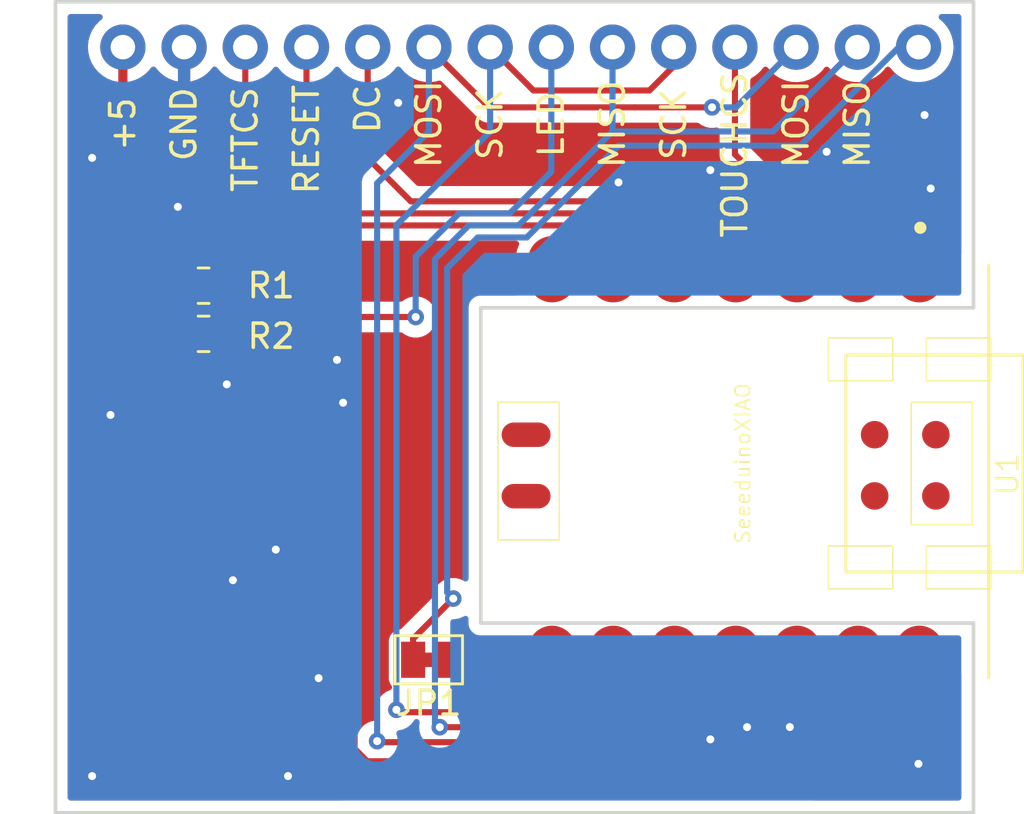
<source format=kicad_pcb>
(kicad_pcb (version 20211014) (generator pcbnew)

  (general
    (thickness 1.6)
  )

  (paper "A4")
  (layers
    (0 "F.Cu" signal)
    (31 "B.Cu" signal)
    (32 "B.Adhes" user "B.Adhesive")
    (33 "F.Adhes" user "F.Adhesive")
    (34 "B.Paste" user)
    (35 "F.Paste" user)
    (36 "B.SilkS" user "B.Silkscreen")
    (37 "F.SilkS" user "F.Silkscreen")
    (38 "B.Mask" user)
    (39 "F.Mask" user)
    (40 "Dwgs.User" user "User.Drawings")
    (41 "Cmts.User" user "User.Comments")
    (42 "Eco1.User" user "User.Eco1")
    (43 "Eco2.User" user "User.Eco2")
    (44 "Edge.Cuts" user)
    (45 "Margin" user)
    (46 "B.CrtYd" user "B.Courtyard")
    (47 "F.CrtYd" user "F.Courtyard")
    (48 "B.Fab" user)
    (49 "F.Fab" user)
  )

  (setup
    (pad_to_mask_clearance 0.2)
    (grid_origin 123.444 73.025)
    (pcbplotparams
      (layerselection 0x0000030_ffffffff)
      (disableapertmacros false)
      (usegerberextensions false)
      (usegerberattributes true)
      (usegerberadvancedattributes true)
      (creategerberjobfile true)
      (svguseinch false)
      (svgprecision 6)
      (excludeedgelayer true)
      (plotframeref false)
      (viasonmask false)
      (mode 1)
      (useauxorigin false)
      (hpglpennumber 1)
      (hpglpenspeed 20)
      (hpglpendiameter 15.000000)
      (dxfpolygonmode true)
      (dxfimperialunits true)
      (dxfusepcbnewfont true)
      (psnegative false)
      (psa4output false)
      (plotreference true)
      (plotvalue true)
      (plotinvisibletext false)
      (sketchpadsonfab false)
      (subtractmaskfromsilk false)
      (outputformat 1)
      (mirror false)
      (drillshape 0)
      (scaleselection 1)
      (outputdirectory "gerbers/")
    )
  )

  (net 0 "")
  (net 1 "unconnected-(U1-Pad12)")
  (net 2 "Net-(JP1-Pad1)")
  (net 3 "unconnected-(U1-Pad7)")
  (net 4 "unconnected-(U1-Pad6)")
  (net 5 "unconnected-(U1-Pad5)")
  (net 6 "unconnected-(U1-Pad15)")
  (net 7 "unconnected-(U1-Pad16)")
  (net 8 "unconnected-(U1-Pad17)")
  (net 9 "unconnected-(U1-Pad18)")
  (net 10 "unconnected-(U1-Pad19)")
  (net 11 "unconnected-(U1-Pad20)")
  (net 12 "+5V")
  (net 13 "/LED")
  (net 14 "GND")
  (net 15 "/MOSI")
  (net 16 "/MISO")
  (net 17 "/SCK")
  (net 18 "/DC")
  (net 19 "/RESET")
  (net 20 "/TFTCS")
  (net 21 "/TOUCHCS")
  (net 22 "/IRQ")

  (footprint "Resistor_SMD:R_0805_2012Metric_Pad1.20x1.40mm_HandSolder" (layer "F.Cu") (at 126.8 82.9 180))

  (footprint "Jumper:SolderJumper-2_P1.3mm_Bridged_Pad1.0x1.5mm" (layer "F.Cu") (at 136.144 98.425 180))

  (footprint "Resistor_SMD:R_0805_2012Metric_Pad1.20x1.40mm_HandSolder" (layer "F.Cu") (at 126.8 84.9))

  (footprint "dstahlke:Seeeduino XIAO-MOUDLE14P-2.54-21X17.8MM" (layer "F.Cu")
    (tedit 64278E3C) (tstamp ef3979f0-ef0f-44c0-b2f5-060dfbb3061b)
    (at 138.38169 81.38559 -90)
    (property "Sheetfile" "touchscreen_tester.kicad_sch")
    (property "Sheetname" "")
    (path "/31b49864-d5c3-4310-8056-1381014dc615")
    (attr smd)
    (fp_text reference "U1" (at 9.3345 -21.7805 90) (layer "F.SilkS")
      (effects (font (size 0.889 0.889) (thickness 0.1016)))
      (tstamp 5b42686a-82f2-4da4-bade-a02dd9ec8eb8)
    )
    (fp_text value "SeeeduinoXIAO" (at 8.89 -10.795 90) (layer "F.SilkS")
      (effects (font (size 0.6096 0.6096) (thickness 0.0762)))
      (tstamp bacd71c1-19ee-4c96-890d-c21253d22f8a)
    )
    (fp_line (start 6.35 -0.635) (end 6.35 -3.175) (layer "F.SilkS") (width 0.06604) (tstamp 09729d08-1f28-4989-9cd4-bba1484807dd))
    (fp_line (start 5.461 -14.34846) (end 5.461 -17.018) (layer "F.SilkS") (width 0.06604) (tstamp 0edef41d-0d73-4adf-8257-f364e3a9253f))
    (fp_line (start 6.35 -20.32) (end 11.43 -20.32) (layer "F.SilkS") (width 0.06604) (tstamp 1419b495-bc63-4b9b-961a-7608e7a5f12d))
    (fp_line (start 6.35 -17.78) (end 11.43 -17.78) (layer "F.SilkS") (width 0.06604) (tstamp 15f62eec-de88-4fd4-8ce7-edefa0660429))
    (fp_line (start 12.319 -17.018) (end 14.097 -17.018) (layer "F.SilkS") (width 0.06604) (tstamp 1e85f89b-021b-44a1-8852-55aafbf7a71c))
    (fp_line (start 12.319 -21.082) (end 14.097 -21.082) (layer "F.SilkS") (width 0.06604) (tstamp 4831ae25-0940-40bd-8287-52f3b995212e))
    (fp_line (start 12.319 -14.34846) (end 14.097 -14.34846) (layer "F.SilkS") (width 0.06604) (tstamp 5910a5fe-02d2-43c3-8275-719282a4fba5))
    (fp_line (start 13.39342 -22.42312) (end 13.39342 -15.06982) (layer "F.SilkS") (width 0.127) (tstamp 5c9bc151-e282-4405-8be4-f7b49b568fbb))
    (fp_line (start 4.3942 -15.06982) (end 4.3942 -22.42312) (layer "F.SilkS") (width 0.127) (tstamp 5f696e54-9d03-4869-8439-f96563aad50e))
    (fp_line (start 6.35 -0.635) (end 12.065 -0.635) (layer "F.SilkS") (width 0.06604) (tstamp 5fbd213d-229e-4a38-8f15-1f58e4823ec9))
    (fp_line (start 14.097 -14.34846) (end 14.097 -17.018) (layer "F.SilkS") (width 0.06604) (tstamp 68015416-9ad1-4782-8d78-de2b22d855e2))
    (fp_line (start 11.43 -17.78) (end 11.43 -20.32) (layer "F.SilkS") (width 0.06604) (tstamp 6a103bd6-36aa-42f7-a967-a4a89af92862))
    (fp_line (start 4.39928 -22.42312) (end 13.39342 -22.42312) (layer "F.SilkS") (width 0.127) (tstamp 6f39ac71-504f-4657-8986-24ff4f2d032d))
    (fp_line (start 12.319 -14.34846) (end 12.319 -17.018) (layer "F.SilkS") (width 0.06604) (tstamp 70546009-ec12-4df1-b150-81811f63b9b9))
    (fp_line (start 6.35 -17.78) (end 6.35 -20.32) (layer "F.SilkS") (width 0.06604) (tstamp 7d3ce60b-0fbc-4d1c-8ad6-57910cd4368e))
    (fp_line (start 3.683 -14.34846) (end 5.461 -14.34846) (layer "F.SilkS") (width 0.06604) (tstamp 88aaa8ca-5d5e-420e-9150-eae76ab65680))
    (fp_line (start 17.79778 -20.99818) (end 0.67056 -20.99818) (layer "F.SilkS") (width 0.127) (tstamp 8b65eba9-3370-4aa6-9c98-1579ce1acb40))
    (fp_line (start 3.683 -18.415) (end 3.683 -21.082) (layer "F.SilkS") (width 0.06604) (tstamp 8e8b572d-b74f-4211-ad63-681dccb4172d))
    (fp_line (start 14.097 -18.415) (end 14.097 -21.082) (layer "F.SilkS") (width 0.06604) (tstamp 97fa9751-3b73-499b-9a68-82d7d05ad2e5))
    (fp_line (start 3.683 -17.018) (end 5.461 -17.018) (layer "F.SilkS") (width 0.06604) (tstamp 9a3c2099-a93b-43c7-a533-2eec49fc7cb1))
    (fp_line (start 3.683 -18.415) (end 5.461 -18.415) (layer "F.SilkS") (width 0.06604) (tstamp a6b6c979-0c01-4bc3-ac83-adf14e2de01e))
    (fp_line (start 12.065 -0.635) (end 12.065 -3.175) (layer "F.SilkS") (width 0.06604) (tstamp a8bb88f8-05aa-4bc1-b077-43de6136cc70))
    (fp_line (start 12.319 -18.415) (end 14.097 -18.415) (layer "F.SilkS") (width 0.06604) (tstamp ad1d94a8-7d85-4004-9ab8-aa55ca511b8a))
    (fp_line (start 3.683 -21.082) (end 5.461 -21.082) (layer "F.SilkS") (width 0.06604) (tstamp b58ee507-393c-44f7-a2de-9851a5b9bead))
    (fp_line (start 13.39342 -15.06982) (end 4.3942 -15.06982) (layer "F.SilkS") (width 0.127) (tstamp b991f6de-4188-4c5b-bb36-b3817a5574f7))
    (fp_line (start 5.461 -18.415) (end 5.461 -21.082) (layer "F.SilkS") (width 0.06604) (tstamp c8aa08dc-6e98-4645-8afd-a8552d5ebdf5))
    (fp_line (start 6.35 -3.175) (end 12.065 -3.175) (layer "F.SilkS") (width 0.06604) (tstamp cc491dd0-75d7-453b-8180-488286eddce3))
    (fp_line (start 3.683 -14.34846) (end 3.683 -17.018) (layer "F.SilkS") (width 0.06604) (tstamp e12498fb-0073-451e-bfed-533c8939e787))
    (fp_line (start 12.319 -18.415) (end 12.319 -21.082) (layer "F.SilkS") (width 0.06604) (tstamp f3269157-290f-42d2-ad85-a243e0c16d86))
    (fp_circle (center -0.889 -18.161) (end -0.889 -18.415) (layer "F.SilkS") (width 0) (fill solid) (tstamp 7bfbbc5f-3758-4a9b-ae23-8507aae1abe4))
    (fp_line (start 0 -20.955) (end 17.65046 -20.955) (layer "Dwgs.User") (width 0.06604) (tstamp 24fe7676-0c0a-4b5a-8a61-dd833b2a3e83))
    (fp_line (start 0 0) (end 0 -20.955) (layer "Dwgs.User") (width 0.06604) (tstamp 6d883ddf-40ea-443e-84fa-f7d018bddc4a))
    (fp_line (start 17.65046 0) (end 17.65046 -20.955) (layer "Dwgs.User") (width 0.06604) (tstamp 9560da74-dd09-4735-9bb3-c63169b5b561))
    (fp_line (start 17.872264 -13.956596) (end 17.872264 -11.960919) (layer "F.Fab") (width 0.0254) (tstamp 0000cdeb-3844-4b54-9a90-2d10a9517890))
    (fp_line (start 18.055399 -13.956596) (end 18.055399 -11.960919) (layer "F.Fab") (width 0.0254) (tstamp 000193ae-88c8-4515-a3a9-4e9c5b9342a9))
    (fp_line (start 18.061748 -14.500919) (end 18.061748 -16.496596) (layer "F.Fab") (width 0.0254) (tstamp 0001fea5-902d-48c7-836e-fc3524aaf22c))
    (fp_line (start -0.220409 -3.803455) (end -0.220409 -1.807776) (layer "F.Fab") (width 0.0254) (tstamp 0005701f-a6df-4d6c-938e-97f801e51213))
    (fp_line (start 17.32718 -4.340919) (end 17.32718 -6.336596) (layer "F.Fab") (width 0.0254) (tstamp 00064fff-b96d-4ead-8987-89ae1b177629))
    (fp_line (start 17.317275 -14.500919) (end 17.317275 -16.496596) (layer "F.Fab") (width 0.0254) (tstamp 00078eff-e0c8-4626-8088-266c04cb5881))
    (fp_line (start -0.125668 -11.967776) (end -0.125668 -13.963455) (layer "F.Fab") (width 0.0254) (tstamp 000d13df-4d8e-4d68-9f8c-0b607c948838))
    (fp_line (start 17.746788 -4.340919) (end 17.746788 -6.336596) (layer "F.Fab") (width 0.0254) (tstamp 000d26ad-862d-4c20-ace6-7640c099f608))
    (fp_line (start 17.867439 -1.800919) (end 17.867439 -3.796596) (layer "F.Fab") (width 0.0254) (tstamp 001057ce-186a-458c-93e5-a6d8479d28a0))
    (fp_line (start 18.030252 -14.500919) (end 18.030252 -16.496596) (layer "F.Fab") (width 0.0254) (tstamp 0013ae5a-6b13-491b-83e1-6fe165e71981))
    (fp_line (start -0.107125 -8.883455) (end -0.107125 -6.887776) (layer "F.Fab") (width 0.0254) (tstamp 00151a12-b4ce-4276-8618-70c6ce0243b8))
    (fp_line (start 17.954815 -4.340919) (end 17.954815 -6.336596) (layer "F.Fab") (width 0.0254) (tstamp 00157c31-bac4-4ea8-b017-e42f00f2e075))
    (fp_line (start 17.357915 -3.796596) (end 17.357915 -1.800919) (layer "F.Fab") (width 0.0254) (tstamp 001ee0a4-e575-45f6-bff3-fbef12047a93))
    (fp_line (start -0.161989 -14.507776) (end -0.161989 -16.503455) (layer "F.Fab") (width 0.0254) (tstamp 001faff8-e9fa-443c-a958-92bf5039d37c))
    (fp_line (start 17.919 -19.036596) (end 17.919 -17.040919) (layer "F.Fab") (width 0.0254) (tstamp 0020d0ea-8d9d-4dfe-880a-001f8e7583fa))
    (fp_line (start 18.078004 -9.420919) (end 18.078004 -11.416596) (layer "F.Fab") (width 0.0254) (tstamp 0021bff5-f1cb-4cf9-8522-7c2be30a9d3d))
    (fp_line (start 14.800388 -1.636835) (end 14.777275 -1.632516) (layer "F.Fab") (width 0.0254) (tstamp 00235abb-ef98-4d01-b725-a9a7410c9b87))
    (fp_line (start 17.966244 -11.416596) (end 17.966244 -9.420919) (layer "F.Fab") (width 0.0254) (tstamp 00259991-bdab-444e-a6e2-c9dca6e952c5))
    (fp_line (start 17.771172 -11.960919) (end 17.771172 -13.956596) (layer "F.Fab") (width 0.0254) (tstamp 002a9e81-5883-4d8a-93d6-ebb22c82c27d))
    (fp_line (start 17.691924 -17.040919) (end 17.691924 -19.036596) (layer "F.Fab") (width 0.0254) (tstamp 002c5ac2-82b0-4a04-b4da-66b5f5f91462))
    (fp_line (start 0.044004 -13.963455) (end 0.044004 -11.967776) (layer "F.Fab") (width 0.0254) (tstamp 00318b70-98db-4150-aae9-0fe9db9b4f56))
    (fp_line (start 18.072671 -19.036596) (end 18.072671 -17.040919) (layer "F.Fab") (width 0.0254) (tstamp 00328f83-c7c4-4e15-afbf-f01f311923b9))
    (fp_line (start 17.911888 -4.340919) (end 17.911888 -6.336596) (layer "F.Fab") (width 0.0254) (tstamp 00341a02-398c-4d4f-8626-04e91ee2daae))
    (fp_line (start 17.639092 -16.496596) (end 17.639092 -14.500919) (layer "F.Fab") (width 0.0254) (tstamp 003721da-b645-4703-8a1f-33eb61dc1a1e))
    (fp_line (start 17.782603 -19.036596) (end 17.782603 -17.040919) (layer "F.Fab") (width 0.0254) (tstamp 00373f9d-a73f-483b-8b4a-b071819f2c6b))
    (fp_line (start 17.655603 -6.336596) (end 17.655603 -4.340919) (layer "F.Fab") (width 0.0254) (tstamp 0038b601-8a15-492f-9d93-901553c2e2bb))
    (fp_line (start -0.230569 -4.347776) (end -0.230569 -6.343455) (layer "F.Fab") (width 0.0254) (tstamp 003bb7da-0a64-4662-9b6f-de8e0fc25965))
    (fp_line (start 17.686591 -1.800919) (end 17.686591 -3.796596) (layer "F.Fab") (width 0.0254) (tstamp 003d85f9-5fbc-49c6-a98b-4d3c5d95d9e0))
    (fp_line (start -0.037021 -9.427776) (end -0.037021 -11.423455) (layer "F.Fab") (width 0.0254) (tstamp 0041a0f4-4a71-46ed-b1dd-2e6350188e49))
    (fp_line (start 17.270539 -1.800919) (end 17.270539 -3.796596) (layer "F.Fab") (width 0.0254) (tstamp 0042af6b-3d00-4a19-ab2e-10812acd8a6a))
    (fp_line (start 17.47958 -19.036596) (end 17.47958 -17.040919) (layer "F.Fab") (width 0.0254) (tstamp 00461bed-1cde-4e10-8183-c39784afd074))
    (fp_line (start 18.018568 -11.960919) (end 18.018568 -13.956596) (layer "F.Fab") (width 0.0254) (tstamp 004a789c-097d-41f7-b2ad-329ae8393b85))
    (fp_line (start 15.7981 -20.911879) (end 15.748824 -20.913656) (layer "F.Fab") (width 0.0254) (tstamp 004d25a0-d866-41de-8065-8ca8c28f0bca))
    (fp_line (start 18.046763 -14.500919) (end 18.046763 -16.496596) (layer "F.Fab") (width 0.0254) (tstamp 004dab14-970a-40ba-a751-4e56a5bec248))
    (fp_line (start -0.190437 -3.803455) (end -0.190437 -1.807776) (layer "F.Fab") (width 0.0254) (tstamp 00557b03-9ac7-4db5-bd3b-b3dfa0d1e9ff))
    (fp_line (start 17.409731 -4.340919) (end 17.409731 -6.336596) (layer "F.Fab") (width 0.0254) (tstamp 0055cb23-1a80-4c9d-ba45-f6ebf1b6c845))
    (fp_line (start 17.960656 -19.036596) (end 17.960656 -17.040919) (layer "F.Fab") (width 0.0254) (tstamp 0056e244-c460-41db-9257-51b075d1dc81))
    (fp_line (start 17.91646 -9.420919) (end 17.91646 -11.416596) (layer "F.Fab") (width 0.0254) (tstamp 005851cc-e359-44c9-ae09-f28bb43db3f8))
    (fp_line (start -0.067501 -6.887776) (end -0.067501 -8.883455) (layer "F.Fab") (width 0.0254) (tstamp 005a9266-52e4-436a-81c4-6e8144363a47))
    (fp_line (start -0.132272 -19.043455) (end -0.132272 -17.047776) (layer "F.Fab") (width 0.0254) (tstamp 005aad8e-c331-41a0-a54f-e5309c3b74e2))
    (fp_line (start 18.040412 -3.796596) (end 18.040412 -1.800919) (layer "F.Fab") (width 0.0254) (tstamp 005b10c4-a3c0-4966-9735-de53b10fc2e6))
    (fp_line (start 17.436655 -19.036596) (end 17.436655 -17.040919) (layer "F.Fab") (width 0.0254) (tstamp 005eb05d-fbf8-4ab2-a8ae-e174df9d03ae))
    (fp_line (start 17.700052 -16.496596) (end 17.700052 -14.500919) (layer "F.Fab") (width 0.0254) (tstamp 0060630d-1a20-426c-9e8e-914e7e8708b1))
    (fp_line (start -0.063437 -13.963455) (end -0.063437 -11.967776) (layer "F.Fab") (width 0.0254) (tstamp 0060f4f0-2ab2-486c-b184-94ef313ed854))
    (fp_line (start 18.039904 -8.876596) (end 18.039904 -6.880919) (layer "F.Fab") (width 0.0254) (tstamp 0061231a-b46a-43ad-9a2d-31066adb0e2c))
    (fp_line (start 17.505996 -1.800919) (end 17.505996 -3.796596) (layer "F.Fab") (width 0.0254) (tstamp 00646933-d8d4-4673-937d-cdfea8d67d6a))
    (fp_line (start -0.195772 -19.043455) (end -0.195772 -17.047776) (layer "F.Fab") (width 0.0254) (tstamp 00661feb-5425-4dda-89e1-c22739bec574))
    (fp_line (start 17.785904 -4.340919) (end 17.785904 -6.336596) (layer "F.Fab") (width 0.0254) (tstamp 00664f4f-81b6-44b5-8b6d-b7da9648c6a1))
    (fp_line (start 17.441227 -13.956596) (end 17.441227 -11.960919) (layer "F.Fab") (width 0.0254) (tstamp 00672a55-4382-40ef-af60-f37336738671))
    (fp_line (start 17.585499 -6.880919) (end 17.585499 -8.876596) (layer "F.Fab") (width 0.0254) (tstamp 006921c7-2a96-4d98-ae7e-64cce641d5e2))
    (fp_line (start 17.794795 -11.416596) (end 17.794795 -9.420919) (layer "F.Fab") (width 0.0254) (tstamp 00695b46-a5e7-4661-a83e-5cfb182bbc5c))
    (fp_line (start -0.107888 -17.047776) (end -0.107888 -19.043455) (layer "F.Fab") (width 0.0254) (tstamp 006d0741-cbc2-4693-a660-518fe5942f93))
    (fp_line (start 17.40592 -14.500919) (end 17.40592 -16.496596) (layer "F.Fab") (width 0.0254) (tstamp 006ddd77-6454-45a9-b0c5-96758eaffee5))
    (fp_line (start -0.031688 -16.503455) (end -0.031688 -14.507776) (layer "F.Fab") (width 0.0254) (tstamp 006f0767-0735-4090-bad1-b4776098db83))
    (fp_line (start 11.539028 -15.864391) (end 11.526075 -15.876075) (layer "F.Fab") (width 0.0254) (tstamp 006f97bb-ed61-44c3-b547-0190a4d34a6b))
    (fp_line (start 0.091756 -19.043455) (end 0.091756 -17.047776) (layer "F.Fab") (width 0.0254) (tstamp 00704c90-b66f-42d6-b2a0-f82cd2f35af2))
    (fp_line (start 17.7031 -6.880919) (end 17.7031 -8.876596) (layer "F.Fab") (width 0.0254) (tstamp 00712006-62f5-4c73-bed8-e097f1e602b8))
    (fp_line (start 17.892839 -4.340919) (end 17.892839 -6.336596) (layer "F.Fab") (width 0.0254) (tstamp 0072574a-b1dd-4195-bcab-6f97d02e8f8d))
    (fp_line (start 18.062256 -3.796596) (end 18.062256 -1.800919) (layer "F.Fab") (width 0.0254) (tstamp 0072b8aa-148f-4ad3-b3cd-731cdde1eda7))
    (fp_line (start 17.790984 -11.960919) (end 17.790984 -13.956596) (layer "F.Fab") (width 0.0254) (tstamp 0072c40f-f7fc-4400-8484-f252a5e88685))
    (fp_line (start 17.681764 -11.416596) (end 17.681764 -9.420919) (layer "F.Fab") (width 0.0254) (tstamp 0072feca-6d55-4be1-ae25-d360a42f677f))
    (fp_line (start 17.984532 -1.800919) (end 17.984532 -3.796596) (layer "F.Fab") (width 0.0254) (tstamp 007360a2-193f-4884-86f3-27e2e0aafbac))
    (fp_line (start 17.570767 -8.876596) (end 17.570767 -6.880919) (layer "F.Fab") (width 0.0254) (tstamp 00738e07-ff5d-4f7e-a8ad-82ad42835818))
    (fp_line (start -0.146749 -11.967776) (end -0.146749 -13.963455) (layer "F.Fab") (width 0.0254) (tstamp 00741b78-e1f2-47f5-9ec5-682c954e7e77))
    (fp_line (start 17.46942 -4.340919) (end 17.46942 -6.336596) (layer "F.Fab") (width 0.0254) (tstamp 00749658-ac51-4cba-ae76-6636b6a3508e))
    (fp_line (start 0.080072 -3.803455) (end 0.080072 -1.807776) (layer "F.Fab") (width 0.0254) (tstamp 00762a1b-43c7-4922-aca6-26f76c389f41))
    (fp_line (start -0.19882 -1.807776) (end -0.19882 -3.803455) (layer "F.Fab") (width 0.0254) (tstamp 0076d7d0-08c8-4c44-86a9-f61888f733ef))
    (fp_line (start 17.235487 -6.336596) (end 17.235487 -4.340919) (layer "F.Fab") (width 0.0254) (tstamp 0078d5b0-3e2b-404e-a167-d259131e3725))
    (fp_line (start 17.925096 -6.880919) (end 17.925096 -8.876596) (layer "F.Fab") (width 0.0254) (tstamp 0078f0b8-c595-449c-85b0-839b6e665b5f))
    (fp_line (start 17.269523 -6.880919) (end 17.269523 -8.876596) (layer "F.Fab") (width 0.0254) (tstamp 0078fbf2-0b7f-48a6-acee-5c58b07fba98))
    (fp_line (start 17.981739 -17.040919) (end 17.981739 -19.036596) (layer "F.Fab") (width 0.0254) (tstamp 0079472d-614e-4bdb-a0b5-7bee54f2c5b9))
    (fp_line (start 17.503711 -8.876596) (end 17.503711 -6.880919) (layer "F.Fab") (width 0.0254) (tstamp 007c736e-2825-41a0-b83b-220a62c494c1))
    (fp_line (start 17.743232 -4.340919) (end 17.743232 -6.336596) (layer "F.Fab") (width 0.0254) (tstamp 007cbac7-d746-4847-af25-e942aa369376))
    (fp_line (start -0.126176 -16.503455) (end -0.126176 -14.507776) (layer "F.Fab") (width 0.0254) (tstamp 007cfa99-37e7-41cb-97d7-4198cdc8b8c6))
    (fp_line (start -0.012384 -6.343455) (end -0.012384 -4.347776) (layer "F.Fab") (width 0.0254) (tstamp 007f8120-3a7a-4eff-b5ad-02945f6ed8e9))
    (fp_line (start -0.161481 -6.343455) (end -0.161481 -4.347776) (layer "F.Fab") (width 0.0254) (tstamp 00816c65-ade9-4d81-94a0-1d2e890fbcfe))
    (fp_line (start -0.050484 -13.963455) (end -0.050484 -11.967776) (layer "F.Fab") (width 0.0254) (tstamp 00824726-46cf-4724-8df2-66866c033c1a))
    (fp_line (start 17.865915 -3.796596) (end 17.865915 -1.800919) (layer "F.Fab") (width 0.0254) (tstamp 0082be9e-2788-4365-bb92-4f9d2fc09c7e))
    (fp_line (start -0.151321 -13.963455) (end -0.151321 -11.967776) (layer "F.Fab") (width 0.0254) (tstamp 0082de4f-84ff-4ab5-ac1d-c08c0c86576e))
    (fp_line (start -0.003493 -9.427776) (end -0.003493 -11.423455) (layer "F.Fab") (width 0.0254) (tstamp 0084c450-565f-4475-b11e-f308a570b890))
    (fp_line (start 17.913667 -1.800919) (end 17.913667 -3.796596) (layer "F.Fab") (width 0.0254) (tstamp 00859804-527e-4726-9943-ecf80c445166))
    (fp_line (start 17.710212 -8.876596) (end 17.710212 -6.880919) (layer "F.Fab") (width 0.0254) (tstamp 0085d705-9b16-4aea-8424-976cd49ee1af))
    (fp_line (start 17.50752 -9.420919) (end 17.50752 -11.416596) (layer "F.Fab") (width 0.0254) (tstamp 00860e26-7517-4b0b-8574-a666d9919b18))
    (fp_line (start 17.674399 -3.796596) (end 17.674399 -1.800919) (layer "F.Fab") (width 0.0254) (tstamp 0087d6f7-ea61-4a08-aeaa-494250451966))
    (fp_line (start 17.316004 -6.336596) (end 17.316004 -4.340919) (layer "F.Fab") (width 0.0254) (tstamp 00880b37-852d-4c66-9e7e-d821b49d83c5))
    (fp_line (start 17.554256 -8.876596) (end 17.554256 -6.880919) (layer "F.Fab") (width 0.0254) (tstamp 008a590c-a485-4884-9974-ba5a4616cbf5))
    (fp_line (start 17.32972 -17.040919) (end 17.32972 -19.036596) (layer "F.Fab") (width 0.0254) (tstamp 0092a06d-1837-4267-b740-4ba266404498))
    (fp_line (start 17.608359 -4.340919) (end 17.608359 -6.336596) (layer "F.Fab") (width 0.0254) (tstamp 00942427-21b1-4f7e-955f-1bbf3e1f7acb))
    (fp_line (start 17.462055 -11.960919) (end 17.462055 -13.956596) (layer "F.Fab") (width 0.0254) (tstamp 0095d990-9d2c-401c-9e75-83af1b5106b2))
    (fp_line (start 17.923572 -16.496596) (end 17.923572 -14.500919) (layer "F.Fab") (width 0.0254) (tstamp 0097d7da-4004-45ff-ac1d-29bb4ec84929))
    (fp_line (start 17.335816 -11.416596) (end 17.335816 -9.420919) (layer "F.Fab") (width 0.0254) (tstamp 00985018-94eb-4c7e-8bcc-9664c47565cf))
    (fp_line (start -0.150305 -19.043455) (end -0.150305 -17.047776) (layer "F.Fab") (width 0.0254) (tstamp 009b18b2-25ab-4394-b7f1-0e9c8ad25691))
    (fp_line (start -0.102553 -9.427776) (end -0.102553 -11.423455) (layer "F.Fab") (width 0.0254) (tstamp 009ba6d1-6340-4264-9398-2b1fbe8f6958))
    (fp_line (start 17.391951 -16.496596) (end 17.391951 -14.500919) (layer "F.Fab") (width 0.0254) (tstamp 009ce997-1584-43ca-93af-c5bcacd4d4e9))
    (fp_line (start 17.345723 -4.340919) (end 17.345723 -6.336596) (layer "F.Fab") (width 0.0254) (tstamp 009d4c5e-f5cd-4e8b-afc7-cd27ba3152c7))
    (fp_line (start 17.683796 -11.416596) (end 17.683796 -9.420919) (layer "F.Fab") (width 0.0254) (tstamp 009ee5aa-243c-4613-9570-bf3c1862752e))
    (fp_line (start 17.658904 -11.416596) (end 17.658904 -9.420919) (layer "F.Fab") (width 0.0254) (tstamp 00a4bb57-a325-471d-9d83-19a64c313bbc))
    (fp_line (start 17.623091 -11.960919) (end 17.623091 -13.956596) (layer "F.Fab") (width 0.0254) (tstamp 00a5ff7e-31cc-4aab-9530-7f7359511c86))
    (fp_line (start 17.567211 -8.876596) (end 17.567211 -6.880919) (layer "F.Fab") (width 0.0254) (tstamp 00a638d1-bfc5-4dcd-89df-2ce5adeca0c0))
    (fp_line (start 5.89972 -15.798859) (end 5.882703 -15.802415) (layer "F.Fab") (width 0.0254) (tstamp 00a6bc05-8db7-40fb-bff2-90331482ac2f))
    (fp_line (start 17.676684 -17.040919) (end 17.676684 -19.036596) (layer "F.Fab") (width 0.0254) (tstamp 00a8f1c0-ae71-4c3d-98f9-3e1ec8078e70))
    (fp_line (start 17.744248 -4.340919) (end 17.744248 -6.336596) (layer "F.Fab") (width 0.0254) (tstamp 00aba787-14f7-4d39-8092-593cf73aa065))
    (fp_line (start 17.565687 -13.956596) (end 17.565687 -11.960919) (layer "F.Fab") (width 0.0254) (tstamp 00b0c225-33b8-4a4d-99aa-80d038217568))
    (fp_line (start 17.388903 -17.040919) (end 17.388903 -19.036596) (layer "F.Fab") (width 0.0254) (tstamp 00b2aa86-6e93-4bbf-8a54-adb54e92d63f))
    (fp_line (start -0.225236 -8.883455) (end -0.225236 -6.887776) (layer "F.Fab") (width 0.0254) (tstamp 00b5f1ab-fe6b-4e2f-a3cb-253bd34e87ae))
    (fp_line (start -0.230569 -11.967776) (end -0.230569 -13.963455) (layer "F.Fab") (width 0.0254) (tstamp 00b6b931-18f9-48fe-80fa-85a12dff7f9c))
    (fp_line (start -0.13532 -1.807776) (end -0.13532 -3.803455) (layer "F.Fab") (width 0.0254) (tstamp 00ba333b-90f7-41aa-90c8-0036d0be8e39))
    (fp_line (start 17.481359 -11.416596) (end 17.481359 -9.420919) (layer "F.Fab") (width 0.0254) (tstamp 00bc6ec3-571e-4c32-bed3-a96388cad8fa))
    (fp_line (start 17.440719 -8.876596) (end 17.440719 -6.880919) (layer "F.Fab") (width 0.0254) (tstamp 00c086db-907e-4f2c-97e3-de99002d3764))
    (fp_line (start -0.075629 -16.503455) (end -0.075629 -14.507776) (layer "F.Fab") (width 0.0254) (tstamp 00c39a39-bb53-42ec-975f-4b9ffb7f4e09))
    (fp_line (start 17.435384 -17.040919) (end 17.435384 -19.036596) (layer "F.Fab") (width 0.0254) (tstamp 00c466a5-9660-4a2e-9a0a-8692c275b2f0))
    (fp_line (start 17.714276 -17.040919) (end 17.714276 -19.036596) (layer "F.Fab") (width 0.0254) (tstamp 00c4e538-733e-4e5c-a054-f8c5253375cc))
    (fp_line (start -0.20644 -6.343455) (end -0.20644 -4.347776) (layer "F.Fab") (width 0.0254) (tstamp 00c5dae0-e597-4f48-9cd4-94ce81253126))
    (fp_line (start -0.057596 -1.807776) (end -0.057596 -3.803455) (layer "F.Fab") (width 0.0254) (tstamp 00cbf655-add6-48fe-b621-d3939fc21e7f))
    (fp_line (start 17.319307 -3.796596) (end 17.319307 -1.800919) (layer "F.Fab") (width 0.0254) (tstamp 00ccab36-afa5-4af8-a17c-b1d85f55b59c))
    (fp_line (start 17.879376 -8.876596) (end 17.879376 -6.880919) (layer "F.Fab") (width 0.0254) (tstamp 00cf2eeb-9c76-49b4-8b2d-c726383fcb99))
    (fp_line (start 18.082323 -4.340919) (end 18.082323 -6.336596) (layer "F.Fab") (width 0.0254) (tstamp 00cfca43-dc8b-4931-ac37-ed07cc74ff02))
    (fp_line (start 17.430559 -16.496596) (end 17.430559 -14.500919) (layer "F.Fab") (width 0.0254) (tstamp 00d225cd-0917-47b5-889d-5858b05af70b))
    (fp_line (start 17.977675 -1.800919) (end 17.977675 -3.796596) (layer "F.Fab") (width 0.0254) (tstamp 00d2bd23-947e-4a27-ae99-b25a72213bf9))
    (fp_line (start 17.667032 -19.036596) (end 17.667032 -17.040919) (layer "F.Fab") (width 0.0254) (tstamp 00d5d93f-9991-4e51-9526-ef465074c92a))
    (fp_line (start -0.097728 -11.967776) (end -0.097728 -13.963455) (layer "F.Fab") (width 0.0254) (tstamp 00d65f88-d5bc-4d97-8bf8-7de3dcabb4da))
    (fp_line (start 17.905031 -11.960919) (end 17.905031 -13.956596) (layer "F.Fab") (width 0.0254) (tstamp 00d7bdb8-e5cc-4c48-a1a8-da005ded2e3f))
    (fp_line (start 0.04502 -14.507776) (end 0.04502 -16.503455) (layer "F.Fab") (width 0.0254) (tstamp 00d94c85-99b6-437a-8110-5c4787b5e47f))
    (fp_line (start 17.303559 -16.496596) (end 17.303559 -14.500919) (layer "F.Fab") (width 0.0254) (tstamp 00dc10f5-0a54-4c58-b83c-c180dfdec274))
    (fp_line (start 17.447831 -11.416596) (end 17.447831 -9.420919) (layer "F.Fab") (width 0.0254) (tstamp 00dccc71-e8fa-4986-9c5c-3f1764eba89b))
    (fp_line (start 17.794795 -14.500919) (end 17.794795 -16.496596) (layer "F.Fab") (width 0.0254) (tstamp 00dd6f52-63d0-4679-a71b-f8fc5a06e8c3))
    (fp_line (start -0.066993 -13.963455) (end -0.066993 -11.967776) (layer "F.Fab") (width 0.0254) (tstamp 00dde357-1e45-4616-a762-2cf35ba2b8c3))
    (fp_line (start 17.692687 -13.956596) (end 17.692687 -11.960919) (layer "F.Fab") (width 0.0254) (tstamp 00e36ae2-21fe-4735-ab74-fd6e2b9ef772))
    (fp_line (start 17.772188 -3.796596) (end 17.772188 -1.800919) (layer "F.Fab") (width 0.0254) (tstamp 00e639d6-142f-4e91-83d3-8dedf778c0b3))
    (fp_line (start 17.500663 -6.336596) (end 17.500663 -4.340919) (layer "F.Fab") (width 0.0254) (tstamp 00e9bc52-48d5-45a6-a2ea-0aeaf8719f37))
    (fp_line (start 17.50244 -1.800919) (end 17.50244 -3.796596) (layer "F.Fab") (width 0.0254) (tstamp 00eea325-e4ab-43b4-b164-c46d9446bd51))
    (fp_line (start 17.648491 -1.800919) (end 17.648491 -3.796596) (layer "F.Fab") (width 0.0254) (tstamp 00eedf01-f868-45fe-a111-fb3be2341d4e))
    (fp_line (start 17.750852 -3.796596) (end 17.750852 -1.800919) (layer "F.Fab") (width 0.0254) (tstamp 00efd808-ebaa-4f25-9257-0371adb426e0))
    (fp_line (start -0.039308 -11.423455) (end -0.039308 -9.427776) (layer "F.Fab") (width 0.0254) (tstamp 00f1a053-856f-42d3-b596-d45819c7bc35))
    (fp_line (start 18.070384 -11.416596) (end 18.070384 -9.420919) (layer "F.Fab") (width 0.0254) (tstamp 00f4061e-f131-4965-8de8-cbd1b1f79304))
    (fp_line (start 2.699828 -13.034831) (end 2.719895 -13.047276) (layer "F.Fab") (width 0.0254) (tstamp 00f716cc-6bc4-4812-9e51-6de6d1d56706))
    (fp_line (start 0.044259 -11.967776) (end 0.044259 -13.963455) (layer "F.Fab") (width 0.0254) (tstamp 00f867ca-6dbc-464d-935c-98c553b1ae35))
    (fp_line (start 18.047524 -16.496596) (end 18.047524 -14.500919) (layer "F.Fab") (width 0.0254) (tstamp 00f912fa-70a3-4a63-be5d-58f894c47766))
    (fp_line (start 17.44402 -9.420919) (end 17.44402 -11.416596) (layer "F.Fab") (width 0.0254) (tstamp 00f9ca01-2edc-4ad3-ae4c-6bca9edabcba))
    (fp_line (start 17.607596 -16.496596) (end 17.607596 -14.500919) (layer "F.Fab") (width 0.0254) (tstamp 00f9f5d0-6133-453f-b026-b40fff95b833))
    (fp_line (start 18.012727 -8.876596) (end 18.012727 -6.880919) (layer "F.Fab") (width 0.0254) (tstamp 00fd3b26-9e35-452b-b74a-ccc9e0f65386))
    (fp_line (start 17.748567 -6.880919) (end 17.748567 -8.876596) (layer "F.Fab") (width 0.0254) (tstamp 00fdaa9b-d752-4c3a-818e-fa033bbf760b))
    (fp_line (start 0.124523 -14.507776) (end 0.124523 -16.503455) (layer "F.Fab") (width 0.0254) (tstamp 00fe1780-0118-47db-9c5a-2a5739784eed))
    (fp_line (start 0.026732 -19.043455) (end 0.026732 -17.047776) (layer "F.Fab") (width 0.0254) (tstamp 00fead78-ab97-4d00-b653-286a285aff1c))
    (fp_line (start 17.702084 -16.496596) (end 17.702084 -14.500919) (layer "F.Fab") (width 0.0254) (tstamp 0100d3fa-ce19-411e-a6f6-9bacb836390d))
    (fp_line (start -0.20136 -6.343455) (end -0.20136 -4.347776) (layer "F.Fab") (width 0.0254) (tstamp 0105d941-5d5a-4d59-affb-f30e1bb44e51))
    (fp_line (start 17.827307 -11.416596) (end 17.827307 -9.420919) (layer "F.Fab") (width 0.0254) (tstamp 01063b23-2779-4fe8-b5a5-4710e1aea900))
    (fp_line (start -0.149544 -6.343455) (end -0.149544 -4.347776) (layer "F.Fab") (width 0.0254) (tstamp 0107903e-ec59-4d1f-88b1-8ac388937da7))
    (fp_line (start 18.04092 -11.416596) (end 18.04092 -9.420919) (layer "F.Fab") (width 0.0254) (tstamp 0109518b-51c2-4077-bade-f7eb026c4cdc))
    (fp_line (start 17.289588 -16.496596) (end 17.289588 -14.500919) (layer "F.Fab") (width 0.0254) (tstamp 010d384a-6926-4b13-a9fb-bf39385f00d3))
    (fp_line (start 17.860072 -16.496596) (end 17.860072 -14.500919) (layer "F.Fab") (width 0.0254) (tstamp 010da954-bae2-4091-977e-5b51ff2bed48))
    (fp_line (start -0.093664 -8.883455) (end -0.093664 -6.887776) (layer "F.Fab") (width 0.0254) (tstamp 010e2452-339a-4e50-9fe7-61ed319793a0))
    (fp_line (start 17.547399 -11.416596) (end 17.547399 -9.420919) (layer "F.Fab") (width 0.0254) (tstamp 010ef052-d719-4642-bffc-5baaba850b88))
    (fp_line (start 17.45418 -13.956596) (end 17.45418 -11.960919) (layer "F.Fab") (width 0.0254) (tstamp 010f3275-e57f-43de-88fb-26c2c2c5405e))
    (fp_line (start 17.335563 -16.496596) (end 17.335563 -14.500919) (layer "F.Fab") (width 0.0254) (tstamp 010f8925-c3ae-4431-9198-8b1cb216ca57))
    (fp_line (start -0.044133 -1.807776) (end -0.044133 -3.803455) (layer "F.Fab") (width 0.0254) (tstamp 01138fb7-fc0f-4e7d-9eeb-29d100719fe4))
    (fp_line (start 0.02978 -11.423455) (end 0.02978 -9.427776) (layer "F.Fab") (width 0.0254) (tstamp 01173822-ffae-4c6c-9d4f-fe5f84e6b857))
    (fp_line (start 17.868455 -9.420919) (end 17.868455 -11.416596) (layer "F.Fab") (width 0.0254) (tstamp 011bb3f0-e5ff-45cd-86b5-9deb67067889))
    (fp_line (start 17.725707 -13.956596) (end 17.725707 -11.960919) (layer "F.Fab") (width 0.0254) (tstamp 011bf8f5-ab4d-449e-9e13-d14c21fa8b09))
    (fp_line (start 17.335055 -1.800919) (end 17.335055 -3.796596) (layer "F.Fab") (width 0.0254) (tstamp 011cc930-69f6-49e6-8d2d-36fb39fc6161))
    (fp_line (start -0.071312 -11.967776) (end -0.071312 -13.963455) (layer "F.Fab") (width 0.0254) (tstamp 011e7a39-1f2b-4aa9-b713-80af67cc021b))
    (fp_line (start -0.214568 -14.507776) (end -0.214568 -16.503455) (layer "F.Fab") (width 0.0254) (tstamp 0121c644-241c-442e-84c0-014298c2b36a))
    (fp_line (start 17.577371 -13.956596) (end 17.577371 -11.960919) (layer "F.Fab") (width 0.0254) (tstamp 0121f8aa-cc67-46ce-ad73-af02da4c494d))
    (fp_line (start 18.034063 -6.880919) (end 18.034063 -8.876596) (layer "F.Fab") (width 0.0254) (tstamp 01229798-804b-4f54-b150-c0a0135b4a26))
    (fp_line (start 17.473484 -6.336596) (end 17.473484 -4.340919) (layer "F.Fab") (width 0.0254) (tstamp 01244e04-9df1-4db8-a621-dd1b0bcae9d7))
    (fp_line (start 17.315751 -3.796596) (end 17.315751 -1.800919) (layer "F.Fab") (width 0.0254) (tstamp 0125034e-574b-45aa-bff8-2870b04837e5))
    (fp_line (start 17.836704 -3.796596) (end 17.836704 -1.800919) (layer "F.Fab") (width 0.0254) (tstamp 01261dd2-aeed-4b1b-9978-9034040ccec6))
    (fp_line (start -0.226252 -11.967776) (end -0.226252 -13.963455) (layer "F.Fab") (width 0.0254) (tstamp 0126f4a3-1d01-4531-b6c5-da13c283f3b9))
    (fp_line (start -0.160973 -13.963455) (end -0.160973 -11.967776) (layer "F.Fab") (width 0.0254) (tstamp 0127204b-9f91-404b-a7ee-a98acbacfd43))
    (fp_line (start 17.996216 -17.040919) (end 17.996216 -19.036596) (layer "F.Fab") (width 0.0254) (tstamp 0128b868-ee93-46aa-8530-088b920e0a45))
    (fp_line (start -0.115 -14.507776) (end -0.115 -16.503455) (layer "F.Fab") (width 0.0254) (tstamp 012aa115-78f4-4360-89f6-ee7ebc873f86))
    (fp_line (start 17.418367 -13.956596) (end 17.418367 -11.960919) (layer "F.Fab") (width 0.0254) (tstamp 012added-9c2a-493c-94a8-a404fe9ac6fa))
    (fp_line (start 17.672367 -11.416596) (end 17.672367 -9.420919) (layer "F.Fab") (width 0.0254) (tstamp 012e54c9-331e-46d2-876e-1ce6b7fe8ebb))
    (fp_line (start 17.507012 -1.800919) (end 17.507012 -3.796596) (layer "F.Fab") (width 0.0254) (tstamp 012ede6f-7862-4804-b89f-f5354bd7b872))
    (fp_line (start 17.932463 -11.960919) (end 17.932463 -13.956596) (layer "F.Fab") (width 0.0254) (tstamp 01313a5e-7e20-4f63-acc5-b2bd8779e634))
    (fp_line (start 17.326927 -3.796596) (end 17.326927 -1.800919) (layer "F.Fab") (width 0.0254) (tstamp 0132b653-93da-4ff0-9f33-0defae81b33b))
    (fp_line (start 17.813336 -13.956596) (end 17.813336 -11.960919) (layer "F.Fab") (width 0.0254) (tstamp 0133daec-a1ff-4370-9582-f9d1866ac018))
    (fp_line (start -0.054548 -3.803455) (end -0.054548 -1.807776) (layer "F.Fab") (width 0.0254) (tstamp 01369ec5-1ed9-49de-977b-9ba88fa00db6))
    (fp_line (start -0.183072 -11.423455) (end -0.183072 -9.427776) (layer "F.Fab") (width 0.0254) (tstamp 0137eda1-a281-48ab-bbec-172d76ea8454))
    (fp_line (start 0.095059 -14.507776) (end 0.095059 -16.503455) (layer "F.Fab") (width 0.0254) (tstamp 0138a190-2aff-4760-8de6-16d176acdd00))
    (fp_line (start 17.517172 -9.420919) (end 17.517172 -11.416596) (layer "F.Fab") (width 0.0254) (tstamp 01396b2c-09c2-4a0f-a22f-2fa71038a517))
    (fp_line (start 17.293399 -8.876596) (end 17.293399 -6.880919) (layer "F.Fab") (width 0.0254) (tstamp 013c83a2-f633-4742-94e2-f3f8e32a80ea))
    (fp_line (start -0.067248 -4.347776) (end -0.067248 -6.343455) (layer "F.Fab") (width 0.0254) (tstamp 013ce4b5-6cea-42a0-b756-fb3622ea63ae))
    (fp_line (start 0.051116 -6.343455) (end 0.051116 -4.347776) (layer "F.Fab") (width 0.0254) (tstamp 013e2ea2-2cba-4a6b-aef8-92f7a96a7565))
    (fp_line (start 17.58118 -16.496596) (end 17.58118 -14.500919) (layer "F.Fab") (width 0.0254) (tstamp 013ed26d-4914-4be4-8e86-fb621adbf1c8))
    (fp_line (start 0.119951 -13.963455) (end 0.119951 -11.967776) (layer "F.Fab") (width 0.0254) (tstamp 013f115c-aee2-434d-9eef-f2bcbff302b6))
    (fp_line (start 17.922048 -19.036596) (end 17.922048 -17.040919) (layer "F.Fab") (width 0.0254) (tstamp 01400949-8711-47ce-bcdf-a280826cb4d0))
    (fp_line (start 17.886996 -19.036596) (end 17.886996 -17.040919) (layer "F.Fab") (width 0.0254) (tstamp 0140827c-c7ce-4136-8423-19b331c30dfb))
    (fp_line (start 17.369091 -11.960919) (end 17.369091 -13.956596) (layer "F.Fab") (width 0.0254) (tstamp 0140b3e4-328e-4104-8a92-c274dd1e893f))
    (fp_line (start 17.931955 -6.336596) (end 17.931955 -4.340919) (layer "F.Fab") (width 0.0254) (tstamp 01419d26-de2a-4673-b28a-2d4a2ca70da1))
    (fp_line (start 17.3602 -14.500919) (end 17.3602 -16.496596) (layer "F.Fab") (width 0.0254) (tstamp 0141e0a1-332f-47e5-ae88-104dcb55e077))
    (fp_line (start 17.31194 -9.420919) (end 17.31194 -11.416596) (layer "F.Fab") (width 0.0254) (tstamp 0143a53e-507c-48f5-817a-b94183996410))
    (fp_line (start 18.048795 -13.956596) (end 18.048795 -11.960919) (layer "F.Fab") (width 0.0254) (tstamp 0143ce64-6276-4f3b-8eb2-c11f3f53e8b4))
    (fp_line (start 17.344707 -3.796596) (end 17.344707 -1.800919) (layer "F.Fab") (width 0.0254) (tstamp 0144bf75-590e-49ef-bde5-9e3f6df9d6cd))
    (fp_line (start 17.568227 -14.500919) (end 17.568227 -16.496596) (layer "F.Fab") (width 0.0254) (tstamp 01485cac-004a-48cb-b19a-47d7d3d5ba23))
    (fp_line (start 17.608612 -11.960919) (end 17.608612 -13.956596) (layer "F.Fab") (width 0.0254) (tstamp 0149577f-7081-456b-a1a7-fc24693d9f26))
    (fp_line (start 17.282223 -3.796596) (end 17.282223 -1.800919) (layer "F.Fab") (width 0.0254) (tstamp 014ca338-d376-4ff8-8f95-570e56541e6d))
    (fp_line (start 17.391188 -11.416596) (end 17.391188 -9.420919) (layer "F.Fab") (width 0.0254) (tstamp 014daa1a-71b2-4fdb-a414-052e52b42645))
    (fp_line (start 17.971832 -11.416596) (end 17.971832 -9.420919) (layer "F.Fab") (width 0.0254) (tstamp 014fbfa9-5e8f-4e90-9796-dfea8005dbb4))
    (fp_line (start 18.024664 -1.800919) (end 18.024664 -3.796596) (layer "F.Fab") (width 0.0254) (tstamp 0153415c-924c-4d2f-9bc7-8c8852a37215))
    (fp_line (start 17.25098 -1.800919) (end 17.25098 -3.796596) (layer "F.Fab") (width 0.0254) (tstamp 01549773-48fb-4bfa-b305-cbed8889ae52))
    (fp_line (start 17.279683 -3.796596) (end 17.279683 -1.800919) (layer "F.Fab") (width 0.0254) (tstamp 0157db37-b655-4f7f-a922-baf75c4660e4))
    (fp_line (start 0.016064 -3.803455) (end 0.016064 -1.807776) (layer "F.Fab") (width 0.0254) (tstamp 015cb8dd-fb0c-417a-9cd8-683f21be99f1))
    (fp_line (start 17.970308 -3.796596) (end 17.970308 -1.800919) (layer "F.Fab") (width 0.0254) (tstamp 015d0d94-1edd-4685-b5dd-490d0b3cdff9))
    (fp_line (start 0.115124 -9.427776) (end 0.115124 -11.423455) (layer "F.Fab") (width 0.0254) (tstamp 015d90c0-a079-4b06-b1ed-b17781df5755))
    (fp_line (start 18.007647 -6.880919) (end 18.007647 -8.876596) (layer "F.Fab") (width 0.0254) (tstamp 015fdb84-75fa-4586-a5bf-f1a4a2630ea0))
    (fp_line (start 17.500408 -3.796596) (end 17.500408 -1.800919) (layer "F.Fab") (width 0.0254) (tstamp 01646aa5-b054-43f1-b5f8-0f1ab9601ac9))
    (fp_line (start 17.407191 -11.416596) (end 17.407191 -9.420919) (layer "F.Fab") (width 0.0254) (tstamp 016a10d0-888f-4c72-8223-c4894cd877c2))
    (fp_line (start 17.976404 -4.340919) (end 17.976404 -6.336596) (layer "F.Fab") (width 0.0254) (tstamp 016a6d1d-b9f2-4ba2-b09d-396f817b890e))
    (fp_line (start 17.314227 -3.796596) (end 17.314227 -1.800919) (layer "F.Fab") (width 0.0254) (tstamp 0177a823-adbb-4a82-bc2a-8efdfd145cbb))
    (fp_line (start 17.687352 -3.796596) (end 17.687352 -1.800919) (layer "F.Fab") (width 0.0254) (tstamp 0177a8b8-eada-4b67-802f-70978801afb5))
    (fp_line (start 17.426748 -8.876596) (end 17.426748 -6.880919) (layer "F.Fab") (width 0.0254) (tstamp 0177f2d9-f7b2-4acb-805d-28b9644dfc9b))
    (fp_line (start 17.233455 -9.420919) (end 17.233455 -11.416596) (layer "F.Fab") (width 0.0254) (tstamp 017cef29-e197-43df-be65-97180ab925aa))
    (fp_line (start 17.765839 -3.796596) (end 17.765839 -1.800919) (layer "F.Fab") (width 0.0254) (tstamp 0182a3ec-0ccf-4343-b125-a25b266a3308))
    (fp_line (start -0.231077 -19.043455) (end -0.231077 -17.047776) (layer "F.Fab") (width 0.0254) (tstamp 01867a58-87f0-44a1-ae23-61f079912921))
    (fp_line (start 17.646204 -11.416596) (end 17.646204 -9.420919) (layer "F.Fab") (width 0.0254) (tstamp 018a5885-1fb7-4b17-847b-5b5461268b84))
    (fp_line (start 17.606327 -8.876596) (end 17.606327 -6.880919) (layer "F.Fab") (width 0.0254) (tstamp 018a74a9-83ee-416a-ad74-597a1fe4539b))
    (fp_line (start 18.060479 -1.800919) (end 18.060479 -3.796596) (layer "F.Fab") (width 0.0254) (tstamp 018ae944-7a86-40b9-af98-d38db56a9415))
    (fp_line (start 11.834431 -15.81232) (end 11.81792 -15.806987) (layer "F.Fab") (width 0.0254) (tstamp 01924d33-12c6-4888-a62a-62559ffee8c7))
    (fp_line (start 17.302796 -3.796596) (end 17.302796 -1.800919) (layer "F.Fab") (width 0.0254) (tstamp 0193e974-1ea4-4a9e-9688-bfe706462fbb))
    (fp_line (start 18.020347 -17.040919) (end 18.020347 -19.036596) (layer "F.Fab") (width 0.0254) (tstamp 019c2342-c0da-4440-9834-c2133a910c0a))
    (fp_line (start 17.741455 -1.800919) (end 17.741455 -3.796596) (layer "F.Fab") (width 0.0254) (tstamp 019d61e2-bf1a-4047-b5a9-974b28aff016))
    (fp_line (start 17.617756 -17.040919) (end 17.617756 -19.036596) (layer "F.Fab") (width 0.0254) (tstamp 01a1bee8-1e9a-42fb-b888-60d222ef7805))
    (fp_line (start 17.354104 -16.496596) (end 17.354104 -14.500919) (layer "F.Fab") (width 0.0254) (tstamp 01a3bcb1-60dd-4753-a74d-973e27997a5a))
    (fp_line (start 17.856263 -8.876596) (end 17.856263 -6.880919) (layer "F.Fab") (width 0.0254) (tstamp 01a42758-99ba-474e-be33-d674fefb3b35))
    (fp_line (start -0.129985 -14.507776) (end -0.129985 -16.503455) (layer "F.Fab") (width 0.0254) (tstamp 01a4da95-fda1-4e81-9a1e-8a4a1bbb7dc3))
    (fp_line (start 18.039904 -17.040919) (end 18.039904 -19.036596) (layer "F.Fab") (width 0.0254) (tstamp 01a533c8-65a3-4754-add0-6d2b5674c64a))
    (fp_line (start 17.891823 -13.956596) (end 17.891823 -11.960919) (layer "F.Fab") (width 0.0254) (tstamp 01a662f7-6cc5-4954-978c-538e90239add))
    (fp_line (start -0.08706 -17.047776) (end -0.08706 -19.043455) (layer "F.Fab") (width 0.0254) (tstamp 01a6b716-5777-46c3-9575-0d367e0e7376))
    (fp_line (start 17.617248 -11.416596) (end 17.617248 -9.420919) (layer "F.Fab") (width 0.0254) (tstamp 01a88f86-a83c-4f92-819f-815264ae511b))
    (fp_line (start 17.303304 -4.340919) (end 17.303304 -6.336596) (layer "F.Fab") (width 0.0254) (tstamp 01ac9b4d-f91a-4df0-a3d2-d17461e07f90))
    (fp_line (start 17.248695 -17.040919) (end 17.248695 -19.036596) (layer "F.Fab") (width 0.0254) (tstamp 01acf145-78ee-42fb-8720-2144c81d8d82))
    (fp_line (start 17.788699 -13.956596) (end 17.788699 -11.960919) (layer "F.Fab") (width 0.0254) (tstamp 01ae48c9-eabc-4cd9-8b5a-71e7a931efe3))
    (fp_line (start 17.878868 -17.040919) (end 17.878868 -19.036596) (layer "F.Fab") (width 0.0254) (tstamp 01ae81ad-50a2-4d33-8ea0-fd3d98098a5e))
    (fp_line (start -0.144972 -6.887776) (end -0.144972 -8.883455) (layer "F.Fab") (width 0.0254) (tstamp 01aff3fc-f329-4049-bbb0-0b42638fbbfc))
    (fp_line (start 17.526063 -19.036596) (end 17.526063 -17.040919) (layer "F.Fab") (width 0.0254) (tstamp 01b1eba8-54f3-408a-b4d7-0c52a62ba7ee))
    (fp_line (start -0.076137 -1.807776) (end -0.076137 -3.803455) (layer "F.Fab") (width 0.0254) (tstamp 01b32e80-4e21-4f86-8ac1-27abfae23658))
    (fp_line (start 17.662715 -17.040919) (end 17.662715 -19.036596) (layer "F.Fab") (width 0.0254) (tstamp 01b6cbe6-9563-4aab-bfd8-ea939ff3d79a))
    (fp_line (start 17.243107 -9.420919) (end 17.243107 -11.416596) (layer "F.Fab") (width 0.0254) (tstamp 01b78dbf-3409-41aa-9496-f65444fa6c41))
    (fp_line (start 17.969039 -1.800919) (end 17.969039 -3.796596) (layer "F.Fab") (width 0.0254) (tstamp 01ba4546-bc9e-4372-a5a5-88da8e0df8ab))
    (fp_line (start -0.048452 -17.047776) (end -0.048452 -19.043455) (layer "F.Fab") (width 0.0254) (tstamp 01c05d4a-b731-4c81-9ef3-97a3ff2aa1ea))
    (fp_line (start 17.680495 -9.420919) (end 17.680495 -11.416596) (layer "F.Fab") (width 0.0254) (tstamp 01c4ca08-8a4f-4fcc-ac99-649d9d9accf3))
    (fp_line (start -0.234888 -6.887776) (end -0.234888 -8.883455) (layer "F.Fab") (width 0.0254) (tstamp 01c81628-6ccf-49cf-a190-b3624940959f))
    (fp_line (start 17.522507 -9.420919) (end 17.522507 -11.416596) (layer "F.Fab") (width 0.0254) (tstamp 01c85f69-5639-4a22-a99d-9181d8b63441))
    (fp_line (start 17.340896 -11.416596) (end 17.340896 -9.420919) (layer "F.Fab") (width 0.0254) (tstamp 01c90bfc-1762-4ae9-996b-48c0ab2684b3))
    (fp_line (start 17.534699 -4.340919) (end 17.534699 -6.336596) (layer "F.Fab") (width 0.0254) (tstamp 01cba460-75fc-447e-b572-04ebb96cf05d))
    (fp_line (start 17.694719 -8.876596) (end 17.694719 -6.880919) (layer "F.Fab") (width 0.0254) (tstamp 01cbfc86-4fd1-4ee8-b8d1-bc2378c594eb))
    (fp_line (start 17.406936 -9.420919) (end 17.406936 -11.416596) (layer "F.Fab") (width 0.0254) (tstamp 01ce9358-bdd0-4985-a1b7-cb326324b8ab))
    (fp_line (start 17.387632 -6.880919) (end 17.387632 -8.876596) (layer "F.Fab") (width 0.0254) (tstamp 01cea756-9282-4727-870a-f623c6c31ca9))
    (fp_line (start 17.280444 -19.036596) (end 17.280444 -17.040919) (layer "F.Fab") (width 0.0254) (tstamp 01d0d2e9-cbe0-4d96-82f2-a74a23a5c6b7))
    (fp_line (start 18.02314 -6.880919) (end 18.02314 -8.876596) (layer "F.Fab") (width 0.0254) (tstamp 01d1770a-6716-45d6-9e79-6041893dcee2))
    (fp_line (start 17.671859 -3.796596) (end 17.671859 -1.800919) (layer "F.Fab") (width 0.0254) (tstamp 01d1e746-995a-4574-acd0-5c66fe83ac17))
    (fp_line (start 17.384839 -17.040919) (end 17.384839 -19.036596) (layer "F.Fab") (width 0.0254) (tstamp 01d76b03-6799-4c0d-ac45-05c895519597))
    (fp_line (start 17.247171 -6.880919) (end 17.247171 -8.876596) (layer "F.Fab") (width 0.0254) (tstamp 01dcfb4e-04ba-47fc-9dca-1042d5d88679))
    (fp_line (start 17.654079 -6.336596) (end 17.654079 -4.340919) (layer "F.Fab") (width 0.0254) (tstamp 01e0af9f-638a-4c87-8ce6-0dbdc745ab36))
    (fp_line (start 17.231931 -6.880919) (end 17.231931 -8.876596) (layer "F.Fab") (width 0.0254) (tstamp 01e132e4-78aa-42d0-84a4-a7685abd2cdf))
    (fp_line (start 17.784635 -16.496596) (end 17.784635 -14.500919) (layer "F.Fab") (width 0.0254) (tstamp 01e312fb-40d3-49e4-a54b-a307a66e96ef))
    (fp_line (start 17.856771 -4.340919) (end 17.856771 -6.336596) (layer "F.Fab") (width 0.0254) (tstamp 01e5716d-a1c7-48ec-a1cc-a2bc7bdaf923))
    (fp_line (start 17.253267 -14.500919) (end 17.253267 -16.496596) (layer "F.Fab") (width 0.0254) (tstamp 01e93ef1-7ddf-49fc-9e50-c72b76d14ade))
    (fp_line (start 17.768887 -4.340919) (end 17.768887 -6.336596) (layer "F.Fab") (width 0.0254) (tstamp 01ebbe10-e6c6-4a31-9859-1172e54c7325))
    (fp_line (start 17.944147 -6.336596) (end 17.944147 -4.340919) (layer "F.Fab") (width 0.0254) (tstamp 01edbfe1-966e-4241-882c-6eea6125a86d))
    (fp_line (start 17.432336 -8.876596) (end 17.432336 -6.880919) (layer "F.Fab") (width 0.0254) (tstamp 01f03f2a-86ff-424d-86ec-57b42a29b507))
    (fp_line (start 17.399824 -8.876596) (end 17.399824 -6.880919) (layer "F.Fab") (width 0.0254) (tstamp 01f5ad0d-808a-4449-9dfa-0ce650b81390))
    (fp_line (start 17.738152 -19.036596) (end 17.738152 -17.040919) (layer "F.Fab") (width 0.0254) (tstamp 01f64d8b-59c7-4a7f-94f6-b02257389ed7))
    (fp_line (start 18.072416 -17.040919) (end 18.072416 -19.036596) (layer "F.Fab") (width 0.0254) (tstamp 01f8c003-e067-4bc2-90c0-9b18101a7940))
    (fp_line (start -0.217108 -16.503455) (end -0.217108 -14.507776) (layer "F.Fab") (width 0.0254) (tstamp 01f93a41-0a7b-4161-a952-c4f6ed929e14))
    (fp_line (start 17.359184 -3.796596) (end 17.359184 -1.800919) (layer "F.Fab") (width 0.0254) (tstamp 01f9e156-5bf5-4a11-b380-3093e7ee7667))
    (fp_line (start 17.64214 -11.960919) (end 17.64214 -13.956596) (layer "F.Fab") (width 0.0254) (tstamp 01fc260c-f31b-4832-be9d-3335baefaf2f))
    (fp_line (start 18.081307 -3.796596) (end 18.081307 -1.800919) (layer "F.Fab") (width 0.0254) (tstamp 01fcd4bc-b483-4123-9211-b5df82834951))
    (fp_line (start 17.239043 -19.036596) (end 17.239043 -17.040919) (layer "F.Fab") (width 0.0254) (tstamp 01fd0491-9c79-48df-9cb9-c77a3408e52e))
    (fp_line (start 17.731295 -14.500919) (end 17.731295 -16.496596) (layer "F.Fab") (width 0.0254) (tstamp 01fef755-0f7b-4612-854f-9df10a82204d))
    (fp_line (start 17.56848 -1.800919) (end 17.56848 -3.796596) (layer "F.Fab") (width 0.0254) (tstamp 0200f769-0e20-49ce-9a54-c8f6445ff072))
    (fp_line (start 17.87074 -13.956596) (end 17.87074 -11.960919) (layer "F.Fab") (width 0.0254) (tstamp 0201060e-1044-498a-82ff-3dfaa16b8f49))
    (fp_line (start 17.497868 -14.500919) (end 17.497868 -16.496596) (layer "F.Fab") (width 0.0254) (tstamp 0201d9fc-7fd7-4974-9f6a-03d79c93bf1e))
    (fp_line (start 18.058192 -13.956596) (end 18.058192 -11.960919) (layer "F.Fab") (width 0.0254) (tstamp 02024209-ce7c-4340-91a2-371cc383fe20))
    (fp_line (start 17.361724 -17.040919) (end 17.361724 -19.036596) (layer "F.Fab") (width 0.0254) (tstamp 0204679a-40fa-4f0a-bb94-ba54565fb6a4))
    (fp_line (start 17.768379 -4.340919) (end 17.768379 -6.336596) (layer "F.Fab") (width 0.0254) (tstamp 02069979-f9bd-41f6-9169-57f3c0f5fb04))
    (fp_line (start 17.38306 -19.036596) (end 17.38306 -17.040919) (layer "F.Fab") (width 0.0254) (tstamp 0206d366-3299-4b82-b21b-9ce1750511f6))
    (fp_line (start 17.338103 -1.800919) (end 17.338103 -3.796596) (layer "F.Fab") (width 0.0254) (tstamp 0208cb01-3fa0-49a0-9a37-7c371275b0b4))
    (fp_line (start 18.091212 -3.796596) (end 18.091212 -1.800919) (layer "F.Fab") (width 0.0254) (tstamp 020b5f2b-d751-451b-b791-e2e51f2fc6ff))
    (fp_line (start 17.322863 -17.040919) (end 17.322863 -19.036596) (layer "F.Fab") (width 0.0254) (tstamp 020c0afa-d762-4ecd-a360-040b4aea3061))
    (fp_line (start 0.008952 -3.803455) (end 0.008952 -1.807776) (layer "F.Fab") (width 0.0254) (tstamp 0211136c-5141-4c90-9c3a-dff82452e628))
    (fp_line (start 17.504472 -6.880919) (end 17.504472 -8.876596) (layer "F.Fab") (width 0.0254) (tstamp 02118a95-9b4e-4180-a9b3-4671f62d90bc))
    (fp_line (start -0.178245 -11.967776) (end -0.178245 -13.963455) (layer "F.Fab") (width 0.0254) (tstamp 0211a684-15d1-4fd8-98a1-9d2eea82cffc))
    (fp_line (start 17.844071 -1.800919) (end 17.844071 -3.796596) (layer "F.Fab") (width 0.0254) (tstamp 021320ac-997c-4ceb-aec7-462b8aa0650f))
    (fp_line (start 17.229136 -6.336596) (end 17.229136 -4.340919) (layer "F.Fab") (width 0.0254) (tstamp 0213924d-b0c6-47b1-abce-a125050ecd98))
    (fp_line (start -0.022544 -9.427776) (end -0.022544 -11.423455) (layer "F.Fab") (width 0.0254) (tstamp 0213bd87-2ddf-4942-ab0d-94b726ac3e7c))
    (fp_line (start 17.415064 -6.880919) (end 17.415064 -8.876596) (layer "F.Fab") (width 0.0254) (tstamp 02143d7f-2ced-41fa-84ef-90684fcced8c))
    (fp_line (start 16.374172 -0.029523) (end 16.4204 -0.046287) (layer "F.Fab") (width 0.0254) (tstamp 021e959c-aa18-46b1-bfa4-484554f85548))
    (fp_line (start -0.203137 -19.043455) (end -0.203137 -17.047776) (layer "F.Fab") (width 0.0254) (tstamp 02233431-e289-43dc-8d58-45e22a9ff628))
    (fp_line (start 18.032539 -9.420919) (end 18.032539 -11.416596) (layer "F.Fab") (width 0.0254) (tstamp 0223648c-69af-4033-a284-7651f9ce2ef4))
    (fp_line (start 17.439195 -11.416596) (end 17.439195 -9.420919) (layer "F.Fab") (width 0.0254) (tstamp 02244622-df84-46cd-a7d6-e05813ac137c))
    (fp_line (start 17.354359 -13.956596) (end 17.354359 -11.960919) (layer "F.Fab") (width 0.0254) (tstamp 02285946-12af-421f-ac5a-9fe6f285ca0f))
    (fp_line (start 17.605311 -13.956596) (end 17.605311 -11.960919) (layer "F.Fab") (width 0.0254) (tstamp 0229b4d2-0b96-4ed0-b714-664d97b7b960))
    (fp_line (start 17.809527 -16.496596) (end 17.809527 -14.500919) (layer "F.Fab") (width 0.0254) (tstamp 0229d18d-d271-49be-8c03-8e4b32448bbc))
    (fp_line (start 17.787683 -4.340919) (end 17.787683 -6.336596) (layer "F.Fab") (width 0.0254) (tstamp 022b45ed-65b7-4e71-b86f-7ab2818daf1e))
    (fp_line (start 17.900712 -4.340919) (end 17.900712 -6.336596) (layer "F.Fab") (width 0.0254) (tstamp 022ba2a3-f05b-4310-ba82-325f509a7877))
    (fp_line (start 17.909095 -16.496596) (end 17.909095 -14.500919) (layer "F.Fab") (width 0.0254) (tstamp 022f6664-07a3-4814-8225-c597f8841fc6))
    (fp_line (start -0.148273 -8.883455) (end -0.148273 -6.887776) (layer "F.Fab") (width 0.0254) (tstamp 02319f68-48b5-4011-9d1f-4e9a3e678633))
    (fp_line (start 17.70818 -8.876596) (end 17.70818 -6.880919) (layer "F.Fab") (width 0.0254) (tstamp 02329608-4bb9-43f7-8f51-052572b78445))
    (fp_line (start 17.391188 -13.956596) (end 17.391188 -11.960919) (layer "F.Fab") (width 0.0254) (tstamp 0234b088-3a85-46b5-a6c3-46a1c1422e77))
    (fp_line (start 17.368328 -14.500919) (end 17.368328 -16.496596) (layer "F.Fab") (width 0.0254) (tstamp 0239e442-6abd-41ec-bdbe-317932502442))
    (fp_line (start 17.420652 -9.420919) (end 17.420652 -11.416596) (layer "F.Fab") (width 0.0254) (tstamp 023a1c9d-1687-45a4-b119-27e8d9829466))
    (fp_line (start -0.108904 -6.887776) (end -0.108904 -8.883455) (layer "F.Fab") (width 0.0254) (tstamp 023c54ea-f210-49cd-b4e0-e8f28a89b5a6))
    (fp_line (start 17.824512 -6.336596) (end 17.824512 -4.340919) (layer "F.Fab") (width 0.0254) (tstamp 023d8cea-d789-429b-b2a7-2b3d8a6c661a))
    (fp_line (start 17.594896 -14.500919) (end 17.594896 -16.496596) (layer "F.Fab") (width 0.0254) (tstamp 023ed51b-1c8d-4dcc-957f-194abcda38ea))
    (fp_line (start 17.925096 -1.800919) (end 17.925096 -3.796596) (layer "F.Fab") (width 0.0254) (tstamp 0240b240-04bd-4d10-b2d0-c2c46bb1dc09))
    (fp_line (start 18.057176 -6.880919) (end 18.057176 -8.876596) (layer "F.Fab") (width 0.0254) (tstamp 02414dd6-bb8f-4737-abd5-daed0876b585))
    (fp_line (start 17.440719 -11.416596) (end 17.440719 -9.420919) (layer "F.Fab") (width 0.0254) (tstamp 02431369-cb58-4f7e-be10-59d278a08290))
    (fp_line (start -0.128208 -16.503455) (end -0.128208 -14.507776) (layer "F.Fab") (width 0.0254) (tstamp 02492028-a30a-48e5-aa42-12840e563f92))
    (fp_line (start -0.100776 -11.967776) (end -0.100776 -13.963455) (layer "F.Fab") (width 0.0254) (tstamp 024c31b1-101e-42c8-8ff5-982e09701032))
    (fp_line (start 17.711228 -14.500919) (end 17.711228 -16.496596) (layer "F.Fab") (width 0.0254) (tstamp 024f0211-0a8d-4a93-b5cc-88f3129551a3))
    (fp_line (start -0.071312 -11.423455) (end -0.071312 -9.427776) (layer "F.Fab") (width 0.0254) (tstamp 025242c8-8606-422b-9b57-a2cf3b7355a9))
    (fp_line (start 17.752631 -6.336596) (end 17.752631 -4.340919) (layer "F.Fab") (width 0.0254) (tstamp 025472fb-8a12-4fc4-aeeb-630a76079ae2))
    (fp_line (start 17.764823 -8.876596) (end 17.764823 -6.880919) (layer "F.Fab") (width 0.0254) (tstamp 025740c3-a644-4dcd-a505-8a3f45351a5a))
    (fp_line (start 17.285271 -3.796596) (end 17.285271 -1.800919) (layer "F.Fab") (width 0.0254) (tstamp 02587690-8967-439b-b583-fb39f78f163f))
    (fp_line (start 17.527079 -1.800919) (end 17.527079 -3.796596) (layer "F.Fab") (width 0.0254) (tstamp 025d697a-4a19-4bfb-ac78-eebec8e5b1f7))
    (fp_line (start 17.419891 -8.876596) (end 17.419891 -6.880919) (layer "F.Fab") (width 0.0254) (tstamp 02622a18-7e07-47d8-b4d9-e906a2bd2361))
    (fp_line (start 17.263172 -11.960919) (end 17.263172 -13.956596) (layer "F.Fab") (width 0.0254) (tstamp 026259cd-cb5d-493a-b5af-a5afecf67509))
    (fp_line (start 0.015556 -6.887776) (end 0.015556 -8.883455) (layer "F.Fab") (width 0.0254) (tstamp 02629a86-05ce-4583-889c-ec6424837177))
    (fp_line (start 17.511584 -6.336596) (end 17.511584 -4.340919) (layer "F.Fab") (width 0.0254) (tstamp 026712ad-b07f-46dd-ac25-103242e66ab2))
    (fp_line (start -0.056325 -13.963455) (end -0.056325 -11.967776) (layer "F.Fab") (width 0.0254) (tstamp 02688d16-acf8-4210-a779-7f37dc52d2d9))
    (fp_line (start 0.112584 -17.047776) (end 0.112584 -19.043455) (layer "F.Fab") (width 0.0254) (tstamp 0269a8ed-786b-4e26-8d4b-e8bd0509b3df))
    (fp_line (start 0.113092 -14.507776) (end 0.113092 -16.503455) (layer "F.Fab") (width 0.0254) (tstamp 026a8ee6-2b7c-4364-bea7-8074ddf71151))
    (fp_line (start -0.164021 -17.047776) (end -0.164021 -19.043455) (layer "F.Fab") (width 0.0254) (tstamp 02736a03-ec14-4d1e-a175-827b8070d25e))
    (fp_line (start 18.050572 -19.036596) (end 18.050572 -17.040919) (layer "F.Fab") (width 0.0254) (tstamp 027748a9-6bcf-41e0-b9d2-741abac08953))
    (fp_line (start 17.926875 -11.416596) (end 17.926875 -9.420919) (layer "F.Fab") (width 0.0254) (tstamp 02790233-7221-47b0-9fab-62fc6005c68c))
    (fp_line (start 17.907824 -13.956596) (end 17.907824 -11.960919) (layer "F.Fab") (width 0.0254) (tstamp 02794ea8-3e51-4938-8937-a85becc5a8ef))
    (fp_line (start 17.571275 -4.340919) (end 17.571275 -6.336596) (layer "F.Fab") (width 0.0254) (tstamp 027a1f2c-9a01-4d37-9c51-1ec7a80d7e02))
    (fp_line (start 0.066356 -16.503455) (end 0.066356 -14.507776) (layer "F.Fab") (width 0.0254) (tstamp 027c5278-9964-4899-9323-4ad73e62157e))
    (fp_line (start 17.939067 -6.336596) (end 17.939067 -4.340919) (layer "F.Fab") (width 0.0254) (tstamp 027cb513-ec66-4df8-8f63-1c9818c3d36d))
    (fp_line (start -0.040069 -11.967776) (end -0.040069 -13.963455) (layer "F.Fab") (width 0.0254) (tstamp 027d6ca7-a491-4e2e-b867-7de671d60632))
    (fp_line (start 17.242852 -11.416596) (end 17.242852 -9.420919) (layer "F.Fab") (width 0.0254) (tstamp 027eff81-1cf6-4017-8734-a0fbeaee1110))
    (fp_line (start 17.745264 -14.500919) (end 17.745264 -16.496596) (layer "F.Fab") (width 0.0254) (tstamp 027f2d50-0327-42b6-84e8-f5308b4bed48))
    (fp_line (start 17.975896 -13.956596) (end 17.975896 -11.960919) (layer "F.Fab") (width 0.0254) (tstamp 0283e81d-c3e6-41a4-9f69-b9a54cb0d915))
    (fp_line (start 17.930684 -17.040919) (end 17.930684 -19.036596) (layer "F.Fab") (width 0.0254) (tstamp 02841143-1387-42bc-9447-60f05e442b46))
    (fp_line (start 17.330483 -6.880919) (end 17.330483 -8.876596) (layer "F.Fab") (width 0.0254) (tstamp 0284a595-1877-40e2-a2dd-d65700fc2cd2))
    (fp_line (start 11.866435 -15.826291) (end 11.850687 -15.818924) (layer "F.Fab") (width 0.0254) (tstamp 0284ff0b-75f0-4dcb-85f5-490b54621d89))
    (fp_line (start 17.409731 -11.416596) (end 17.409731 -9.420919) (layer "F.Fab") (width 0.0254) (tstamp 028547ca-6a4c-4c22-a10b-741fe2d821f3))
    (fp_line (start 17.830355 -14.500919) (end 17.830355 -16.496596) (layer "F.Fab") (width 0.0254) (tstamp 02855b7f-553d-4cd0-8e87-028364f323f1))
    (fp_line (start 17.567464 -19.036596) (end 17.567464 -17.040919) (layer "F.Fab") (width 0.0254) (tstamp 028bf28c-b748-44dd-8666-4f5c6a2f02a0))
    (fp_line (start 17.867439 -19.036596) (end 17.867439 -17.040919) (layer "F.Fab") (width 0.0254) (tstamp 028c4781-029e-4cd1-832d-aef4706f9660))
    (fp_line (start 17.666016 -19.036596) (end 17.666016 -17.040919) (layer "F.Fab") (width 0.0254) (tstamp 0291eb19-a0af-4830-afa8-0d328b8b124c))
    (fp_line (start 17.701576 -6.336596) (end 17.701576 -4.340919) (layer "F.Fab") (width 0.0254) (tstamp 029257a5-fe0c-4e25-be19-a902495f5d25))
    (fp_line (start 17.278667 -6.336596) (end 17.278667 -4.340919) (layer "F.Fab") (width 0.0254) (tstamp 0293c64d-258d-417b-8c4c-df5bec9d92d9))
    (fp_line (start 17.77168 -4.340919) (end 17.77168 -6.336596) (layer "F.Fab") (width 0.0254) (tstamp 02941d81-04b0-44f5-a022-0b99ad959325))
    (fp_line (start 18.025172 -19.036596) (end 18.025172 -17.040919) (layer "F.Fab") (width 0.0254) (tstamp 029433a5-6c85-4061-b724-70d6d945fd5c))
    (fp_line (start -0.185104 -19.043455) (end -0.185104 -17.047776) (layer "F.Fab") (width 0.0254) (tstamp 0294c32d-d7e1-4032-97a5-ec789ab72f2e))
    (fp_line (start 18.071908 -4.340919) (end 18.071908 -6.336596) (layer "F.Fab") (width 0.0254) (tstamp 0295a99f-27f3-4bad-854e-dec07a78d207))
    (fp_line (start 17.711991 -19.036596) (end 17.711991 -17.040919) (layer "F.Fab") (width 0.0254) (tstamp 02972456-a240-42eb-9d6a-d7b3e3d8a5bf))
    (fp_line (start 17.269015 -16.496596) (end 17.269015 -14.500919) (layer "F.Fab") (width 0.0254) (tstamp 02972ebd-2649-44ae-933b-65029a0cf05a))
    (fp_line (start 18.03838 -3.796596) (end 18.03838 -1.800919) (layer "F.Fab") (width 0.0254) (tstamp 02975932-bf30-4606-900b-744ae844a718))
    (fp_line (start -0.21152 -6.887776) (end -0.21152 -8.883455) (layer "F.Fab") (width 0.0254) (tstamp 02994b2e-8318-4c20-b688-ee9428139320))
    (fp_line (start 0.035876 -16.503455) (end 0.035876 -14.507776) (layer "F.Fab") (width 0.0254) (tstamp 02995309-b843-418e-9025-38e0c9a3bcb3))
    (fp_line (start 0.000824 -4.347776) (end 0.000824 -6.343455) (layer "F.Fab") (width 0.0254) (tstamp 0299721d-1067-4799-8a87-e48d9a48522b))
    (fp_line (start 0.124523 -3.803455) (end 0.124523 -1.807776) (layer "F.Fab") (width 0.0254) (tstamp 029c4634-eb00-48b3-8111-d72eb20c09d8))
    (fp_line (start 17.634267 -3.796596) (end 17.634267 -1.800919) (layer "F.Fab") (width 0.0254) (tstamp 02a1641e-ae45-4799-9f89-87c804222e8f))
    (fp_line (start 17.4237 -17.040919) (end 17.4237 -19.036596) (layer "F.Fab") (width 0.0254) (tstamp 02a48c80-ed54-448d-a1b6-00ec0e1d749a))
    (fp_line (start 0.058991 -9.427776) (end 0.058991 -11.423455) (layer "F.Fab") (width 0.0254) (tstamp 02a8f293-857d-4506-8801-ed02ff0660c4))
    (fp_line (start 0.102932 -3.803455) (end 0.102932 -1.807776) (layer "F.Fab") (width 0.0254) (tstamp 02ae5472-38e7-460b-9acb-6b4062e55b6e))
    (fp_line (start -0.142432 -6.887776) (end -0.142432 -8.883455) (layer "F.Fab") (width 0.0254) (tstamp 02b04eef-35be-4f6e-bdc5-b507e158620c))
    (fp_line (start -0.138621 -11.423455) (end -0.138621 -9.427776) (layer "F.Fab") (width 0.0254) (tstamp 02b0b4a9-af34-49a5-9fbe-ca3465c16a4b))
    (fp_line (start 17.290859 -11.416596) (end 17.290859 -9.420919) (layer "F.Fab") (width 0.0254) (tstamp 02b3661e-b560-4e29-8fd7-20a57800f5dc))
    (fp_line (start 17.235232 -11.416596) (end 17.235232 -9.420919) (layer "F.Fab") (width 0.0254) (tstamp 02bb037a-4cff-42ea-bd2d-bd0b1e0122c4))
    (fp_line (start 17.968784 -4.340919) (end 17.968784 -6.336596) (layer "F.Fab") (width 0.0254) (tstamp 02be2094-fd60-4d2f-9ad9-43f982c1e650))
    (fp_line (start 17.844071 -11.960919) (end 17.844071 -13.956596) (layer "F.Fab") (width 0.0254) (tstamp 02be89d0-9a9d-4e85-b8a1-3923dc173783))
    (fp_line (start 18.02568 -1.800919) (end 18.02568 -3.796596) (layer "F.Fab") (width 0.0254) (tstamp 02bff9b1-9203-4f37-bf1c-6ee1eccbc392))
    (fp_line (start 17.853723 -13.956596) (end 17.853723 -11.960919) (layer "F.Fab") (width 0.0254) (tstamp 02c03e1f-54f0-47b5-8090-790eaa8054e5))
    (fp_line (start -0.193232 -4.347776) (end -0.193232 -6.343455) (layer "F.Fab") (width 0.0254) (tstamp 02c17196-ff94-4a8c-82ae-f67ce995b99f))
    (fp_line (start 17.348008 -19.036596) (end 17.348008 -17.040919) (layer "F.Fab") (width 0.0254) (tstamp 02c204a9-09fd-4295-94c6-a37c915310ed))
    (fp_line (start 17.94694 -6.880919) (end 17.94694 -8.876596) (layer "F.Fab") (width 0.0254) (tstamp 02c47abf-6d70-4ded-a4c9-ffddf7735506))
    (fp_line (start 17.713007 -6.336596) (end 17.713007 -4.340919) (layer "F.Fab") (width 0.0254) (tstamp 02c4ef9f-8aad-48f1-ade4-623fe10d0d87))
    (fp_line (start 17.249456 -16.496596) (end 17.249456 -14.500919) (layer "F.Fab") (width 0.0254) (tstamp 02c57ab7-e948-4de1-bb27-15815119b2ce))
    (fp_line (start -0.128461 -13.963455) (end -0.128461 -11.967776) (layer "F.Fab") (width 0.0254) (tstamp 02c63b46-1409-4071-8d7c-a061a396c131))
    (fp_line (start 0.110299 -11.967776) (end 0.110299 -13.963455) (layer "F.Fab") (width 0.0254) (tstamp 02c66c99-ea35-495d-8865-1f59e2f714b1))
    (fp_line (start 17.836196 -11.416596) (end 17.836196 -9.420919) (layer "F.Fab") (width 0.0254) (tstamp 02c6efbb-e2ec-4278-ae62-5b9db928b782))
    (fp_line (start -0.165037 -3.803455) (end -0.165037 -1.807776) (layer "F.Fab") (width 0.0254) (tstamp 02c9b4e0-e732-4be8-80fe-c39af2a21515))
    (fp_line (start 0.042988 -14.507776) (end 0.042988 -16.503455) (layer "F.Fab") (width 0.0254) (tstamp 02ca5a0b-61ab-4813-a499-92f0b98fa9f7))
    (fp_line (start -0.223712 -11.967776) (end -0.223712 -13.963455) (layer "F.Fab") (width 0.0254) (tstamp 02cb2406-b76f-47c0-93e0-ec356bf806db))
    (fp_line (start 17.485423 -13.956596) (end 17.485423 -11.960919) (layer "F.Fab") (width 0.0254) (tstamp 02cceb02-657c-4584-80c9-e633f8e8a974))
    (fp_line (start 17.916207 -17.040919) (end 17.916207 -19.036596) (layer "F.Fab") (width 0.0254) (tstamp 02cf0608-64df-4388-bd0c-fe857420ecaa))
    (fp_line (start 17.334292 -13.956596) (end 17.334292 -11.960919) (layer "F.Fab") (width 0.0254) (tstamp 02d19098-0f45-4015-8321-63222760cb4e))
    (fp_line (start 17.693703 -3.796596) (end 17.693703 -1.800919) (layer "F.Fab") (width 0.0254) (tstamp 02d3e726-20cf-430d-8aac-8aa1b9250c1c))
    (fp_line (start 17.640108 -16.496596) (end 17.640108 -14.500919) (layer "F.Fab") (width 0.0254) (tstamp 02d4a876-3c1a-42bd-9ce8-215421b324c4))
    (fp_line (start 17.4237 -11.416596) (end 17.4237 -9.420919) (layer "F.Fab") (width 0.0254) (tstamp 02d6678f-95f6-418f-aae6-e433d86c4ebc))
    (fp_line (start 18.081052 -6.336596) (end 18.081052 -4.340919) (layer "F.Fab") (width 0.0254) (tstamp 02d7fefb-6ee9-41c5-9e8b-644f82124686))
    (fp_line (start 17.68024 -8.876596) (end 17.68024 -6.880919) (layer "F.Fab") (width 0.0254) (tstamp 02dc32d0-3d35-4cd8-be53-825162733acf))
    (fp_line (start 17.584483 -9.420919) (end 17.584483 -11.416596) (layer "F.Fab") (width 0.0254) (tstamp 02dc98cf-cd92-4ecc-9a44-8a374cfd5215))
    (fp_line (start 17.366043 -6.880919) (end 17.366043 -8.876596) (layer "F.Fab") (width 0.0254) (tstamp 02dccf8d-ad15-42fd-8fe5-b745fa357c2a))
    (fp_line (start 17.6904 -8.876596) (end 17.6904 -6.880919) (layer "F.Fab") (width 0.0254) (tstamp 02de2b3b-1059-41a0-b913-4ba0cb1eeb3f))
    (fp_line (start 0.011747 -19.043455) (end 0.011747 -17.047776) (layer "F.Fab") (width 0.0254) (tstamp 02dedbe1-5d28-45bb-8598-64ba81dd8253))
    (fp_line (start 17.975643 -11.960919) (end 17.975643 -13.956596) (layer "F.Fab") (width 0.0254) (tstamp 02df1ad4-e836-47c4-b28a-32bfc9124877))
    (fp_line (start 17.701831 -14.500919) (end 17.701831 -16.496596) (layer "F.Fab") (width 0.0254) (tstamp 02e1b676-16de-4e06-96c5-a6cc54683254))
    (fp_line (start 18.052859 -8.876596) (end 18.052859 -6.880919) (layer "F.Fab") (width 0.0254) (tstamp 02e1eea2-6141-4975-a40b-237a7cd510e1))
    (fp_line (start 17.772188 -17.040919) (end 17.772188 -19.036596) (layer "F.Fab") (width 0.0254) (tstamp 02e2fc12-e732-469a-8b48-f731af436614))
    (fp_line (start 17.233455 -11.960919) (end 17.233455 -13.956596) (layer "F.Fab") (width 0.0254) (tstamp 02e4f85c-d5ca-4a4f-9952-293f5a83e662))
    (fp_line (start 17.731295 -1.897184) (end 17.731803 -1.946207) (layer "F.Fab") (width 0.0254) (tstamp 02e6518f-25d9-4273-b795-90d5c04c6e13))
    (fp_line (start -0.142432 -14.507776) (end -0.142432 -16.503455) (layer "F.Fab") (width 0.0254) (tstamp 02e94a78-d2b0-47e1-8883-e236b9b6242f))
    (fp_line (start 17.722404 -1.750119) (end 17.726468 -1.79914) (layer "F.Fab") (width 0.0254) (tstamp 02eef812-bf3d-4afd-aa6e-16a4ec3d73dc))
    (fp_line (start 17.3856 -11.960919) (end 17.3856 -13.956596) (layer "F.Fab") (width 0.0254) (tstamp 02f425f5-10c4-4548-84a0-12b7e902bd72))
    (fp_line (start 0.113092 -13.963455) (end 0.113092 -11.967776) (layer "F.Fab") (width 0.0254) (tstamp 02f8ad66-4f35-401c-b9e6-7d3cd95c9d2d))
    (fp_line (start 17.597436 -16.496596) (end 17.597436 -14.500919) (layer "F.Fab") (width 0.0254) (tstamp 02fe7830-e856-472d-9dc9-dbb0dfb8d230))
    (fp_line (start 17.587023 -6.880919) (end 17.587023 -8.876596) (layer "F.Fab") (width 0.0254) (tstamp 0300c621-1007-42b3-a548-537dfddf2f61))
    (fp_line (start 17.541048 -16.496596) (end 17.541048 -14.500919) (layer "F.Fab") (width 0.0254) (tstamp 03027164-de38-460f-a04e-af1b8a87017a))
    (fp_line (start 17.462816 -17.040919) (end 17.462816 -19.036596) (layer "F.Fab") (width 0.0254) (tstamp 030581ee-2d94-4c6f-a9cb-f298307794bc))
    (fp_line (start 17.726723 -11.416596) (end 17.726723 -9.420919) (layer "F.Fab") (width 0.0254) (tstamp 0307e842-7cee-465b-8237-27d036b1d375))
    (fp_line (start 17.329975 -16.496596) (end 17.329975 -14.500919) (layer "F.Fab") (width 0.0254) (tstamp 030a5161-50c3-49f9-9196-0983df6b2aa1))
    (fp_line (start 17.33988 -17.040919) (end 17.33988 -19.036596) (layer "F.Fab") (width 0.0254) (tstamp 030b133a-490a-4b87-89fa-66c6b58430e6))
    (fp_line (start 17.3856 -16.496596) (end 17.3856 -14.500919) (layer "F.Fab") (width 0.0254) (tstamp 030b4ede-937c-4f08-9cf7-8df3a1815044))
    (fp_line (start -0.081472 -14.507776) (end -0.081472 -16.503455) (layer "F.Fab") (width 0.0254) (tstamp 030d8ffa-a5e4-4d23-afde-deac1af15f51))
    (fp_line (start 17.355375 -17.040919) (end 17.355375 -19.036596) (layer "F.Fab") (width 0.0254) (tstamp 030df9e4-a8da-45d3-8336-6f0a69bd7b15))
    (fp_line (start 17.561368 -17.040919) (end 17.561368 -19.036596) (layer "F.Fab") (width 0.0254) (tstamp 03112b81-f6b5-4a69-987f-2c57f648957e))
    (fp_line (start -0.0007 -11.967776) (end -0.0007 -13.963455) (layer "F.Fab") (width 0.0254) (tstamp 03117f4a-886a-42d6-aee5-be411f54d576))
    (fp_line (start 11.645708 -15.806987) (end 11.629199 -15.81232) (layer "F.Fab") (width 0.0254) (tstamp 031297d9-311a-4266-9b03-73c969bfe01c))
    (fp_line (start 17.853468 -6.336596) (end 17.853468 -4.340919) (layer "F.Fab") (width 0.0254) (tstamp 0315598e-3276-452d-adad-703b34776d8d))
    (fp_line (start 17.452656 -6.880919) (end 17.452656 -8.876596) (layer "F.Fab") (width 0.0254) (tstamp 0318ed22-d591-45a9-bf85-edebcdb22def))
    (fp_line (start 17.587784 -11.416596) (end 17.587784 -9.420919) (layer "F.Fab") (width 0.0254) (tstamp 031b951b-5d98-4a2b-84ba-0671a67a16b8))
    (fp_line (start 17.320576 -11.960919) (end 17.320576 -13.956596) (layer "F.Fab") (width 0.0254) (tstamp 031dd8f4-9682-4050-8524-3053bece9268))
    (fp_line (start 17.701323 -4.340919) (end 17.701323 -6.336596) (layer "F.Fab") (width 0.0254) (tstamp 03211a11-3d36-4d74-95e1-74654f00e13b))
    (fp_line (start 17.313719 -4.340919) (end 17.313719 -6.336596) (layer "F.Fab") (width 0.0254) (tstamp 032399cd-1242-4cd0-a3fe-4db7c3216422))
    (fp_line (start 17.718595 -16.496596) (end 17.718595 -14.500919) (layer "F.Fab") (width 0.0254) (tstamp 0325771c-e00b-4fa3-bbd1-cbae0bf36e14))
    (fp_line (start 0.122999 -6.887776) (end 0.122999 -8.883455) (layer "F.Fab") (width 0.0254) (tstamp 0328c623-f90b-49d9-9a1e-7414d9bbd213))
    (fp_line (start -0.103569 -6.343455) (end -0.103569 -4.347776) (layer "F.Fab") (width 0.0254) (tstamp 03294b1f-492f-4536-a655-787400168d26))
    (fp_line (start 0.100392 -1.807776) (end 0.100392 -3.803455) (layer "F.Fab") (width 0.0254) (tstamp 0329f31d-8734-475e-9905-f9c455324dbc))
    (fp_line (start 17.803176 -6.880919) (end 17.803176 -8.876596) (layer "F.Fab") (width 0.0254) (tstamp 032dc289-7d26-41c9-93ba-ff4117c08974))
    (fp_line (start 17.445291 -17.040919) (end 17.445291 -19.036596) (layer "F.Fab") (width 0.0254) (tstamp 0331002d-0183-4dc0-9650-220cbfa14368))
    (fp_line (start 18.088419 -3.796596) (end 18.088419 -1.800919) (layer "F.Fab") (width 0.0254) (tstamp 033155ca-efd4-4934-b7a7-0b2169a50f37))
    (fp_line (start 17.795048 -6.336596) (end 17.795048 -4.340919) (layer "F.Fab") (width 0.0254) (tstamp 0333df78-aa0e-4a08-9702-3814aaa71f5f))
    (fp_line (start 17.746788 -14.500919) (end 17.746788 -16.496596) (layer "F.Fab") (width 0.0254) (tstamp 03353e5b-7140-453e-8150-5d0b01a3f2d5))
    (fp_line (start 17.682272 -11.416596) (end 17.682272 -9.420919) (layer "F.Fab") (width 0.0254) (tstamp 0339df9e-6ac6-46bc-9af6-16b28879574e))
    (fp_line (start 0.084899 -11.423455) (end 0.084899 -9.427776) (layer "F.Fab") (width 0.0254) (tstamp 033e113d-5c9e-4a07-85e5-27a9ec0e479f))
    (fp_line (start 17.581435 -6.336596) (end 17.581435 -4.340919) (layer "F.Fab") (width 0.0254) (tstamp 033ffe6c-f034-4c9b-bff1-a17046b6c753))
    (fp_line (start 17.473231 -17.040919) (end 17.473231 -19.036596) (layer "F.Fab") (width 0.0254) (tstamp 03403013-92be-474a-b951-5de6d2059c9c))
    (fp_line (start 17.89868 -4.340919) (end 17.89868 -6.336596) (layer "F.Fab") (width 0.0254) (tstamp 034195a6-987c-403c-861c-0023e74a4905))
    (fp_line (start 17.668048 -1.800919) (end 17.668048 -3.796596) (layer "F.Fab") (width 0.0254) (tstamp 03435720-4cc1-4bc9-a435-2722da8925c8))
    (fp_line (start 17.907316 -17.040919) (end 17.907316 -19.036596) (layer "F.Fab") (width 0.0254) (tstamp 03438737-95ab-406b-8cb5-5e650f962467))
    (fp_line (start 17.691924 -13.956596) (end 17.691924 -11.960919) (layer "F.Fab") (width 0.0254) (tstamp 034435de-8274-4d4f-bdc4-49877a2bc729))
    (fp_line (start 17.654079 -19.036596) (end 17.654079 -17.040919) (layer "F.Fab") (width 0.0254) (tstamp 03447a1a-ebbd-40c4-ad89-890e95b606bb))
    (fp_line (start 17.414048 -19.036596) (end 17.414048 -17.040919) (layer "F.Fab") (width 0.0254) (tstamp 0344f435-3dd8-43ba-b18c-7b81844faf76))
    (fp_line (start 17.819179 -3.796596) (end 17.819179 -1.800919) (layer "F.Fab") (width 0.0254) (tstamp 0345509e-dbff-4fb5-9059-bc7781b5488b))
    (fp_line (start 17.43132 -13.956596) (end 17.43132 -11.960919) (layer "F.Fab") (width 0.0254) (tstamp 0346a1b7-20d8-479d-9a2d-685e2da6923d))
    (fp_line (start 17.970563 -11.960919) (end 17.970563 -13.956596) (layer "F.Fab") (width 0.0254) (tstamp 0346c727-c042-4236-82bc-19a7d447c433))
    (fp_line (start 0.037147 -14.507776) (end 0.037147 -16.503455) (layer "F.Fab") (width 0.0254) (tstamp 034f6636-85b2-4929-9343-1f783333e597))
    (fp_line (start 17.414556 -6.880919) (end 17.414556 -8.876596) (layer "F.Fab") (width 0.0254) (tstamp 0350ea67-ea3d-4fe9-8049-5d5b7236a9c0))
    (fp_line (start 16.04194 0.056837) (end 16.0902 0.047948) (layer "F.Fab") (width 0.0254) (tstamp 03542ce4-c372-4a46-bc37-431855927029))
    (fp_line (start -0.022544 -6.343455) (end -0.022544 -4.347776) (layer "F.Fab") (width 0.0254) (tstamp 03568301-29af-4605-bb0a-58dcb11b02f3))
    (fp_line (start 17.877599 -6.880919) (end 17.877599 -8.876596) (layer "F.Fab") (width 0.0254) (tstamp 03593b4e-ff9e-47b0-a586-a32cabc14efa))
    (fp_line (start 17.390172 -6.880919) (end 17.390172 -8.876596) (layer "F.Fab") (width 0.0254) (tstamp 03593f19-5570-4700-a6fc-afccfe8707d5))
    (fp_line (start -0.200852 -6.343455) (end -0.200852 -4.347776) (layer "F.Fab") (width 0.0254) (tstamp 0359b9a0-08f9-40cc-89a0-75de82fb29d3))
    (fp_line (start -0.025337 -6.343455) (end -0.025337 -4.347776) (layer "F.Fab") (width 0.0254) (tstamp 035a586d-4657-4874-b535-597c93ba28eb))
    (fp_line (start -0.000445 -9.427776) (end -0.000445 -11.423455) (layer "F.Fab") (width 0.0254) (tstamp 035a8547-388d-429c-be8e-2906a7f357da))
    (fp_line (start 17.504472 -16.496596) (end 17.504472 -14.500919) (layer "F.Fab") (width 0.0254) (tstamp 035ad69b-101d-4a07-9109-768fd21ef62f))
    (fp_line (start 17.904268 -13.956596) (end 17.904268 -11.960919) (layer "F.Fab") (width 0.0254) (tstamp 035bdc84-2249-4a94-8451-5aeed9b42bb8))
    (fp_line (start 17.325911 -13.956596) (end 17.325911 -11.960919) (layer "F.Fab") (width 0.0254) (tstamp 035e857e-4229-4b2f-a231-34a55e5c94b9))
    (fp_line (start 17.848896 -4.340919) (end 17.848896 -6.336596) (layer "F.Fab") (width 0.0254) (tstamp 036129b0-730f-42e2-9f85-ab1a5d69702f))
    (fp_line (start 17.831116 -6.336596) (end 17.831116 -4.340919) (layer "F.Fab") (width 0.0254) (tstamp 0361c1c5-3253-4acd-ac04-d193c4e2286f))
    (fp_line (start 18.083084 -6.336596) (end 18.083084 -4.340919) (layer "F.Fab") (width 0.0254) (tstamp 03668202-347e-4e69-b713-c895ebfcb44b))
    (fp_line (start 17.281968 -11.960919) (end 17.281968 -13.956596) (layer "F.Fab") (width 0.0254) (tstamp 0366f569-310a-4cde-a6d3-465eaa677c4f))
    (fp_line (start 17.586515 -19.036596) (end 17.586515 -17.040919) (layer "F.Fab") (width 0.0254) (tstamp 03678ba9-17ac-400b-8677-c95d07d3bb07))
    (fp_line (start 17.750091 -6.336596) (end 17.750091 -4.340919) (layer "F.Fab") (width 0.0254) (tstamp 0368756e-259a-4403-9f59-4ac2cd4ef727))
    (fp_line (start 17.536731 -8.876596) (end 17.536731 -6.880919) (layer "F.Fab") (width 0.0254) (tstamp 0368de0e-64a7-4dcc-aabc-a827832d91c5))
    (fp_line (start 18.01806 -19.036596) (end 18.01806 -17.040919) (layer "F.Fab") (width 0.0254) (tstamp 0369b251-2140-446f-96ce-616d804881a6))
    (fp_line (start 17.454435 -6.336596) (end 17.454435 -4.340919) (layer "F.Fab") (width 0.0254) (tstamp 036b33f6-9f67-448b-bbb6-c422f51cb5ec))
    (fp_line (start 17.783364 -3.796596) (end 17.783364 -1.800919) (layer "F.Fab") (width 0.0254) (tstamp 036ca1d2-427e-4e04-9bae-c4f39a7c189c))
    (fp_line (start 17.402364 -11.416596) (end 17.402364 -9.420919) (layer "F.Fab") (width 0.0254) (tstamp 036e36b7-b3b2-4901-b013-b40858f0e6fd))
    (fp_line (start 17.633251 -11.416596) (end 17.633251 -9.420919) (layer "F.Fab") (width 0.0254) (tstamp 037002cd-3c31-4880-ae16-1328e9fa32a1))
    (fp_line (start -0.056072 -13.963455) (end -0.056072 -11.967776) (layer "F.Fab") (width 0.0254) (tstamp 037194cf-87a9-4b1c-932e-2c13fa46fef3))
    (fp_line (start 0.184467 -19.826536) (end 0.162368 -19.782848) (layer "F.Fab") (width 0.0254) (tstamp 0377801d-8ea0-4be6-a369-7d4f73115dde))
    (fp_line (start 17.271808 -11.416596) (end 17.271808 -9.420919) (layer "F.Fab") (width 0.0254) (tstamp 03787c71-f103-43c5-a516-febfcf147efa))
    (fp_line (start -0.141161 -8.883455) (end -0.141161 -6.887776) (layer "F.Fab") (width 0.0254) (tstamp 037a0ca0-3a32-42a7-8c02-31a6dbb9d080))
    (fp_line (start 17.955323 -8.876596) (end 17.955323 -6.880919) (layer "F.Fab") (width 0.0254) (tstamp 037a9cb3-7828-4163-933d-7d7545853a20))
    (fp_line (start 17.819179 -14.500919) (end 17.819179 -16.496596) (layer "F.Fab") (width 0.0254) (tstamp 037d513a-002a-445c-ad2a-b9ff47ba03ac))
    (fp_line (start 17.943892 -14.500919) (end 17.943892 -16.496596) (layer "F.Fab") (width 0.0254) (tstamp 037e429e-1ced-441d-b81b-0a1fc8cbe772))
    (fp_line (start 17.439195 -17.040919) (end 17.439195 -19.036596) (layer "F.Fab") (width 0.0254) (tstamp 0381424c-5390-4d68-ab40-e4354a30495b))
    (fp_line (start 17.64468 -14.500919) (end 17.64468 -16.496596) (layer "F.Fab") (width 0.0254) (tstamp 038193df-22dc-4c3e-9d0c-de01c406c32b))
    (fp_line (start 17.955323 -13.956596) (end 17.955323 -11.960919) (layer "F.Fab") (width 0.0254) (tstamp 0383ded5-fa86-42c2-b225-b677173a2e63))
    (fp_line (start 17.991136 -11.960919) (end 17.991136 -13.956596) (layer "F.Fab") (width 0.0254) (tstamp 0385f96f-cf91-4f9c-b9eb-23c5fe1ca780))
    (fp_line (start -0.120588 -4.347776) (end -0.120588 -6.343455) (layer "F.Fab") (width 0.0254) (tstamp 038847eb-4c53-4d95-9e0c-2cd6ef8b1410))
    (fp_line (start 17.726215 -3.796596) (end 17.726215 -1.800919) (layer "F.Fab") (width 0.0254) (tstamp 038ab6de-e1f9-44ed-8282-f0f630ae0e2e))
    (fp_line (start 17.947703 -13.956596) (end 17.947703 -11.960919) (layer "F.Fab") (width 0.0254) (tstamp 038aeddc-6d2a-4762-b5a9-bb808a6321d9))
    (fp_line (start -0.176213 -11.967776) (end -0.176213 -13.963455) (layer "F.Fab") (width 0.0254) (tstamp 038c9b14-a299-4c87-81e8-8bb634f5cf6c))
    (fp_line (start 17.520475 -16.496596) (end 17.520475 -14.500919) (layer "F.Fab") (width 0.0254) (tstamp 038e6925-fe2e-458d-ab51-07a26a8c6964))
    (fp_line (start 17.734596 -9.420919) (end 17.734596 -11.416596) (layer "F.Fab") (width 0.0254) (tstamp 038e8309-c352-405b-a9c8-a95843ad0c4d))
    (fp_line (start 0.113347 -16.503455) (end 0.113347 -14.507776) (layer "F.Fab") (width 0.0254) (tstamp 03928347-2e0e-4ff6-8828-bc9576d46a53))
    (fp_line (start 17.6015 -1.800919) (end 17.6015 -3.796596) (layer "F.Fab") (width 0.0254) (tstamp 03943a42-cf0c-45b7-a9f9-e7bed50ae524))
    (fp_line (start 17.500663 -9.420919) (end 17.500663 -11.416596) (layer "F.Fab") (width 0.0254) (tstamp 0394ccea-3d3c-42b3-af0c-227be5bcf034))
    (fp_line (start 17.874043 -6.880919) (end 17.874043 -8.876596) (layer "F.Fab") (width 0.0254) (tstamp 03976cdf-8247-461b-89e7-8a1a1639b838))
    (fp_line (start 17.24082 -13.956596) (end 17.24082 -11.960919) (layer "F.Fab") (width 0.0254) (tstamp 03991e4b-9808-438a-98bc-aaaddf3083ef))
    (fp_line (start 17.5761 -11.960919) (end 17.5761 -13.956596) (layer "F.Fab") (width 0.0254) (tstamp 03999e6e-f086-4690-a1e1-2fb536faffae))
    (fp_line (start 17.579148 -9.420919) (end 17.579148 -11.416596) (layer "F.Fab") (width 0.0254) (tstamp 039aa012-f1fa-43f7-ae22-9712ce6700f1))
    (fp_line (start 17.966244 -13.956596) (end 17.966244 -11.960919) (layer "F.Fab") (width 0.0254) (tstamp 039b5e6d-01aa-4a6d-ae69-1ff629b7ab9d))
    (fp_line (start 17.641379 -17.040919) (end 17.641379 -19.036596) (layer "F.Fab") (width 0.0254) (tstamp 039b91a6-087f-4ff5-8187-23960db5ef09))
    (fp_line (start 17.351564 -6.880919) (end 17.351564 -8.876596) (layer "F.Fab") (width 0.0254) (tstamp 039fbfea-6cee-4e10-889f-1ef26f4c4173))
    (fp_line (start 0.12122 -4.347776) (end 0.12122 -6.343455) (layer "F.Fab") (width 0.0254) (tstamp 03a17cb4-c607-46eb-a74f-95aa3afdf388))
    (fp_line (start 17.295431 -9.420919) (end 17.295431 -11.416596) (layer "F.Fab") (width 0.0254) (tstamp 03a18ba5-5ffb-436c-9d69-1e4baf0bcd8e))
    (fp_line (start 17.808256 -14.500919) (end 17.808256 -16.496596) (layer "F.Fab") (width 0.0254) (tstamp 03a19fc0-5f84-4d52-b207-b1c5d613b8fe))
    (fp_line (start 17.665 -11.960919) (end 17.665 -13.956596) (layer "F.Fab") (width 0.0254) (tstamp 03a5069a-f901-4d63-b01a-c2a47e9f0af0))
    (fp_line (start -0.069025 -14.507776) (end -0.069025 -16.503455) (layer "F.Fab") (width 0.0254) (tstamp 03a53240-f994-47d3-aaff-f0dcdb3d53b7))
    (fp_line (start 17.921032 -6.336596) (end 17.921032 -4.340919) (layer "F.Fab") (width 0.0254) (tstamp 03a5f08c-3e53-4d50-ad8b-6463041ec925))
    (fp_line (start 0.10344 -6.343455) (end 0.10344 -4.347776) (layer "F.Fab") (width 0.0254) (tstamp 03a6a5e6-4ebb-46e5-ac51-49423ce7b71a))
    (fp_line (start 17.327943 -6.880919) (end 17.327943 -8.876596) (layer "F.Fab") (width 0.0254) (tstamp 03a6c1c6-26be-4c7d-bc15-3b4739d310c0))
    (fp_line (start 18.054383 -3.796596) (end 18.054383 -1.800919) (layer "F.Fab") (width 0.0254) (tstamp 03a945c4-67bc-4db1-8c8f-10988efbe275))
    (fp_line (start 1.039431 -20.6815) (end 0.996251 -20.658132) (layer "F.Fab") (width 0.0254) (tstamp 03aa7303-450a-40d2-abd6-52ba2423b53d))
    (fp_line (start 17.95964 -6.880919) (end 17.95964 -8.876596) (layer "F.Fab") (width 0.0254) (tstamp 03ae6270-16a0-4912-8b3e-42cc6f739a16))
    (fp_line (start 17.348008 -11.960919) (end 17.348008 -13.956596) (layer "F.Fab") (width 0.0254) (tstamp 03b14941-5416-4687-ab02-8dd5ce515f7f))
    (fp_line (start 17.290604 -6.336596) (end 17.290604 -4.340919) (layer "F.Fab") (width 0.0254) (tstamp 03b222f2-b421-4321-bd3f-6d6f6cf41dce))
    (fp_line (start 17.323116 -9.420919) (end 17.323116 -11.416596) (layer "F.Fab") (width 0.0254) (tstamp 03b62931-5e5d-48c5-a69e-fbd3c09ca93f))
    (fp_line (start -0.155893 -9.427776) (end -0.155893 -11.423455) (layer "F.Fab") (width 0.0254) (tstamp 03b958d4-4180-478c-9ea8-e55b95f3fafc))
    (fp_line (start -0.036005 -14.507776) (end -0.036005 -16.503455) (layer "F.Fab") (width 0.0254) (tstamp 03ba497d-8bb0-423f-96dc-4a5f32b3e77d))
    (fp_line (start 17.787428 -17.040919) (end 17.787428 -19.036596) (layer "F.Fab") (width 0.0254) (tstamp 03bbc844-215d-445a-8a5c-a74aaecbc6ef))
    (fp_line (start 17.485931 -19.036596) (end 17.485931 -17.040919) (layer "F.Fab") (width 0.0254) (tstamp 03c21131-f920-4c20-a246-42c25a642e45))
    (fp_line (start 17.47704 -6.880919) (end 17.47704 -8.876596) (layer "F.Fab") (width 0.0254) (tstamp 03c24042-e549-40f9-9db1-dff33254b621))
    (fp_line (start 17.926112 -9.420919) (end 17.926112 -11.416596) (layer "F.Fab") (width 0.0254) (tstamp 03c8c9e0-c7c0-4ce0-8e9c-8e08e12c58b4))
    (fp_line (start 0.035368 -8.883455) (end 0.035368 -6.887776) (layer "F.Fab") (width 0.0254) (tstamp 03cb7ee6-5d7c-4228-a481-fed683ce65f4))
    (fp_line (start 17.276127 -6.880919) (end 17.276127 -8.876596) (layer "F.Fab") (width 0.0254) (tstamp 03ce6559-8703-4b36-9a37-72e21ee128a7))
    (fp_line (start 17.698783 -14.500919) (end 17.698783 -16.496596) (layer "F.Fab") (width 0.0254) (tstamp 03d42a6b-ada2-4bb7-928c-6aa31dfe4e1c))
    (fp_line (start 0.050863 -16.503455) (end 0.050863 -14.507776) (layer "F.Fab") (width 0.0254) (tstamp 03d6e22a-bfdf-4e61-abd1-3f0576c9946e))
    (fp_line (start 17.799112 -9.420919) (end 17.799112 -11.416596) (layer "F.Fab") (width 0.0254) (tstamp 03d75f45-5ba9-410e-88d9-d431a564018f))
    (fp_line (start 17.910364 -11.416596) (end 17.910364 -9.420919) (layer "F.Fab") (width 0.0254) (tstamp 03d7c2be-3c26-49d2-ad19-5cd71dc07d70))
    (fp_line (start 18.047779 -3.796596) (end 18.047779 -1.800919) (layer "F.Fab") (width 0.0254) (tstamp 03d7cab9-10d5-4c76-868e-82ff7b261811))
    (fp_line (start 17.237772 -8.876596) (end 17.237772 -6.880919) (layer "F.Fab") (width 0.0254) (tstamp 03da843d-2491-4acd-b127-f0a47b64816f))
    (fp_line (start 17.924335 -11.416596) (end 17.924335 -9.420919) (layer "F.Fab") (width 0.0254) (tstamp 03da9592-9c20-4f16-ba69-c3e04fe61d5c))
    (fp_line (start 17.433099 -9.420919) (end 17.433099 -11.416596) (layer "F.Fab") (width 0.0254) (tstamp 03dbc574-b025-4a24-82f8-422e635dbe2f))
    (fp_line (start 17.636807 -17.040919) (end 17.636807 -19.036596) (layer "F.Fab") (width 0.0254) (tstamp 03dfa40f-710e-478f-b45a-5dc162f29b90))
    (fp_line (start 17.742979 -9.420919) (end 17.742979 -11.416596) (layer "F.Fab") (width 0.0254) (tstamp 03e0c374-938c-48ac-9ac2-0b0e4c567b16))
    (fp_line (start 0.044512 -13.963455) (end 0.044512 -11.967776) (layer "F.Fab") (width 0.0254) (tstamp 03e18610-5235-43ea-a3e0-9c74dfc34f17))
    (fp_line (start -0.060897 -6.887776) (end -0.060897 -8.883455) (layer "F.Fab") (width 0.0254) (tstamp 03e187d2-6c4a-4ece-841b-834d761b85d6))
    (fp_line (start 0.023939 -9.427776) (end 0.023939 -11.423455) (layer "F.Fab") (width 0.0254) (tstamp 03e1da11-ea8d-4745-8565-0f1282186823))
    (fp_line (start 17.417351 -8.876596) (end 17.417351 -6.880919) (layer "F.Fab") (width 0.0254) (tstamp 03e2aa2e-f309-42ce-83cf-afd5f2c50999))
    (fp_line (start 18.01044 -16.496596) (end 18.01044 -14.500919) (layer "F.Fab") (width 0.0254) (tstamp 03e60fcd-1460-4b22-8cbb-05cc45895638))
    (fp_line (start 17.82248 -9.420919) (end 17.82248 -11.416596) (layer "F.Fab") (width 0.0254) (tstamp 03e6e53e-2294-4c17-8562-f1d13ac7052a))
    (fp_line (start 18.042952 -6.880919) (end 18.042952 -8.876596) (layer "F.Fab") (width 0.0254) (tstamp 03eee002-78af-410b-bdc3-31147203b477))
    (fp_line (start 17.319815 -3.796596) (end 17.319815 -1.800919) (layer "F.Fab") (width 0.0254) (tstamp 03f23d5f-861f-4509-9ac6-8a2b462ebfe4))
    (fp_line (start 17.841784 -3.796596) (end 17.841784 -1.800919) (layer "F.Fab") (width 0.0254) (tstamp 03f7b1c0-c65a-44b6-9121-4c1bc482d0c8))
    (fp_line (start 17.571275 -14.500919) (end 17.571275 -16.496596) (layer "F.Fab") (width 0.0254) (tstamp 03f97879-4e74-4af2-a155-c24a32beb310))
    (fp_line (start 17.556796 -13.956596) (end 17.556796 -11.960919) (layer "F.Fab") (width 0.0254) (tstamp 03f9b782-a494-46cb-99cc-49a29443c36e))
    (fp_line (start 17.642395 -3.796596) (end 17.642395 -1.800919) (layer "F.Fab") (width 0.0254) (tstamp 03fc67c0-a6d9-4fce-8f43-aae1f2f8dca2))
    (fp_line (start -0.023052 -13.963455) (end -0.023052 -11.967776) (layer "F.Fab") (width 0.0254) (tstamp 03fdbad5-3215-4e28-a41e-25abcf0c1d4d))
    (fp_line (start 17.358168 -6.336596) (end 17.358168 -4.340919) (layer "F.Fab") (width 0.0254) (tstamp 04006a3b-e45e-4755-ba59-2e53d81dc15e))
    (fp_line (start 17.548923 -4.340919) (end 17.548923 -6.336596) (layer "F.Fab") (width 0.0254) (tstamp 04021117-2590-4d6e-b258-5fe2789655e7))
    (fp_line (start -0.058357 -14.507776) (end -0.058357 -16.503455) (layer "F.Fab") (width 0.0254) (tstamp 04050d3c-6003-48b5-8355-438bcee39d40))
    (fp_line (start 17.387632 -11.960919) (end 17.387632 -13.956596) (layer "F.Fab") (width 0.0254) (tstamp 0405f209-efbc-460a-bae5-1f0c3b21a34b))
    (fp_line (start 17.717071 -11.960919) (end 17.717071 -13.956596) (layer "F.Fab") (width 0.0254) (tstamp 0407438c-8641-4fa9-936d-ab1472e14d9c))
    (fp_line (start 0.11106 -6.343455) (end 0.11106 -4.347776) (layer "F.Fab") (width 0.0254) (tstamp 040a438d-493c-45de-bbbf-6a38fc5c5507))
    (fp_line (start 17.420907 -17.040919) (end 17.420907 -19.036596) (layer "F.Fab") (width 0.0254) (tstamp 040bf804-ae51-47f7-ab76-10300adb89f9))
    (fp_line (start 17.358931 -8.876596) (end 17.358931 -6.880919) (layer "F.Fab") (width 0.0254) (tstamp 040c8889-5112-4512-9bdd-8c7bec59a457))
    (fp_line (start 17.499392 -14.500919) (end 17.499392 -16.496596) (layer "F.Fab") (width 0.0254) (tstamp 040d4535-d616-4e22-85b8-8c5ab793fbf0))
    (fp_line (start 0.087184 -11.423455) (end 0.087184 -9.427776) (layer "F.Fab") (width 0.0254) (tstamp 040d831f-1c86-4ce9-8bdf-bbf55f83e8d3))
    (fp_line (start 0.082867 -11.967776) (end 0.082867 -13.963455) (layer "F.Fab") (width 0.0254) (tstamp 040d98f2-1ef9-4b3d-af1c-9418fb27134f))
    (fp_line (start 0.001332 -16.503455) (end 0.001332 -14.507776) (layer "F.Fab") (width 0.0254) (tstamp 040e29ed-3547-4878-aa11-e6214947d629))
    (fp_line (start 17.890807 -13.956596) (end 17.890807 -11.960919) (layer "F.Fab") (width 0.0254) (tstamp 040eeb9e-46b2-4980-b82d-88d60efd5e9f))
    (fp_line (start 17.474755 -8.876596) (end 17.474755 -6.880919) (layer "F.Fab") (width 0.0254) (tstamp 040f88ce-dc38-4891-b479-2af8de8cfe2f))
    (fp_line (start -0.130493 -6.887776) (end -0.130493 -8.883455) (layer "F.Fab") (width 0.0254) (tstamp 04115f07-479b-42d9-90c5-1e7be33dc7a6))
    (fp_line (start 17.394744 -4.340919) (end 17.394744 -6.336596) (layer "F.Fab") (width 0.0254) (tstamp 04120949-5f2d-420b-b8bf-ac11ac50db83))
    (fp_line (start -0.22422 -8.883455) (end -0.22422 -6.887776) (layer "F.Fab") (width 0.0254) (tstamp 0412aa84-0ba8-4338-85a9-bc007f3b4780))
    (fp_line (start 17.544604 -6.336596) (end 17.544604 -4.340919) (layer "F.Fab") (width 0.0254) (tstamp 04180427-de75-4b3b-9aee-00b35268037e))
    (fp_line (start 17.311179 -4.340919) (end 17.311179 -6.336596) (layer "F.Fab") (width 0.0254) (tstamp 041a57b0-86d2-4e82-8738-af612ea5cbc2))
    (fp_line (start -0.17342 -13.963455) (end -0.17342 -11.967776) (layer "F.Fab") (width 0.0254) (tstamp 041c10c3-0f77-4d5e-b21a-91effda6b9ba))
    (fp_line (start 17.599976 -19.036596) (end 17.599976 -17.040919) (layer "F.Fab") (width 0.0254) (tstamp 041c46be-078b-4635-877a-cd4608c06cd5))
    (fp_line (start 17.51768 -1.800919) (end 17.51768 -3.796596) (layer "F.Fab") (width 0.0254) (tstamp 041d6160-1b9f-4691-a085-01c61179a804))
    (fp_line (start 17.914175 -16.496596) (end 17.914175 -14.500919) (layer "F.Fab") (width 0.0254) (tstamp 041f51d7-cb1d-4b3f-9cb8-df3670109a64))
    (fp_line (start 17.722404 -17.040919) (end 17.722404 -19.036596) (layer "F.Fab") (width 0.0254) (tstamp 041f63e1-79d1-4fb0-93ff-0edc5fbd5e80))
    (fp_line (start 0.000571 -17.047776) (end 0.000571 -19.043455) (layer "F.Fab") (width 0.0254) (tstamp 04216201-d415-4da3-9f88-fe24876cea5b))
    (fp_line (start 17.953544 -1.800919) (end 17.953544 -3.796596) (layer "F.Fab") (width 0.0254) (tstamp 04235242-8ff4-4248-98ce-ea4e425f2de5))
    (fp_line (start 17.770664 -6.336596) (end 17.770664 -4.340919) (layer "F.Fab") (width 0.0254) (tstamp 042631b6-9b18-4e08-b9dd-fc4ffc61ed85))
    (fp_line (start 18.080036 -19.036596) (end 18.080036 -17.040919) (layer "F.Fab") (width 0.0254) (tstamp 04299542-c39b-4c31-ac53-faae90bf8ae4))
    (fp_line (start -0.030925 -9.427776) (end -0.030925 -11.423455) (layer "F.Fab") (width 0.0254) (tstamp 042dc4aa-67fb-40ca-bc35-c4eb54e52edf))
    (fp_line (start 17.459007 -1.800919) (end 17.459007 -3.796596) (layer "F.Fab") (width 0.0254) (tstamp 042f3819-b790-4423-a182-2b0cba442bf4))
    (fp_line (start 0.042227 -8.883455) (end 0.042227 -6.887776) (layer "F.Fab") (width 0.0254) (tstamp 04321c94-0218-4602-9487-430e53f08710))
    (fp_line (start 17.660428 -9.420919) (end 17.660428 -11.416596) (layer "F.Fab") (width 0.0254) (tstamp 0436cf2c-9470-4d54-bd32-bb9519c27257))
    (fp_line (start 18.049811 -17.040919) (end 18.049811 -19.036596) (layer "F.Fab") (width 0.0254) (tstamp 043737de-b3c8-42bc-95f6-8b28c421e9be))
    (fp_line (start 17.524792 -17.040919) (end 17.524792 -19.036596) (layer "F.Fab") (width 0.0254) (tstamp 043990e6-ce36-46cb-9668-60987d494867))
    (fp_line (start 17.994692 -3.796596) (end 17.994692 -1.800919) (layer "F.Fab") (width 0.0254) (tstamp 043a3b7e-aa5c-4415-88c8-772a9d3223b7))
    (fp_line (start 17.492535 -9.420919) (end 17.492535 -11.416596) (layer "F.Fab") (width 0.0254) (tstamp 043bbcd0-1f36-4c86-af46-8978be2ba0fe))
    (fp_line (start -0.211773 -16.503455) (end -0.211773 -14.507776) (layer "F.Fab") (width 0.0254) (tstamp 043d767c-89c8-41f6-a880-223f25624d09))
    (fp_line (start 17.853215 -11.416596) (end 17.853215 -9.420919) (layer "F.Fab") (width 0.0254) (tstamp 043e1839-a8c1-4f2e-aa98-a6a015efcb7f))
    (fp_line (start 18.033555 -9.420919) (end 18.033555 -11.416596) (layer "F.Fab") (width 0.0254) (tstamp 043ec2c1-8433-4089-adc7-8e29cfdf5edc))
    (fp_line (start 17.97742 -8.876596) (end 17.97742 -6.880919) (layer "F.Fab") (width 0.0254) (tstamp 043ee36f-c6b4-49da-b2f7-e873a22a69a9))
    (fp_line (start 6.169976 -16.3) (end 6.18166 -16.287047) (layer "F.Fab") (width 0.0254) (tstamp 043f7163-bb0e-4e7b-aa97-7b49aaa2d718))
    (fp_line (start 17.557051 -16.496596) (end 17.557051 -14.500919) (layer "F.Fab") (width 0.0254) (tstamp 04434920-f249-4b22-8306-90c69fb32842))
    (fp_line (start 17.630203 -13.956596) (end 17.630203 -11.960919) (layer "F.Fab") (width 0.0254) (tstamp 04444529-526d-4f2a-801e-dfe5c849cb62))
    (fp_line (start 18.070384 -17.040919) (end 18.070384 -19.036596) (layer "F.Fab") (width 0.0254) (tstamp 0445f7f3-026b-411c-ba1f-e7f7c086fe91))
    (fp_line (start 0.089724 -16.503455) (end 0.089724 -14.507776) (layer "F.Fab") (width 0.0254) (tstamp 04465d1c-cf16-43cb-b6a5-1570e790c10b))
    (fp_line (start 17.360455 -1.800919) (end 17.360455 -3.796596) (layer "F.Fab") (width 0.0254) (tstamp 04484599-72b2-44e8-a500-356de5318b3e))
    (fp_line (start 17.964975 -6.336596) (end 17.964975 -4.340919) (layer "F.Fab") (width 0.0254) (tstamp 044870ef-514c-4978-869a-27a9f37a4eb7))
    (fp_line (start -0.175705 -16.503455) (end -0.175705 -14.507776) (layer "F.Fab") (width 0.0254) (tstamp 0449a58f-795a-4023-9003-8f18fff06b7c))
    (fp_line (start 17.949988 -6.336596) (end 17.949988 -4.340919) (layer "F.Fab") (width 0.0254) (tstamp 0449cd95-baa9-406d-8524-5c52044d8776))
    (fp_line (start 17.311179 -6.880919) (end 17.311179 -8.876596) (layer "F.Fab") (width 0.0254) (tstamp 044a372e-597a-45cc-a80c-e90b9d869dfa))
    (fp_line (start 18.037619 -16.496596) (end 18.037619 -14.500919) (layer "F.Fab") (width 0.0254) (tstamp 044bf444-a919-4240-b3d8-60dbc8397783))
    (fp_line (start 17.885472 -19.036596) (end 17.885472 -17.040919) (layer "F.Fab") (width 0.0254) (tstamp 044bfb6e-903a-4762-be15-121c772b8e38))
    (fp_line (start 17.655856 -13.956596) (end 17.655856 -11.960919) (layer "F.Fab") (width 0.0254) (tstamp 044d96d4-3f69-4cf6-af5a-c45410369a4e))
    (fp_line (start 17.484407 -8.876596) (end 17.484407 -6.880919) (layer "F.Fab") (width 0.0254) (tstamp 044e76d4-9412-4554-97e8-51da78017be0))
    (fp_line (start -0.044388 -3.803455) (end -0.044388 -1.807776) (layer "F.Fab") (width 0.0254) (tstamp 044f30e0-f4a0-4a58-ab35-de25ac2e8bd7))
    (fp_line (start 17.475516 -1.800919) (end 17.475516 -3.796596) (layer "F.Fab") (width 0.0254) (tstamp 044feeca-0f9d-451a-a710-e4b7258d1733))
    (fp_line (start 17.751868 -17.040919) (end 17.751868 -19.036596) (layer "F.Fab") (width 0.0254) (tstamp 0457cfcb-acd5-4792-a095-e8d5d1e8cefa))
    (fp_line (start 17.503964 -16.496596) (end 17.503964 -14.500919) (layer "F.Fab") (width 0.0254) (tstamp 0459dc32-c9ae-4937-9072-63cfb19fd718))
    (fp_line (start 17.857787 -14.500919) (end 17.857787 -16.496596) (layer "F.Fab") (width 0.0254) (tstamp 045c9dcb-1c2f-437e-b741-c898c0bc151a))
    (fp_line (start 17.879123 -6.336596) (end 17.879123 -4.340919) (layer "F.Fab") (width 0.0254) (tstamp 04606543-7ec1-4278-b84a-7a199d4abb4c))
    (fp_line (start 0.102679 -19.043455) (end 0.102679 -17.047776) (layer "F.Fab") (width 0.0254) (tstamp 0462563f-5b24-4608-98f1-cf94d3ee6b6d))
    (fp_line (start 18.035332 -14.500919) (end 18.035332 -16.496596) (layer "F.Fab") (width 0.0254) (tstamp 0464a5ce-8145-4fa4-a9c7-909a76bfd5b8))
    (fp_line (start 17.603024 -6.336596) (end 17.603024 -4.340919) (layer "F.Fab") (width 0.0254) (tstamp 0469922a-64c5-499b-809b-efdcd227f8a6))
    (fp_line (start -0.090361 -13.963455) (end -0.090361 -11.967776) (layer "F.Fab") (width 0.0254) (tstamp 0469b202-c86f-4a3b-a5ba-6f456c498b0c))
    (fp_line (start -0.177737 -1.807776) (end -0.177737 -3.803455) (layer "F.Fab") (width 0.0254) (tstamp 046aa560-758c-4f60-b2bb-3b07b79206b8))
    (fp_line (start 17.907316 -11.416596) (end 17.907316 -9.420919) (layer "F.Fab") (width 0.0254) (tstamp 046c5e3c-71d3-4cae-a536-cfb30ee25742))
    (fp_line (start -0.158688 -11.967776) (end -0.158688 -13.963455) (layer "F.Fab") (width 0.0254) (tstamp 046e37ab-f946-4581-9883-41b3b35d2e0f))
    (fp_line (start -0.209741 -19.043455) (end -0.209741 -17.047776) (layer "F.Fab") (width 0.0254) (tstamp 046f0e02-2fb9-4e4d-922c-a3b9b9f87d7e))
    (fp_line (start 17.526063 -6.880919) (end 17.526063 -8.876596) (layer "F.Fab") (width 0.0254) (tstamp 0471f725-0238-4fe5-929e-b81775548504))
    (fp_line (start -0.13278 -1.807776) (end -0.13278 -3.803455) (layer "F.Fab") (width 0.0254) (tstamp 04737156-9c3e-4457-be04-58e845a2bded))
    (fp_line (start 17.857279 -8.876596) (end 17.857279 -6.880919) (layer "F.Fab") (width 0.0254) (tstamp 04771271-3fdc-4746-8aa1-74f1c513ced4))
    (fp_line (start 17.923319 -3.796596) (end 17.923319 -1.800919) (layer "F.Fab") (width 0.0254) (tstamp 04773b2a-6212-4b80-831e-f5bfc9f69c15))
    (fp_line (start 17.70564 -1.800919) (end 17.70564 -3.796596) (layer "F.Fab") (width 0.0254) (tstamp 0477862b-7d86-400f-b993-98eb4368169c))
    (fp_line (start 17.787428 -16.496596) (end 17.787428 -14.500919) (layer "F.Fab") (width 0.0254) (tstamp 0477e89a-58bf-454b-93d5-e82a15da9b2c))
    (fp_line (start 17.770411 -8.876596) (end 17.770411 -6.880919) (layer "F.Fab") (width 0.0254) (tstamp 04791b08-e146-438f-b101-c63f73944274))
    (fp_line (start 17.68024 -4.340919) (end 17.68024 -6.336596) (layer "F.Fab") (width 0.0254) (tstamp 047e4c12-b570-452f-9e02-0b0b1e14d4df))
    (fp_line (start -0.086044 -6.343455) (end -0.086044 -4.347776) (layer "F.Fab") (width 0.0254) (tstamp 0481ae54-85dc-4c8f-ace8-8b00b4191c14))
    (fp_line (start 17.923064 -6.880919) (end 17.923064 -8.876596) (layer "F.Fab") (width 0.0254) (tstamp 0482e22d-6842-4b20-a178-768c65edbd09))
    (fp_line (start 17.924335 -3.796596) (end 17.924335 -1.800919) (layer "F.Fab") (width 0.0254) (tstamp 0484ce34-5935-4aa8-8e45-6b9a201be94d))
    (fp_line (start -0.189168 -1.807776) (end -0.189168 -3.803455) (layer "F.Fab") (width 0.0254) (tstamp 0487aaa0-a73e-4cb7-a9ce-74592068f8a8))
    (fp_line (start 17.240312 -8.876596) (end 17.240312 -6.880919) (layer "F.Fab") (width 0.0254) (tstamp 048885c4-0f72-41f1-88a1-3e424c2c1f33))
    (fp_line (start 0.068643 -17.047776) (end 0.068643 -19.043455) (layer "F.Fab") (width 0.0254) (tstamp 048b1e95-eb16-4883-bcf5-2571bfe4ba48))
    (fp_line (start 17.65992 -17.040919) (end 17.65992 -19.036596) (layer "F.Fab") (width 0.0254) (tstamp 048c6a4f-7efd-46d9-bb0f-ff7b6bb6ff98))
    (fp_line (start 17.539524 -1.800919) (end 17.539524 -3.796596) (layer "F.Fab") (width 0.0254) (tstamp 048fa34f-50a6-485e-a7cd-3ffc861fd59c))
    (fp_line (start 17.754916 -4.340919) (end 17.754916 -6.336596) (layer "F.Fab") (width 0.0254) (tstamp 04907088-0dd3-4ba2-b1a6-0488548107c7))
    (fp_line (start -0.200597 -19.043455) (end -0.200597 -17.047776) (layer "F.Fab") (width 0.0254) (tstamp 0491b144-f0a3-4d5d-9946-8536328db40a))
    (fp_line (start 17.930939 -19.036596) (end 17.930939 -17.040919) (layer "F.Fab") (width 0.0254) (tstamp 0491e5d4-c4ae-4da7-895d-138019147271))
    (fp_line (start -0.192216 -8.883455) (end -0.192216 -6.887776) (layer "F.Fab") (width 0.0254) (tstamp 049305e5-23df-4a21-b1a1-dec44b82f758))
    (fp_line (start -0.046673 -19.043455) (end -0.046673 -17.047776) (layer "F.Fab") (width 0.0254) (tstamp 0493e18e-e3e2-4f12-a12a-d3bdf49a2e41))
    (fp_line (start 17.655095 -6.880919) (end 17.655095 -8.876596) (layer "F.Fab") (width 0.0254) (tstamp 04946cca-ec06-44b4-a85c-67b093f4a1a1))
    (fp_line (start 17.782348 -3.796596) (end 17.782348 -1.800919) (layer "F.Fab") (width 0.0254) (tstamp 049b7568-8316-47b7-9523-b184ace984cd))
    (fp_line (start 17.293144 -19.036596) (end 17.293144 -17.040919) (layer "F.Fab") (width 0.0254) (tstamp 049b8bb3-37d2-4b4d-95ee-cafa98bd1770))
    (fp_line (start -0.058104 -4.347776) (end -0.058104 -6.343455) (layer "F.Fab") (width 0.0254) (tstamp 049b8f77-7833-4bfa-9bb6-3b036f5b8e80))
    (fp_line (start 17.512347 -8.876596) (end 17.512347 -6.880919) (layer "F.Fab") (width 0.0254) (tstamp 049efcca-4c85-465f-a7b7-45413e5fa5d6))
    (fp_line (start 17.262411 -17.040919) (end 17.262411 -19.036596) (layer "F.Fab") (width 0.0254) (tstamp 049fe542-f8d5-456f-91d7-a16d267f73d0))
    (fp_line (start 17.336832 -17.040919) (end 17.336832 -19.036596) (layer "F.Fab") (width 0.0254) (tstamp 04a43844-195f-4de6-9aec-4619d28f6efb))
    (fp_line (start 17.440464 -19.036596) (end 17.440464 -17.040919) (layer "F.Fab") (width 0.0254) (tstamp 04a690e9-0849-4578-b28b-6dc12781734f))
    (fp_line (start 17.312448 -19.036596) (end 17.312448 -17.040919) (layer "F.Fab") (width 0.0254) (tstamp 04a7b8e8-9c70-4cbb-9cf9-a0493691c8ae))
    (fp_line (start -0.171641 -4.347776) (end -0.171641 -6.343455) (layer "F.Fab") (width 0.0254) (tstamp 04aa180a-1076-4731-ba16-d085fe2a468e))
    (fp_line (start -0.017209 -1.807776) (end -0.017209 -3.803455) (layer "F.Fab") (width 0.0254) (tstamp 04ad2464-115f-4e51-85ef-62527f6f730f))
    (fp_line (start 17.53038 -13.956596) (end 17.53038 -11.960919) (layer "F.Fab") (width 0.0254) (tstamp 04ae9dc7-e23f-4df7-98f3-af64bef85e7c))
    (fp_line (start 17.914936 -6.336596) (end 17.914936 -4.340919) (layer "F.Fab") (width 0.0254) (tstamp 04aec7b9-315b-4e38-a6e3-92783f49a4ec))
    (fp_line (start 18.059463 -9.420919) (end 18.059463 -11.416596) (layer "F.Fab") (width 0.0254) (tstamp 04b30daa-e129-407a-9d49-86983ac8de86))
    (fp_line (start 17.627916 -11.416596) (end 17.627916 -9.420919) (layer "F.Fab") (width 0.0254) (tstamp 04b4c12f-ede8-4ac7-97c6-e23477647119))
    (fp_line (start 17.70818 -6.336596) (end 17.70818 -4.340919) (layer "F.Fab") (width 0.0254) (tstamp 04b522c7-cb63-44d7-9887-0b0db576dd4c))
    (fp_line (start -0.19882 -11.967776) (end -0.19882 -13.963455) (layer "F.Fab") (width 0.0254) (tstamp 04b918ce-aa9d-4c34-ae83-fa679cf3cd9b))
    (fp_line (start 17.835943 -9.420919) (end 17.835943 -11.416596) (layer "F.Fab") (width 0.0254) (tstamp 04bc437b-e3d9-4d02-b795-21794875e31a))
    (fp_line (start -0.1785 -14.507776) (end -0.1785 -16.503455) (layer "F.Fab") (width 0.0254) (tstamp 04c37e21-2fbb-4954-9b3b-505b4ba627e8))
    (fp_line (start -0.205424 -9.427776) (end -0.205424 -11.423455) (layer "F.Fab") (width 0.0254) (tstamp 04c43975-34a1-4f91-aba9-59c56ed9e63d))
    (fp_line (start 18.07902 -19.036596) (end 18.07902 -17.040919) (layer "F.Fab") (width 0.0254) (tstamp 04c82dac-ce5a-4f5d-95c2-60bce0e34e85))
    (fp_line (start -0.014924 -14.507776) (end -0.014924 -16.503455) (layer "F.Fab") (width 0.0254) (tstamp 04c8a015-f07e-405f-a399-8180b3cd2d12))
    (fp_line (start 17.926875 -3.796596) (end 17.926875 -1.800919) (layer "F.Fab") (width 0.0254) (tstamp 04cce2ae-e34d-4135-bc80-e9bd3ba8f856))
    (fp_line (start 18.067844 -4.340919) (end 18.067844 -6.336596) (layer "F.Fab") (width 0.0254) (tstamp 04d301b1-bd10-4690-9d85-05ad1eed078c))
    (fp_line (start 17.309147 -1.800919) (end 17.309147 -3.796596) (layer "F.Fab") (width 0.0254) (tstamp 04d424af-0900-47e6-b56d-7016eaa72fa7))
    (fp_line (start -0.080201 -8.883455) (end -0.080201 -6.887776) (layer "F.Fab") (width 0.0254) (tstamp 04d496c0-7630-4e31-841b-424516a96733))
    (fp_line (start 17.412524 -9.420919) (end 17.412524 -11.416596) (layer "F.Fab") (width 0.0254) (tstamp 04d50338-3d52-46eb-bc13-d6c5d7e31e0b))
    (fp_line (start 18.043207 -4.340919) (end 18.043207 -6.336596) (layer "F.Fab") (width 0.0254) (tstamp 04d52b21-2339-427c-ae8b-0427a165b87a))
    (fp_line (start 17.775236 -8.876596) (end 17.775236 -6.880919) (layer "F.Fab") (width 0.0254) (tstamp 04d532d5-3cbd-4b91-80b2-0273d6c78ca3))
    (fp_line (start 0.024955 -6.343455) (end 0.024955 -4.347776) (layer "F.Fab") (width 0.0254) (tstamp 04d9f6bb-aa27-4e03-8d66-7e2e5ba4ef24))
    (fp_line (start 17.787936 -11.960919) (end 17.787936 -13.956596) (layer "F.Fab") (width 0.0254) (tstamp 04db2cad-0391-4cf5-af05-1a9de4702b2d))
    (fp_line (start 18.049303 -17.040919) (end 18.049303 -19.036596) (layer "F.Fab") (width 0.0254) (tstamp 04e06b62-940a-4604-9b15-7ccb7f6b969f))
    (fp_line (start 17.327688 -17.040919) (end 17.327688 -19.036596) (layer "F.Fab") (width 0.0254) (tstamp 04e1cb8a-67ba-463a-be23-1eafb5b665a5))
    (fp_line (start 18.053367 -17.040919) (end 18.053367 -19.036596) (layer "F.Fab") (width 0.0254) (tstamp 04e71222-1469-4068-99f7-af4236451d84))
    (fp_line (start 17.497615 -6.880919) (end 17.497615 -8.876596) (layer "F.Fab") (width 0.0254) (tstamp 04e754d3-5e5c-4efe-9400-488daf445677))
    (fp_line (start 17.942368 -17.040919) (end 17.942368 -19.036596) (layer "F.Fab") (width 0.0254) (tstamp 04eaa2d1-ffe9-43bf-9f96-2fd005068ff0))
    (fp_line (start -0.204916 -6.343455) (end -0.204916 -4.347776) (layer "F.Fab") (width 0.0254) (tstamp 04f2e26f-5c63-4ec2-ac3e-3302b942de6d))
    (fp_line (start 17.907571 -9.420919) (end 17.907571 -11.416596) (layer "F.Fab") (width 0.0254) (tstamp 04f332aa-79fa-4441-ba24-ea42e0179833))
    (fp_line (start 0.007683 -19.043455) (end 0.007683 -17.047776) (layer "F.Fab") (width 0.0254) (tstamp 04f5e3fb-3c7f-4d38-834b-d6b8568fa756))
    (fp_line (start 17.239804 -8.876596) (end 17.239804 -6.880919) (layer "F.Fab") (width 0.0254) (tstamp 04fa70cb-187a-4ede-9d1e-a645a71619a0))
    (fp_line (start 17.582451 -6.880919) (end 17.582451 -8.876596) (layer "F.Fab") (width 0.0254) (tstamp 04fb0cd4-0bb6-49aa-ab7a-37f2c8e3bfdf))
    (fp_line (start 17.636044 -16.496596) (end 17.636044 -14.500919) (layer "F.Fab") (width 0.0254) (tstamp 04fd1839-8460-4b9f-8a64-b1d1dde7a376))
    (fp_line (start 18.04854 -16.496596) (end 18.04854 -14.500919) (layer "F.Fab") (width 0.0254) (tstamp 04fe47ae-4766-471c-8e3b-94a64bc81510))
    (fp_line (start 17.775744 -14.500919) (end 17.775744 -16.496596) (layer "F.Fab") (width 0.0254) (tstamp 050002cc-53db-4203-a210-b276d9cd7372))
    (fp_line (start 17.610136 -16.496596) (end 17.610136 -14.500919) (layer "F.Fab") (width 0.0254) (tstamp 05007046-4748-4be7-bab5-66107a65b629))
    (fp_line (start -0.108904 -3.803455) (end -0.108904 -1.807776) (layer "F.Fab") (width 0.0254) (tstamp 0500a04c-d2be-4de5-ba6e-30c52eca5497))
    (fp_line (start 17.373155 -11.960919) (end 17.373155 -13.956596) (layer "F.Fab") (width 0.0254) (tstamp 0501f9d3-1037-483e-8d4c-d7f511661b98))
    (fp_line (start 17.74628 -8.876596) (end 17.74628 -6.880919) (layer "F.Fab") (width 0.0254) (tstamp 05033e0a-7e1f-4dfd-bd1a-bd8985be10c4))
    (fp_line (start -0.156909 -14.507776) (end -0.156909 -16.503455) (layer "F.Fab") (width 0.0254) (tstamp 0506a308-0802-469f-b330-db95fb630d34))
    (fp_line (start -0.044641 -16.503455) (end -0.044641 -14.507776) (layer "F.Fab") (width 0.0254) (tstamp 0506b5b4-2c29-420a-bfc4-aa9f816fb58a))
    (fp_line (start 17.446307 -14.500919) (end 17.446307 -16.496596) (layer "F.Fab") (width 0.0254) (tstamp 05072fab-0476-490c-82f2-a7d3bcb7e6cd))
    (fp_line (start 17.630456 -1.800919) (end 17.630456 -3.796596) (layer "F.Fab") (width 0.0254) (tstamp 0509bbaa-ff81-44a2-9115-ebc7de475c00))
    (fp_line (start 17.288319 -8.876596) (end 17.288319 -6.880919) (layer "F.Fab") (width 0.0254) (tstamp 050ae5b0-4dca-4fbf-9d5a-700064d966e6))
    (fp_line (start 0.123252 -11.967776) (end 0.123252 -13.963455) (layer "F.Fab") (width 0.0254) (tstamp 050b3296-f648-4085-ab15-eefc52b3e91f))
    (fp_line (start 17.934748 -14.500919) (end 17.934748 -16.496596) (layer "F.Fab") (width 0.0254) (tstamp 050cee12-8c84-472b-b682-faa739970a09))
    (fp_line (start 17.33226 -14.500919) (end 17.33226 -16.496596) (layer "F.Fab") (width 0.0254) (tstamp 050d1058-ce3b-46cc-8889-802d92d15992))
    (fp_line (start 17.240059 -16.496596) (end 17.240059 -14.500919) (layer "F.Fab") (width 0.0254) (tstamp 050d48e9-9c9f-4074-9634-4be54ebb343b))
    (fp_line (start 17.253012 -1.800919) (end 17.253012 -3.796596) (layer "F.Fab") (width 0.0254) (tstamp 051041e7-0876-4d7b-b503-64e45fe2adbb))
    (fp_line (start 18.006631 -11.960919) (end 18.006631 -13.956596) (layer "F.Fab") (width 0.0254) (tstamp 051258cf-e8cf-4c5f-af6d-377250908b9f))
    (fp_line (start 18.074448 -16.496596) (end 18.074448 -14.500919) (layer "F.Fab") (width 0.0254) (tstamp 0512a4cd-8ca9-4b59-b46b-99bf78e86169))
    (fp_line (start -0.026861 -13.963455) (end -0.026861 -11.967776) (layer "F.Fab") (width 0.0254) (tstamp 0512cf0d-bf03-4f77-8a6a-c3c067802cf0))
    (fp_line (start 17.824767 -17.040919) (end 17.824767 -19.036596) (layer "F.Fab") (width 0.0254) (tstamp 051439dd-1bbd-40e3-89a2-25e5f13b5c0c))
    (fp_line (start 18.000535 -9.420919) (end 18.000535 -11.416596) (layer "F.Fab") (width 0.0254) (tstamp 051b0c8e-32ef-49f8-b2c1-add28a73a722))
    (fp_line (start 17.417096 -19.036596) (end 17.417096 -17.040919) (layer "F.Fab") (width 0.0254) (tstamp 051c7b3c-397e-4665-9de8-f4bb13e00333))
    (fp_line (start 5.865684 -15.806987) (end 5.849175 -15.81232) (layer "F.Fab") (width 0.0254) (tstamp 051fdfdb-a29b-4951-825a-0fb35e015e4d))
    (fp_line (start 17.929415 -4.340919) (end 17.929415 -6.336596) (layer "F.Fab") (width 0.0254) (tstamp 05206792-7551-42bd-b9c1-7c36a0ad1deb))
    (fp_line (start -0.224981 -3.803455) (end -0.224981 -1.807776) (layer "F.Fab") (width 0.0254) (tstamp 05219430-e0c9-4db7-944a-06d914af11a5))
    (fp_line (start 17.564924 -13.956596) (end 17.564924 -11.960919) (layer "F.Fab") (width 0.0254) (tstamp 05219d1b-fdad-4656-85f8-b1a6da53f89f))
    (fp_line (start 17.965991 -16.496596) (end 17.965991 -14.500919) (layer "F.Fab") (width 0.0254) (tstamp 0525c176-3a29-4644-b384-c37966d7948a))
    (fp_line (start -0.07182 -16.503455) (end -0.07182 -14.507776) (layer "F.Fab") (width 0.0254) (tstamp 0525ef87-d6d0-4606-b13e-433099517073))
    (fp_line (start -0.167577 -1.807776) (end -0.167577 -3.803455) (layer "F.Fab") (width 0.0254) (tstamp 0526ed40-f0be-4531-8136-1bc8fc13cb78))
    (fp_line (start 17.767108 -9.420919) (end 17.767108 -11.416596) (layer "F.Fab") (width 0.0254) (tstamp 0527ae96-514f-47aa-8501-80f714695937))
    (fp_line (start -0.004001 -17.047776) (end -0.004001 -19.043455) (layer "F.Fab") (width 0.0254) (tstamp 052bdf62-e674-4ce6-a647-03593b114255))
    (fp_line (start 18.02568 -11.416596) (end 18.02568 -9.420919) (layer "F.Fab") (width 0.0254) (tstamp 052dee97-276a-4dca-914f-c3da84609672))
    (fp_line (start -0.236665 -11.423455) (end -0.236665 -9.427776) (layer "F.Fab") (width 0.0254) (tstamp 0535edc6-1e3a-4c82-8615-41863dde5c6f))
    (fp_line (start -0.206693 -8.883455) (end -0.206693 -6.887776) (layer "F.Fab") (width 0.0254) (tstamp 0536ac90-275e-447b-b8e3-25357e7aafaa))
    (fp_line (start -0.035244 -19.043455) (end -0.035244 -17.047776) (layer "F.Fab") (width 0.0254) (tstamp 05375137-9281-4b65-ac1b-42f6567c9eb8))
    (fp_line (start 17.988596 -9.420919) (end 17.988596 -11.416596) (layer "F.Fab") (width 0.0254) (tstamp 05390dba-b5d7-47a9-bca8-3e163cc85a75))
    (fp_line (start -0.195772 -8.883455) (end -0.195772 -6.887776) (layer "F.Fab") (width 0.0254) (tstamp 053ec101-a6dc-4037-b5db-1eaab869bb1d))
    (fp_line (start 17.908079 -11.960919) (end 17.908079 -13.956596) (layer "F.Fab") (width 0.0254) (tstamp 0542db7c-c6c7-4c1c-927b-967200d43085))
    (fp_line (start -0.188913 -14.507776) (end -0.188913 -16.503455) (layer "F.Fab") (width 0.0254) (tstamp 05431228-6c5d-4893-921a-c54021d96f10))
    (fp_line (start 17.470691 -14.500919) (end 17.470691 -16.496596) (layer "F.Fab") (width 0.0254) (tstamp 0545e21f-1d77-4282-8baa-5e72871326cd))
    (fp_line (start 17.882679 -4.340919) (end 17.882679 -6.336596) (layer "F.Fab") (width 0.0254) (tstamp 05476a34-406c-4cf7-8c5a-ca4b4a31342e))
    (fp_line (start 17.899188 -4.340919) (end 17.899188 -6.336596) (layer "F.Fab") (width 0.0254) (tstamp 054882ae-42e8-4eb4-9442-fcdae9c49ac0))
    (fp_line (start 17.928399 -11.416596) (end 17.928399 -9.420919) (layer "F.Fab") (width 0.0254) (tstamp 054bbc1a-25db-482a-a3ba-a4a8c3d812e5))
    (fp_line (start -0.234633 -1.807776) (end -0.234633 -3.803455) (layer "F.Fab") (width 0.0254) (tstamp 054bdd61-075c-4d74-ab78-918085654073))
    (fp_line (start 17.745011 -9.420919) (end 17.745011 -11.416596) (layer "F.Fab") (width 0.0254) (tstamp 054c2ea9-b259-430e-8e07-10b4eb1130d1))
    (fp_line (start 18.043207 -3.796596) (end 18.043207 -1.800919) (layer "F.Fab") (width 0.0254) (tstamp 054c8b14-a53c-4260-a988-08b577544621))
    (fp_line (start 17.583975 -16.496596) (end 17.583975 -14.500919) (layer "F.Fab") (width 0.0254) (tstamp 054cf3c3-5314-4f57-bf8b-984f653a5be3))
    (fp_line (start 17.701831 -4.340919) (end 17.701831 -6.336596) (layer "F.Fab") (width 0.0254) (tstamp 054ddf49-1b18-42b1-9b0d-7a2318c79e02))
    (fp_line (start 18.001043 -19.036596) (end 18.001043 -17.040919) (layer "F.Fab") (width 0.0254) (tstamp 054e0411-6ef7-4850-8168-dbb48736761b))
    (fp_line (start 17.280444 -1.800919) (end 17.280444 -3.796596) (layer "F.Fab") (width 0.0254) (tstamp 054e13ee-d6e1-45a0-9d1c-6b5f895c8a72))
    (fp_line (start 17.833911 -3.796596) (end 17.833911 -1.800919) (layer "F.Fab") (width 0.0254) (tstamp 054e6357-b3a2-41dd-bdee-db9c4bb94842))
    (fp_line (start 17.332007 -9.420919) (end 17.332007 -11.416596) (layer "F.Fab") (width 0.0254) (tstamp 054e6c56-d839-4274-ab30-933acc22d5ba))
    (fp_line (start 0.063816 -19.043455) (end 0.063816 -17.047776) (layer "F.Fab") (width 0.0254) (tstamp 054fac56-d933-4db8-b2d2-b3c126ccc608))
    (fp_line (start 17.421668 -11.960919) (end 17.421668 -13.956596) (layer "F.Fab") (width 0.0254) (tstamp 05538515-6528-4a4c-8ca8-f368d1cbeee6))
    (fp_line (start 17.751615 -6.336596) (end 17.751615 -4.340919) (layer "F.Fab") (width 0.0254) (tstamp 0554779d-8a3f-4703-963a-3a6d1e0fe767))
    (fp_line (start 17.678208 -11.416596) (end 17.678208 -9.420919) (layer "F.Fab") (width 0.0254) (tstamp 0555104b-780e-4ebf-a66e-b525fa2e6f24))
    (fp_line (start 15.074708 -2.56114) (end 15.090964 -2.544123) (layer "F.Fab") (width 0.0254) (tstamp 0555c0d2-a2c7-41c9-9cc3-4e157702f013))
    (fp_line (start 17.307368 -14.500919) (end 17.307368 -16.496596) (layer "F.Fab") (width 0.0254) (tstamp 05588646-a045-4425-ae0b-38ff8cd7c7d2))
    (fp_line (start 17.731548 -1.800919) (end 17.731548 -3.796596) (layer "F.Fab") (width 0.0254) (tstamp 055f145f-3e4c-4281-8b0f-f3d61b11ab08))
    (fp_line (start 17.457483 -6.880919) (end 17.457483 -8.876596) (layer "F.Fab") (width 0.0254) (tstamp 05626d24-7f3e-4329-afec-c3037d7d39d9))
    (fp_line (start 17.476024 -6.880919) (end 17.476024 -8.876596) (layer "F.Fab") (width 0.0254) (tstamp 05659ec9-1c27-476b-b70d-0c44532f5c56))
    (fp_line (start -0.00832 -6.343455) (end -0.00832 -4.347776) (layer "F.Fab") (width 0.0254) (tstamp 0566d9ff-dead-44a7-8ef7-1450e7c2b00e))
    (fp_line (start 17.939067 -9.420919) (end 17.939067 -11.416596) (layer "F.Fab") (width 0.0254) (tstamp 0567dae1-cf2c-438a-99dc-8576c8bfdd09))
    (fp_line (start 17.516411 -8.876596) (end 17.516411 -6.880919) (layer "F.Fab") (width 0.0254) (tstamp 05689d2f-cd22-43d5-af77-23d23536e452))
    (fp_line (start 17.256315 -11.416596) (end 17.256315 -9.420919) (layer "F.Fab") (width 0.0254) (tstamp 0569340c-4cc9-4fde-b3e3-7235936307a0))
    (fp_line (start 17.823496 -19.036596) (end 17.823496 -17.040919) (layer "F.Fab") (width 0.0254) (tstamp 056cb4ef-69ea-4939-b079-dfea5fd5a097))
    (fp_line (start -0.112205 -1.807776) (end -0.112205 -3.803455) (layer "F.Fab") (width 0.0254) (tstamp 056ce7f4-5869-4c24-a3f7-94adcb5a6f0b))
    (fp_line (start 17.368836 -11.416596) (end 17.368836 -9.420919) (layer "F.Fab") (width 0.0254) (tstamp 056d7b46-b344-436a-804f-005df2cdac79))
    (fp_line (start 6.21976 -16.22888) (end 6.227127 -16.213132) (layer "F.Fab") (width 0.0254) (tstamp 0570f51b-f435-4115-b377-e4b597e4680a))
    (fp_line (start 17.721643 -6.880919) (end 17.721643 -8.876596) (layer "F.Fab") (width 0.0254) (tstamp 05747fc6-a47a-473a-8054-d34c3c9e456c))
    (fp_line (start 17.9698 -8.876596) (end 17.9698 -6.880919) (layer "F.Fab") (width 0.0254) (tstamp 0577c14e-2a48-4266-b611-ad9a9e537b1a))
    (fp_line (start 17.466372 -17.040919) (end 17.466372 -19.036596) (layer "F.Fab") (width 0.0254) (tstamp 05785be5-9c45-488c-83e2-9a1a11c513be))
    (fp_line (start 17.674144 -19.036596) (end 17.674144 -17.040919) (layer "F.Fab") (width 0.0254) (tstamp 0578f6e7-2700-43e3-9812-4688d81d0b06))
    (fp_line (start 17.804955 -9.420919) (end 17.804955 -11.416596) (layer "F.Fab") (width 0.0254) (tstamp 057dff60-5b63-4365-8092-fe40ca4f6ba6))
    (fp_line (start 17.512855 -13.956596) (end 17.512855 -11.960919) (layer "F.Fab") (width 0.0254) (tstamp 057e4241-8bbc-4700-af0a-6fd80d77a362))
    (fp_line (start -0.053532 -17.047776) (end -0.053532 -19.043455) (layer "F.Fab") (width 0.0254) (tstamp 0580c60e-ede0-42ca-a39a-b318185c8b13))
    (fp_line (start 17.774728 -14.500919) (end 17.774728 -16.496596) (layer "F.Fab") (width 0.0254) (tstamp 0581cfc8-a68e-4f23-acd6-6ad4854bcd78))
    (fp_line (start 18.008155 -9.420919) (end 18.008155 -11.416596) (layer "F.Fab") (width 0.0254) (tstamp 05833f95-a332-4068-a3f7-43f60934ea3b))
    (fp_line (start 17.661191 -11.416596) (end 17.661191 -9.420919) (layer "F.Fab") (width 0.0254) (tstamp 058d4a42-fdc6-41af-99bf-5b5ba15a39ef))
    (fp_line (start 17.642648 -11.960919) (end 17.642648 -13.956596) (layer "F.Fab") (width 0.0254) (tstamp 058f2974-a8da-4750-b8d4-e6c07c627654))
    (fp_line (start -0.218632 -1.807776) (end -0.218632 -3.803455) (layer "F.Fab") (width 0.0254) (tstamp 0591a61a-b2ff-4e5b-be00-1a4e46b48e9d))
    (fp_line (start 17.42116 -19.036596) (end 17.42116 -17.040919) (layer "F.Fab") (width 0.0254) (tstamp 059267a8-9a00-411d-aceb-0b3fe47a03ef))
    (fp_line (start 17.28908 -6.336596) (end 17.28908 -4.340919) (layer "F.Fab") (width 0.0254) (tstamp 0595a04f-7477-4b42-9542-5d6e7a468e5a))
    (fp_line (start 17.511331 -4.340919) (end 17.511331 -6.336596) (layer "F.Fab") (width 0.0254) (tstamp 05977c14-c3de-4814-9787-a97802d23897))
    (fp_line (start 18.064288 -4.340919) (end 18.064288 -6.336596) (layer "F.Fab") (width 0.0254) (tstamp 0598b429-c2dc-45b8-ba48-b9d7205cca77))
    (fp_line (start 17.312703 -8.876596) (end 17.312703 -6.880919) (layer "F.Fab") (width 0.0254) (tstamp 05997941-25d4-4856-a402-c7da9d2585c4))
    (fp_line (start 18.013235 -14.500919) (end 18.013235 -16.496596) (layer "F.Fab") (width 0.0254) (tstamp 059a050b-b794-4975-9d18-0f051a10004c))
    (fp_line (start 17.620804 -13.956596) (end 17.620804 -11.960919) (layer "F.Fab") (width 0.0254) (tstamp 059a453d-7c47-42b3-b4a7-f299d3a41c48))
    (fp_line (start 0.04248 -14.507776) (end 0.04248 -16.503455) (layer "F.Fab") (width 0.0254) (tstamp 059c88fc-4f58-4a76-95c2-c05d80536981))
    (fp_line (start 17.841023 -6.880919) (end 17.841023 -8.876596) (layer "F.Fab") (width 0.0254) (tstamp 059ec092-b539-478b-8ab5-1c7482cc0b9d))
    (fp_line (start 17.722659 -16.496596) (end 17.722659 -14.500919) (layer "F.Fab") (width 0.0254) (tstamp 059f091f-e58f-42b7-8d84-e174d3541fbf))
    (fp_line (start 17.646459 -6.336596) (end 17.646459 -4.340919) (layer "F.Fab") (width 0.0254) (tstamp 05a06372-f081-4d5f-be6a-9e5d1ca61b64))
    (fp_line (start 17.463832 -17.040919) (end 17.463832 -19.036596) (layer "F.Fab") (width 0.0254) (tstamp 05a075f0-cc70-4264-9039-42073cca1f82))
    (fp_line (start 17.552987 -9.420919) (end 17.552987 -11.416596) (layer "F.Fab") (width 0.0254) (tstamp 05a406c0-eeff-414a-b0b7-1ec8109d75cf))
    (fp_line (start -0.111697 -11.423455) (end -0.111697 -9.427776) (layer "F.Fab") (width 0.0254) (tstamp 05a445e7-421a-4436-b29f-ecd7a6f06819))
    (fp_line (start -0.028385 -13.963455) (end -0.028385 -11.967776) (layer "F.Fab") (width 0.0254) (tstamp 05a8de54-ae76-40c7-a32a-0df7a4d563d2))
    (fp_line (start 0.084644 -3.803455) (end 0.084644 -1.807776) (layer "F.Fab") (width 0.0254) (tstamp 05ab5f14-3b6f-480c-a2c6-665e631f6a56))
    (fp_line (start 17.294923 -4.340919) (end 17.294923 -6.336596) (layer "F.Fab") (width 0.0254) (tstamp 05acc812-ebc1-42c8-b8ec-3980581b2781))
    (fp_line (start 17.774475 -9.420919) (end 17.774475 -11.416596) (layer "F.Fab") (width 0.0254) (tstamp 05af8abe-1183-452c-805a-9d3d3d5e16a0))
    (fp_line (start 17.665508 -16.496596) (end 17.665508 -14.500919) (layer "F.Fab") (width 0.0254) (tstamp 05b533a7-4a29-4d02-8533-f996981dbeb3))
    (fp_line (start 17.977675 -11.960919) (end 17.977675 -13.956596) (layer "F.Fab") (width 0.0254) (tstamp 05b544c2-a26d-4af7-9516-78e8af8d4f5d))
    (fp_line (start -0.09976 -8.883455) (end -0.09976 -6.887776) (layer "F.Fab") (width 0.0254) (tstamp 05b63536-f4e1-4608-8827-658699a4df63))
    (fp_line (start 0.05264 -17.047776) (end 0.05264 -19.043455) (layer "F.Fab") (width 0.0254) (tstamp 05b89307-98f9-4bfc-af82-e6d88b5d3895))
    (fp_line (start 17.43894 -1.800919) (end 17.43894 -3.796596) (layer "F.Fab") (width 0.0254) (tstamp 05bad93c-a4c6-4aea-ab6d-3dc93819cfca))
    (fp_line (start 17.856008 -6.880919) (end 17.856008 -8.876596) (layer "F.Fab") (width 0.0254) (tstamp 05bc41b7-4890-4acd-a1c0-bf1b245d742f))
    (fp_line (start -0.038292 -1.807776) (end -0.038292 -3.803455) (layer "F.Fab") (width 0.0254) (tstamp 05bcc451-08f2-4cd4-8ae2-ca3f21ab0a7c))
    (fp_line (start 17.951512 -1.800919) (end 17.951512 -3.796596) (layer "F.Fab") (width 0.0254) (tstamp 05be4c58-5113-4a3e-bdb4-5fad760bd078))
    (fp_line (start 17.897919 -3.796596) (end 17.897919 -1.800919) (layer "F.Fab") (width 0.0254) (tstamp 05c2e296-9622-43d8-b6c4-ed794e4c16c9))
    (fp_line (start 17.465864 -17.040919) (end 17.465864 -19.036596) (layer "F.Fab") (width 0.0254) (tstamp 05c484b0-6f5b-4832-bf51-6b8a93e3bc37))
    (fp_line (start 17.822735 -4.340919) (end 17.822735 -6.336596) (layer "F.Fab") (width 0.0254) (tstamp 05c49b20-5f45-45aa-9b74-4b7ac54962f7))
    (fp_line (start 0.008952 -13.963455) (end 0.008952 -11.967776) (layer "F.Fab") (width 0.0254) (tstamp 05c902b1-35e4-4cf2-9033-054e1fbc51c3))
    (fp_line (start -0.220409 -17.047776) (end -0.220409 -19.043455) (layer "F.Fab") (width 0.0254) (tstamp 05ca308e-df62-4d44-b49f-ec4dc441d2f1))
    (fp_line (start 17.788952 -19.036596) (end 17.788952 -17.040919) (layer "F.Fab") (width 0.0254) (tstamp 05ca8494-0426-4290-8c16-4c74093a18b6))
    (fp_line (start 18.081815 -14.500919) (end 18.081815 -16.496596) (layer "F.Fab") (width 0.0254) (tstamp 05cae152-075a-4b6b-8e86-0aa0eb33bc6e))
    (fp_line (start 17.901728 -14.500919) (end 17.901728 -16.496596) (layer "F.Fab") (width 0.0254) (tstamp 05cdcb9b-1c23-46c6-91cd-4a8a325e3f0b))
    (fp_line (start 17.318036 -11.960919) (end 17.318036 -13.956596) (layer "F.Fab") (width 0.0254) (tstamp 05cf9b9f-579d-497d-8747-018b35366461))
    (fp_line (start -0.052261 -16.503455) (end -0.052261 -14.507776) (layer "F.Fab") (width 0.0254) (tstamp 05d422d9-e142-4fd0-bd5e-9df41e7b7a67))
    (fp_line (start 17.825528 -6.880919) (end 17.825528 -8.876596) (layer "F.Fab") (width 0.0254) (tstamp 05d4758b-05fa-4d0a-bb44-9099980ca7a0))
    (fp_line (start -0.214313 -11.423455) (end -0.214313 -9.427776) (layer "F.Fab") (width 0.0254) (tstamp 05d57f66-61f0-4023-9de9-a966e420154a))
    (fp_line (start 17.798096 -9.420919) (end 17.798096 -11.416596) (layer "F.Fab") (width 0.0254) (tstamp 05d7bfc0-a44d-46c1-abbc-db151413bb48))
    (fp_line (start -0.234125 -11.967776) (end -0.234125 -13.963455) (layer "F.Fab") (width 0.0254) (tstamp 05d9854d-134e-4cf9-b5c6-ea551a0529e5))
    (fp_line (start 17.255044 -6.880919) (end 17.255044 -8.876596) (layer "F.Fab") (width 0.0254) (tstamp 05deb774-e861-48e4-b7e5-0954011a4887))
    (fp_line (start 17.547907 -14.500919) (end 17.547907 -16.496596) (layer "F.Fab") (width 0.0254) (tstamp 05df07ad-04ba-433b-a349-eae54c6731df))
    (fp_line (start 17.993423 -8.876596) (end 17.993423 -6.880919) (layer "F.Fab") (width 0.0254) (tstamp 05dfa5dc-1e0b-48cf-837a-6693f652862f))
    (fp_line (start 17.334039 -11.960919) (end 17.334039 -13.956596) (layer "F.Fab") (width 0.0254) (tstamp 05e59bc8-6618-4769-bd30-ba070581925f))
    (fp_line (start 18.070892 -13.956596) (end 18.070892 -11.960919) (layer "F.Fab") (width 0.0254) (tstamp 05e65b06-4a6d-49f9-a6e8-c5bc53ef3e2a))
    (fp_line (start 17.957355 -3.796596) (end 17.957355 -1.800919) (layer "F.Fab") (width 0.0254) (tstamp 05e67d17-a107-4493-8f76-a7168fb08558))
    (fp_line (start 17.507775 -8.876596) (end 17.507775 -6.880919) (layer "F.Fab") (width 0.0254) (tstamp 05e7596f-844f-4ccf-ae70-032529c45b51))
    (fp_line (start 18.076227 -13.956596) (end 18.076227 -11.960919) (layer "F.Fab") (width 0.0254) (tstamp 05e9ef89-9155-44fd-8508-5e0c3fb064ae))
    (fp_line (start 0.101408 -11.423455) (end 0.101408 -9.427776) (layer "F.Fab") (width 0.0254) (tstamp 05ea4905-50ea-45c5-95d5-f6d4d16b5405))
    (fp_line (start 17.51768 -4.340919) (end 17.51768 -6.336596) (layer "F.Fab") (width 0.0254) (tstamp 05f17749-7de3-4032-99ca-0384c680e787))
    (fp_line (start 17.639092 -11.960919) (end 17.639092 -13.956596) (layer "F.Fab") (width 0.0254) (tstamp 05f1a672-320e-4a5d-b6c5-95c030b2f091))
    (fp_line (start 17.53546 -11.960919) (end 17.53546 -13.956596) (layer "F.Fab") (width 0.0254) (tstamp 05f2e618-ffe9-45f3-a8ac-52fc069efc7c))
    (fp_line (start 17.321339 -3.796596) (end 17.321339 -1.800919) (layer "F.Fab") (width 0.0254) (tstamp 05f8ef7a-e042-42c0-9f5b-145e0463e908))
    (fp_line (start 17.437163 -6.336596) (end 17.437163 -4.340919) (layer "F.Fab") (width 0.0254) (tstamp 05fb24d5-db99-47c3-b50e-9b588fa507ac))
    (fp_line (start 17.361216 -8.876596) (end 17.361216 -6.880919) (layer "F.Fab") (width 0.0254) (tstamp 05fb8eee-cfcd-467d-a8f4-c70caca5ceaf))
    (fp_line (start 17.422431 -14.500919) (end 17.422431 -16.496596) (layer "F.Fab") (width 0.0254) (tstamp 05fc1ca3-e0ef-43e5-97c3-3240af2a016c))
    (fp_line (start 17.328959 -1.800919) (end 17.328959 -3.796596) (layer "F.Fab") (width 0.0254) (tstamp 05fd642c-f843-4e50-980e-f69920a9fe2f))
    (fp_line (start -0.037529 -3.803455) (end -0.037529 -1.807776) (layer "F.Fab") (width 0.0254) (tstamp 05fdb6ed-9080-4cf1-bd74-6048a526b0df))
    (fp_line (start -0.184596 -16.503455) (end -0.184596 -14.507776) (layer "F.Fab") (width 0.0254) (tstamp 05fe445b-48c3-470e-bea4-ecdb1d87ac1a))
    (fp_line (start -0.086044 -13.963455) (end -0.086044 -11.967776) (layer "F.Fab") (width 0.0254) (tstamp 05fe7d9c-711c-4496-850c-85031d1af517))
    (fp_line (start -0.235649 -4.347776) (end -0.235649 -6.343455) (layer "F.Fab") (width 0.0254) (tstamp 0600692f-9561-451b-8ba7-51a9d1c54294))
    (fp_line (start -0.010097 -19.043455) (end -0.010097 -17.047776) (layer "F.Fab") (width 0.0254) (tstamp 0601c5c6-429f-4d4a-9c0b-5811cb2a3dfe))
    (fp_line (start 18.029236 -8.876596) (end 18.029236 -6.880919) (layer "F.Fab") (width 0.0254) (tstamp 06048be5-3da1-4e96-a8de-b8dc57c3882a))
    (fp_line (start 17.249711 -3.796596) (end 17.249711 -1.800919) (layer "F.Fab") (width 0.0254) (tstamp 060c8bbf-3492-412e-a964-b0f8033dfcb5))
    (fp_line (start 17.433099 -19.036596) (end 17.433099 -17.040919) (layer "F.Fab") (width 0.0254) (tstamp 060f42a5-72e7-4439-9301-17abbefe4748))
    (fp_line (start -0.076645 -11.967776) (end -0.076645 -13.963455) (layer "F.Fab") (width 0.0254) (tstamp 06100b94-97df-4ee5-a627-482ce984d50d))
    (fp_line (start 17.464848 -8.876596) (end 17.464848 -6.880919) (layer "F.Fab") (width 0.0254) (tstamp 061054db-05c4-4d20-87cb-7a189cb76abc))
    (fp_line (start 17.472468 -6.336596) (end 17.472468 -4.340919) (layer "F.Fab") (width 0.0254) (tstamp 0611de6d-8e7e-41bd-b82f-7faf8391a0af))
    (fp_line (start 17.475263 -17.040919) (end 17.475263 -19.036596) (layer "F.Fab") (width 0.0254) (tstamp 0613609f-2bf0-444f-a9ca-7bd1239011b2))
    (fp_line (start 17.325656 -19.036596) (end 17.325656 -17.040919) (layer "F.Fab") (width 0.0254) (tstamp 06140a8e-ccbb-44fa-a8d8-4709cf1ae528))
    (fp_line (start 17.511584 -16.496596) (end 17.511584 -14.500919) (layer "F.Fab") (width 0.0254) (tstamp 061d620c-8cf5-4cec-bb62-d0654d7842b1))
    (fp_line (start 0.105727 -11.423455) (end 0.105727 -9.427776) (layer "F.Fab") (width 0.0254) (tstamp 061d8924-27a9-4b67-a489-9d2e5c94c2fa))
    (fp_line (start 0.122999 -3.803455) (end 0.122999 -1.807776) (layer "F.Fab") (width 0.0254) (tstamp 0620e152-f63e-448f-8667-128e586c2b54))
    (fp_line (start 17.905284 -13.956596) (end 17.905284 -11.960919) (layer "F.Fab") (width 0.0254) (tstamp 06223826-442d-48ae-af5b-7e727ec15539))
    (fp_line (start -0.146749 -8.883455) (end -0.146749 -6.887776) (layer "F.Fab") (width 0.0254) (tstamp 062449b5-17eb-40bf-8fd8-c3da6187d593))
    (fp_line (start 17.680495 -16.496596) (end 17.680495 -14.500919) (layer "F.Fab") (width 0.0254) (tstamp 0626dd67-4b31-499c-9f3a-7687f4e48c3c))
    (fp_line (start 17.679224 -4.340919) (end 17.679224 -6.336596) (layer "F.Fab") (width 0.0254) (tstamp 06293bea-f60b-4d8f-821d-41047a791c52))
    (fp_line (start 17.803431 -8.876596) (end 17.803431 -6.880919) (layer "F.Fab") (width 0.0254) (tstamp 062a754d-3ba4-43a0-b155-58ab9524736c))
    (fp_line (start 17.824512 -16.496596) (end 17.824512 -14.500919) (layer "F.Fab") (width 0.0254) (tstamp 062bf0b5-6b50-4d67-a107-cc9673c0b644))
    (fp_line (start 17.288827 -13.956596) (end 17.288827 -11.960919) (layer "F.Fab") (width 0.0254) (tstamp 062d68f8-b402-4fdc-bb34-645718c3b9ea))
    (fp_line (start -0.146496 -9.427776) (end -0.146496 -11.423455) (layer "F.Fab") (width 0.0254) (tstamp 062dcf7b-cb65-4b6b-9e13-a3b05ec5139a))
    (fp_line (start 17.699799 -3.796596) (end 17.699799 -1.800919) (layer "F.Fab") (width 0.0254) (tstamp 062ee35a-5f31-4622-864a-bf06c00bba84))
    (fp_line (start 17.337087 -16.496596) (end 17.337087 -14.500919) (layer "F.Fab") (width 0.0254) (tstamp 0633b49d-298c-421e-b9d7-e9129e14861d))
    (fp_line (start 17.627916 -8.876596) (end 17.627916 -6.880919) (layer "F.Fab") (width 0.0254) (tstamp 0634a78b-175c-4996-b962-42c146622575))
    (fp_line (start 17.695227 -17.040919) (end 17.695227 -19.036596) (layer "F.Fab") (width 0.0254) (tstamp 0634d09b-b4f3-4924-aa97-64df90948bc8))
    (fp_line (start 17.322355 -11.416596) (end 17.322355 -9.420919) (layer "F.Fab") (width 0.0254) (tstamp 063866a0-289a-4a10-a28e-3abac5675a35))
    (fp_line (start 17.912651 -9.420919) (end 17.912651 -11.416596) (layer "F.Fab") (width 0.0254) (tstamp 0639491b-0923-4565-8ef4-63f4902ac478))
    (fp_line (start 17.984787 -17.040919) (end 17.984787 -19.036596) (layer "F.Fab") (width 0.0254) (tstamp 063d6491-50e5-4dad-b6c3-99fa811746ff))
    (fp_line (start 17.431067 -16.496596) (end 17.431067 -14.500919) (layer "F.Fab") (width 0.0254) (tstamp 063dd0fd-5d4a-4e56-a529-0227eabaa100))
    (fp_line (start 17.888775 -3.796596) (end 17.888775 -1.800919) (layer "F.Fab") (width 0.0254) (tstamp 064180bb-3a29-4626-8600-8b6d46d7cdaf))
    (fp_line (start 17.945163 -6.336596) (end 17.945163 -4.340919) (layer "F.Fab") (width 0.0254) (tstamp 06423581-cf14-4526-bcd7-128370651432))
    (fp_line (start 17.286795 -8.876596) (end 17.286795 -6.880919) (layer "F.Fab") (width 0.0254) (tstamp 064551d8-cdc6-4bdc-927e-17ec5c5b634c))
    (fp_line (start 17.855247 -3.796596) (end 17.855247 -1.800919) (layer "F.Fab") (width 0.0254) (tstamp 0645d492-3ad0-4b23-ade2-f0854e458490))
    (fp_line (start 17.315243 -4.340919) (end 17.315243 -6.336596) (layer "F.Fab") (width 0.0254) (tstamp 06497a87-8bdc-4966-bdcb-387f1b9302b4))
    (fp_line (start 17.373408 -8.876596) (end 17.373408 -6.880919) (layer "F.Fab") (width 0.0254) (tstamp 064d9923-9439-41ef-82a0-b36b88519e50))
    (fp_line (start -0.189421 -6.887776) (end -0.189421 -8.883455) (layer "F.Fab") (width 0.0254) (tstamp 064e643d-ec5c-4226-9d23-61ba2f028449))
    (fp_line (start 17.552224 -8.876596) (end 17.552224 -6.880919) (layer "F.Fab") (width 0.0254) (tstamp 06504fe6-302c-4103-95b6-21bebc4083d2))
    (fp_line (start 0.041211 -4.347776) (end 0.041211 -6.343455) (layer "F.Fab") (width 0.0254) (tstamp 06530ec1-c3c5-4cdd-9c83-ac5064f9cd8e))
    (fp_line (start 17.663731 -8.876596) (end 17.663731 -6.880919) (layer "F.Fab") (width 0.0254) (tstamp 0657c5fa-b2bd-451d-a7c5-e7aede65f8c7))
    (fp_line (start 17.671859 -13.956596) (end 17.671859 -11.960919) (layer "F.Fab") (width 0.0254) (tstamp 065aad83-c790-4a2d-b9ad-1a3c7c55741f))
    (fp_line (start -0.214821 -9.427776) (end -0.214821 -11.423455) (layer "F.Fab") (width 0.0254) (tstamp 065c8596-2b89-438b-b2ee-4e1530c773e0))
    (fp_line (start 17.762283 -11.416596) (end 17.762283 -9.420919) (layer "F.Fab") (width 0.0254) (tstamp 065d1b3d-691d-41cc-bf43-cb7f97f985bc))
    (fp_line (start 17.27638 -14.500919) (end 17.27638 -16.496596) (layer "F.Fab") (width 0.0254) (tstamp 065efa7e-48c0-4ed1-9ac7-59afef1faf04))
    (fp_line (start 17.881408 -4.340919) (end 17.881408 -6.336596) (layer "F.Fab") (width 0.0254) (tstamp 065f4e5e-6a63-4d78-b2c5-cfc02e75af73))
    (fp_line (start 0.087947 -6.343455) (end 0.087947 -4.347776) (layer "F.Fab") (width 0.0254) (tstamp 065fccdc-359c-47d1-899f-bdd1193ae482))
    (fp_line (start -0.160465 -13.963455) (end -0.160465 -11.967776) (layer "F.Fab") (width 0.0254) (tstamp 065fdce8-8d07-4d0e-b847-e881af6d2176))
    (fp_line (start -0.002224 -8.883455) (end -0.002224 -6.887776) (layer "F.Fab") (width 0.0254) (tstamp 0661097d-41e8-4e03-89c7-046b48f5ed78))
    (fp_line (start 17.287811 -3.796596) (end 17.287811 -1.800919) (layer "F.Fab") (width 0.0254) (tstamp 0661d9e7-9725-45e0-99b3-6e9764bee718))
    (fp_line (start 17.724436 -6.880919) (end 17.724436 -8.876596) (layer "F.Fab") (width 0.0254) (tstamp 06632abc-f3d9-417a-b807-733a16e395ee))
    (fp_line (start 17.230407 -13.956596) (end 17.230407 -11.960919) (layer "F.Fab") (width 0.0254) (tstamp 06643fef-5d4d-471a-89ce-b46fe6826133))
    (fp_line (start 17.583467 -9.420919) (end 17.583467 -11.416596) (layer "F.Fab") (width 0.0254) (tstamp 06698ca1-d92d-4e79-a878-952307d9b4f6))
    (fp_line (start 17.485423 -4.340919) (end 17.485423 -6.336596) (layer "F.Fab") (width 0.0254) (tstamp 066a5b2d-4303-4529-a078-f7519a5d3d92))
    (fp_line (start 17.881663 -6.880919) (end 17.881663 -8.876596) (layer "F.Fab") (width 0.0254) (tstamp 066dfa66-2114-4c8b-8747-b6bce30ac7cc))
    (fp_line (start -0.132525 -13.963455) (end -0.132525 -11.967776) (layer "F.Fab") (width 0.0254) (tstamp 06732f3e-9c08-43f8-b3e3-4c1f4ec0ace4))
    (fp_line (start 17.614963 -16.496596) (end 17.614963 -14.500919) (layer "F.Fab") (width 0.0254) (tstamp 06775ea9-a6e6-4908-b8c3-5eb607f34744))
    (fp_line (start 17.402364 -4.340919) (end 17.402364 -6.336596) (layer "F.Fab") (width 0.0254) (tstamp 067797d2-99bc-4b22-a894-c2efb46e1c07))
    (fp_line (start 17.720119 -6.880919) (end 17.720119 -8.876596) (layer "F.Fab") (width 0.0254) (tstamp 067841eb-d019-4e4b-9cd1-652d10c7cad8))
    (fp_line (start 17.516919 -14.500919) (end 17.516919 -16.496596) (layer "F.Fab") (width 0.0254) (tstamp 067a5c61-e54d-48e7-90a5-33a06f9bf4a1))
    (fp_line (start 17.640871 -13.956596) (end 17.640871 -11.960919) (layer "F.Fab") (width 0.0254) (tstamp 067bbb6e-f07e-473c-b0c7-2674420bcd03))
    (fp_line (start 17.751868 -13.956596) (end 17.751868 -11.960919) (layer "F.Fab") (width 0.0254) (tstamp 067d299a-8e10-4177-857e-ea374d6813c5))
    (fp_line (start 17.9698 -4.340919) (end 17.9698 -6.336596) (layer "F.Fab") (width 0.0254) (tstamp 067d7d40-0011-43ba-ae69-d66f0b592a3e))
    (fp_line (start 17.652808 -11.416596) (end 17.652808 -9.420919) (layer "F.Fab") (width 0.0254) (tstamp 067df406-fa12-4914-a631-ed1a4feea6ce))
    (fp_line (start 17.422431 -9.420919) (end 17.422431 -11.416596) (layer "F.Fab") (width 0.0254) (tstamp 067edc6a-935e-493d-b373-81989ec30399))
    (fp_line (start 17.703608 -16.496596) (end 17.703608 -14.500919) (layer "F.Fab") (width 0.0254) (tstamp 0682f893-d0ba-4b60-8a22-91978fa0638c))
    (fp_line (start -0.145733 -19.043455) (end -0.145733 -17.047776) (layer "F.Fab") (width 0.0254) (tstamp 068461ab-f560-4ada-b694-593c3e61dba5))
    (fp_line (start 17.435639 -1.800919) (end 17.435639 -3.796596) (layer "F.Fab") (width 0.0254) (tstamp 068493f1-da6b-440e-8c17-39535db41495))
    (fp_line (start 18.070384 -13.956596) (end 18.070384 -11.960919) (layer "F.Fab") (width 0.0254) (tstamp 0686b1ce-ab28-48e1-aad4-c5e64f557582))
    (fp_line (start 17.499647 -16.496596) (end 17.499647 -14.500919) (layer "F.Fab") (width 0.0254) (tstamp 0688e204-4bf8-4173-8b6b-81c457ede05d))
    (fp_line (start -0.174436 -6.887776) (end -0.174436 -8.883455) (layer "F.Fab") (width 0.0254) (tstamp 068b282b-b5af-4108-a151-0c63c9589167))
    (fp_line (start 17.681511 -9.420919) (end 17.681511 -11.416596) (layer "F.Fab") (width 0.0254) (tstamp 068b83e0-5faa-4e79-be18-95a19abb1438))
    (fp_line (start -0.096965 -17.047776) (end -0.096965 -19.043455) (layer "F.Fab") (width 0.0254) (tstamp 068e20f9-9be3-49c9-994c-4e1e2eeab862))
    (fp_line (start -0.142685 -16.503455) (end -0.142685 -14.507776) (layer "F.Fab") (width 0.0254) (tstamp 0693986b-5433-4185-9249-b539742a01af))
    (fp_line (start 0.010223 -4.347776) (end 0.010223 -6.343455) (layer "F.Fab") (width 0.0254) (tstamp 0696d13a-e09c-42a6-85bc-16c11e7897fe))
    (fp_line (start 17.559591 -9.420919) (end 17.559591 -11.416596) (layer "F.Fab") (width 0.0254) (tstamp 069867ba-56d6-4a39-9d7a-e04cbc7ddebc))
    (fp_line (start 0.00438 -4.347776) (end 0.00438 -6.343455) (layer "F.Fab") (width 0.0254) (tstamp 06987753-1702-4c98-8c4d-bd6b1a665505))
    (fp_line (start -0.057088 -1.807776) (end -0.057088 -3.803455) (layer "F.Fab") (width 0.0254) (tstamp 0698b599-bf12-4c7b-9e67-e71f97e49b84))
    (fp_line (start 17.960148 -19.036596) (end 17.960148 -17.040919) (layer "F.Fab") (width 0.0254) (tstamp 06a06b89-a166-43c0-8bcc-f88dbc9f2fea))
    (fp_line (start 17.598452 -16.496596) (end 17.598452 -14.500919) (layer "F.Fab") (width 0.0254) (tstamp 06a14ff3-8f98-4975-a6ff-2c27e2154e34))
    (fp_line (start 17.582704 -17.040919) (end 17.582704 -19.036596) (layer "F.Fab") (width 0.0254) (tstamp 06a17c35-be1b-489a-bdd0-8481fcc8b8ba))
    (fp_line (start 0.05518 -17.047776) (end 0.05518 -19.043455) (layer "F.Fab") (width 0.0254) (tstamp 06a23b65-c458-4081-aaa1-40d0a658a2d4))
    (fp_line (start -0.098236 -11.967776) (end -0.098236 -13.963455) (layer "F.Fab") (width 0.0254) (tstamp 06a27df6-acf2-4d4c-a5d1-f38c7953434d))
    (fp_line (start -0.009081 -1.807776) (end -0.009081 -3.803455) (layer "F.Fab") (width 0.0254) (tstamp 06a36cf7-804a-4621-bb49-2646eda285c6))
    (fp_line (start 17.607088 -16.496596) (end 17.607088 -14.500919) (layer "F.Fab") (width 0.0254) (tstamp 06a39dc9-bcbf-4b25-bd34-52d7f898ab25))
    (fp_line (start -0.029909 -14.507776) (end -0.029909 -16.503455) (layer "F.Fab") (width 0.0254) (tstamp 06a42422-c9ea-4ab2-acf7-ad6269a0448d))
    (fp_line (start 17.765839 -11.416596) (end 17.765839 -9.420919) (layer "F.Fab") (width 0.0254) (tstamp 06a501d2-8202-46f0-b02a-4e7114132c92))
    (fp_line (start 17.489487 -9.420919) (end 17.489487 -11.416596) (layer "F.Fab") (width 0.0254) (tstamp 06a635aa-508a-4e5e-91e0-ba56c4584be4))
    (fp_line (start -0.132017 -6.343455) (end -0.132017 -4.347776) (layer "F.Fab") (width 0.0254) (tstamp 06a7a676-9f28-49a1-91bc-e60db1e42891))
    (fp_line (start 17.313211 -14.500919) (end 17.313211 -16.496596) (layer "F.Fab") (width 0.0254) (tstamp 06a8639b-c1ba-49ed-af08-4ef089957aeb))
    (fp_line (start 17.40846 -1.800919) (end 17.40846 -3.796596) (layer "F.Fab") (width 0.0254) (tstamp 06a8f1f2-5b78-40dd-8a9b-a556d1e0783b))
    (fp_line (start -0.011876 -9.427776) (end -0.011876 -11.423455) (layer "F.Fab") (width 0.0254) (tstamp 06aa2d9f-6e00-4283-a7d4-f1ab9c5f501e))
    (fp_line (start -0.023813 -4.347776) (end -0.023813 -6.343455) (layer "F.Fab") (width 0.0254) (tstamp 06aa4d63-54fd-4ea9-bc14-d46ce29463e8))
    (fp_line (start 17.289588 -6.336596) (end 17.289588 -4.340919) (layer "F.Fab") (width 0.0254) (tstamp 06ac3bb5-5357-4aa0-9b0b-4f43394f12a7))
    (fp_line (start -0.187389 -9.427776) (end -0.187389 -11.423455) (layer "F.Fab") (width 0.0254) (tstamp 06ad48f4-df0e-4ae2-a731-09e242058df2))
    (fp_line (start -0.025845 -3.803455) (end -0.025845 -1.807776) (layer "F.Fab") (width 0.0254) (tstamp 06ad5850-be26-45fb-b7c3-02b9608c72fa))
    (fp_line (start 17.312195 -14.500919) (end 17.312195 -16.496596) (layer "F.Fab") (width 0.0254) (tstamp 06b0d6b3-0260-4d4e-bc7e-db13d33acc74))
    (fp_line (start 18.003328 -13.956596) (end 18.003328 -11.960919) (layer "F.Fab") (width 0.0254) (tstamp 06b2597a-7b06-4c2d-b3aa-db28e4d2d6bb))
    (fp_line (start 17.420907 -8.876596) (end 17.420907 -6.880919) (layer "F.Fab") (width 0.0254) (tstamp 06b384cb-af98-4161-8b97-02ced759981d))
    (fp_line (start 17.90376 -17.040919) (end 17.90376 -19.036596) (layer "F.Fab") (width 0.0254) (tstamp 06b54f10-345c-4763-b92a-2a84cdc749bc))
    (fp_line (start 17.537492 -9.420919) (end 17.537492 -11.416596) (layer "F.Fab") (width 0.0254) (tstamp 06b679d7-2631-42d8-b59d-bdf320efb995))
    (fp_line (start 18.050064 -16.496596) (end 18.050064 -14.500919) (layer "F.Fab") (width 0.0254) (tstamp 06b68aba-7f6c-4f40-9f07-1c2834f87c18))
    (fp_line (start 17.794032 -9.420919) (end 17.794032 -11.416596) (layer "F.Fab") (width 0.0254) (tstamp 06b6e1e1-8981-4236-9160-e4aa4a40c3bf))
    (fp_line (start 17.688115 -1.800919) (end 17.688115 -3.796596) (layer "F.Fab") (width 0.0254) (tstamp 06b978e6-85ce-401f-a04f-bf6a9af383cf))
    (fp_line (start -0.146241 -11.967776) (end -0.146241 -13.963455) (layer "F.Fab") (width 0.0254) (tstamp 06bcd18c-b916-450c-8b9e-12523112eba9))
    (fp_line (start -0.006288 -4.347776) (end -0.006288 -6.343455) (layer "F.Fab") (width 0.0254) (tstamp 06bfdbdf-3e53-42a3-abc9-fd9ec56e91ec))
    (fp_line (start 17.741455 -6.880919) (end 17.741455 -8.876596) (layer "F.Fab") (width 0.0254) (tstamp 06c05fc3-2a10-4034-81ea-2511738c471c))
    (fp_line (start 17.353851 -14.500919) (end 17.353851 -16.496596) (layer "F.Fab") (width 0.0254) (tstamp 06c0a127-aceb-4b5b-8a3a-a880205eb815))
    (fp_line (start 17.333784 -3.796596) (end 17.333784 -1.800919) (layer "F.Fab") (width 0.0254) (tstamp 06c19f01-d989-42e6-aef1-233941f94f80))
    (fp_line (start -0.126176 -11.423455) (end -0.126176 -9.427776) (layer "F.Fab") (width 0.0254) (tstamp 06c5ed3e-129a-49cd-bbc0-8610ae1fc0d4))
    (fp_line (start 17.781079 -1.800919) (end 17.781079 -3.796596) (layer "F.Fab") (width 0.0254) (tstamp 06c61ae0-0946-43cd-b6f4-0ed435f0ca2c))
    (fp_line (start 17.753139 -6.880919) (end 17.753139 -8.876596) (layer "F.Fab") (width 0.0254) (tstamp 06c8a4f6-cbb0-4540-9209-003574ee74ee))
    (fp_line (start -0.0388 -11.423455) (end -0.0388 -9.427776) (layer "F.Fab") (width 0.0254) (tstamp 06c9d7fb-c6c9-4320-a323-b2450ade3de1))
    (fp_line (start 17.552479 -6.880919) (end 17.552479 -8.876596) (layer "F.Fab") (width 0.0254) (tstamp 06cd5c01-541d-4c56-9c08-70c3b86c2e2a))
    (fp_line (start 17.927891 -4.340919) (end 17.927891 -6.336596) (layer "F.Fab") (width 0.0254) (tstamp 06cdca5c-90eb-4dd4-b5aa-f29162564498))
    (fp_line (start 17.882679 -19.036596) (end 17.882679 -17.040919) (layer "F.Fab") (width 0.0254) (tstamp 06ce0d95-233d-40ba-9254-b8aff42c02c6))
    (fp_line (start 0.028764 -8.883455) (end 0.028764 -6.887776) (layer "F.Fab") (width 0.0254) (tstamp 06d15bb2-99a3-48b6-a3af-0a13286b464c))
    (fp_line (start 17.559083 -6.880919) (end 17.559083 -8.876596) (layer "F.Fab") (width 0.0254) (tstamp 06d27c4b-5a73-43be-9387-ec7a071078dc))
    (fp_line (start 14.823248 -1.642423) (end 14.800388 -1.636835) (layer "F.Fab") (width 0.0254) (tstamp 06d47415-8d74-4a4c-985b-d496df78c670))
    (fp_line (start -0.017717 -4.347776) (end -0.017717 -6.343455) (layer "F.Fab") (width 0.0254) (tstamp 06d7aa60-3a89-4fb7-a0b9-d40d96d1393c))
    (fp_line (start 17.368328 -3.796596) (end 17.368328 -1.800919) (layer "F.Fab") (width 0.0254) (tstamp 06db2790-3b25-4413-95fd-6887482ec586))
    (fp_line (start -0.170372 -6.887776) (end -0.170372 -8.883455) (layer "F.Fab") (width 0.0254) (tstamp 06dbd117-aebc-4491-a13b-7d3eb0a4c1a6))
    (fp_line (start -0.009336 -3.803455) (end -0.009336 -1.807776) (layer "F.Fab") (width 0.0254) (tstamp 06e0378d-0802-4ff1-bc1a-85f138397517))
    (fp_line (start 17.35766 -1.800919) (end 17.35766 -3.796596) (layer "F.Fab") (width 0.0254) (tstamp 06e0ad58-b06d-4a63-9bbc-f2957935489b))
    (fp_line (start -0.226252 -11.423455) (end -0.226252 -9.427776) (layer "F.Fab") (width 0.0254) (tstamp 06e1c0a4-605c-4b63-b14c-d69fcb866d1d))
    (fp_line (start 17.629948 -19.036596) (end 17.629948 -17.040919) (layer "F.Fab") (width 0.0254) (tstamp 06e35cd8-e0a9-4c45-ba77-47896eef1bf8))
    (fp_line (start 17.479327 -11.416596) (end 17.479327 -9.420919) (layer "F.Fab") (width 0.0254) (tstamp 06e97388-40b8-48b6-942d-9feb4714cd0e))
    (fp_line (start 17.497615 -11.960919) (end 17.497615 -13.956596) (layer "F.Fab") (width 0.0254) (tstamp 06ea9bd1-18b5-4a4c-8d97-7f1d5957fae8))
    (fp_line (start 17.564924 -17.040919) (end 17.564924 -19.036596) (layer "F.Fab") (width 0.0254) (tstamp 06ed8cb8-3e14-4f0d-a5a7-009ba4a57ecf))
    (fp_line (start 17.498884 -8.876596) (end 17.498884 -6.880919) (layer "F.Fab") (width 0.0254) (tstamp 06f35d79-701d-4668-99e8-c39281eb6d67))
    (fp_line (start -0.224981 -6.887776) (end -0.224981 -8.883455) (layer "F.Fab") (width 0.0254) (tstamp 06f36666-4084-4e79-aa17-f69b4ddc89fd))
    (fp_line (start -0.034736 -8.883455) (end -0.034736 -6.887776) (layer "F.Fab") (width 0.0254) (tstamp 06f39ede-c791-4795-ad3a-8bb601808b3b))
    (fp_line (start 17.693956 -16.496596) (end 17.693956 -14.500919) (layer "F.Fab") (width 0.0254) (tstamp 06f5cbe0-dbf1-4f4e-bbad-08f31da5ddbb))
    (fp_line (start 17.648491 -6.880919) (end 17.648491 -8.876596) (layer "F.Fab") (width 0.0254) (tstamp 06f68eb0-1708-4618-b506-5bbce28a061b))
    (fp_line (start 17.526063 -16.496596) (end 17.526063 -14.500919) (layer "F.Fab") (width 0.0254) (tstamp 06f8838f-aafc-4e29-81a7-e0864ac7a5de))
    (fp_line (start 17.862104 -19.036596) (end 17.862104 -17.040919) (layer "F.Fab") (width 0.0254) (tstamp 06f99667-df33-44a4-9190-d6f9a66e2162))
    (fp_line (start -0.183072 -3.803455) (end -0.183072 -1.807776) (layer "F.Fab") (width 0.0254) (tstamp 0703ea74-b4a4-4d51-9a1c-68cf4066829a))
    (fp_line (start 17.775999 -1.800919) (end 17.775999 -3.796596) (layer "F.Fab") (width 0.0254) (tstamp 070569f3-8118-41a9-ae0d-9ac889645e9d))
    (fp_line (start -0.194501 -13.963455) (end -0.194501 -11.967776) (layer "F.Fab") (width 0.0254) (tstamp 070d3cb2-5963-422d-8770-fa7d04bf9a98))
    (fp_line (start 17.711736 -4.340919) (end 17.711736 -6.336596) (layer "F.Fab") (width 0.0254) (tstamp 070ff98d-2fe4-4be0-9257-cdee252bd421))
    (fp_line (start 0.007428 -11.967776) (end 0.007428 -13.963455) (layer "F.Fab") (width 0.0254) (tstamp 07104737-2149-44a9-b737-0208e2d64dbe))
    (fp_line (start 17.78946 -19.036596) (end 17.78946 -17.040919) (layer "F.Fab") (width 0.0254) (tstamp 071113b7-0397-44c3-8cb8-618427989b69))
    (fp_line (start 16.46612 -0.06432) (end 16.511332 -0.083371) (layer "F.Fab") (width 0.0254) (tstamp 07128119-0796-44fa-bc7e-b27db0788a56))
    (fp_line (start 17.773712 -11.416596) (end 17.773712 -9.420919) (layer "F.Fab") (width 0.0254) (tstamp 0712aa9b-d513-4199-813e-214ae23c89f5))
    (fp_line (start 17.263172 -1.800919) (end 17.263172 -3.796596) (layer "F.Fab") (width 0.0254) (tstamp 071488e9-807f-4b64-9d5c-31f601fa1699))
    (fp_line (start 17.744248 -13.956596) (end 17.744248 -11.960919) (layer "F.Fab") (width 0.0254) (tstamp 0715ee23-130e-42b5-86bc-9283665d1350))
    (fp_line (start 14.707424 -1.624896) (end 14.683803 -1.624388) (layer "F.Fab") (width 0.0254) (tstamp 07193d28-0f96-4afa-95fb-f34ba917431c))
    (fp_line (start 17.9063 -3.796596) (end 17.9063 -1.800919) (layer "F.Fab") (width 0.0254) (tstamp 071b308d-1174-4ba2-a2c5-79c37f8d14c8))
    (fp_line (start 17.706911 -4.340919) (end 17.706911 -6.336596) (layer "F.Fab") (width 0.0254) (tstamp 071b4a33-3950-468e-b576-97705e694f79))
    (fp_line (start 17.744756 -17.040919) (end 17.744756 -19.036596) (layer "F.Fab") (width 0.0254) (tstamp 071c7bfd-2cc0-490d-b0fc-d901289a4080))
    (fp_line (start 0.111315 -19.043455) (end 0.111315 -17.047776) (layer "F.Fab") (width 0.0254) (tstamp 071ff6fa-5237-4c55-aff3-99b46e057133))
    (fp_line (start 17.458752 -13.956596) (end 17.458752 -11.960919) (layer "F.Fab") (width 0.0254) (tstamp 0721ae74-e750-4401-8d63-122584c77e6e))
    (fp_line (start 0.056196 -8.883455) (end 0.056196 -6.887776) (layer "F.Fab") (width 0.0254) (tstamp 0725a336-8fc0-4a60-bb2f-437f14a1fdf0))
    (fp_line (start 17.833911 -17.040919) (end 17.833911 -19.036596) (layer "F.Fab") (width 0.0254) (tstamp 0725b648-a999-4eb1-868a-191959de4258))
    (fp_line (start 18.081052 -19.036596) (end 18.081052 -17.040919) (layer "F.Fab") (width 0.0254) (tstamp 072605e0-5361-4797-95a8-76d92d835443))
    (fp_line (start 17.371123 -11.960919) (end 17.371123 -13.956596) (layer "F.Fab") (width 0.0254) (tstamp 072699a5-abf2-42e9-8af6-bf86dba85832))
    (fp_line (start 17.353596 -19.036596) (end 17.353596 -17.040919) (layer "F.Fab") (width 0.0254) (tstamp 0727e21b-2dac-416a-b811-35112255a74d))
    (fp_line (start 17.797843 -4.340919) (end 17.797843 -6.336596) (layer "F.Fab") (width 0.0254) (tstamp 07294096-cb49-41b4-b577-a8785f491320))
    (fp_line (start 17.676939 -9.420919) (end 17.676939 -11.416596) (layer "F.Fab") (width 0.0254) (tstamp 072ec95d-40fc-4dee-9b48-f8283f80555b))
    (fp_line (start 17.545367 -13.956596) (end 17.545367 -11.960919) (layer "F.Fab") (width 0.0254) (tstamp 073115fe-ae8c-4b49-8f88-ac6b1f235e02))
    (fp_line (start -0.212281 -4.347776) (end -0.212281 -6.343455) (layer "F.Fab") (width 0.0254) (tstamp 0731282d-d301-44e9-9695-aa41790843fa))
    (fp_line (start 17.884456 -6.880919) (end 17.884456 -8.876596) (layer "F.Fab") (width 0.0254) (tstamp 07358281-1630-493b-b09c-aa4f87af0873))
    (fp_line (start 17.524284 -14.500919) (end 17.524284 -16.496596) (layer "F.Fab") (width 0.0254) (tstamp 0735f02d-0862-4fda-ba63-78002707547b))
    (fp_line (start 17.336324 -13.956596) (end 17.336324 -11.960919) (layer "F.Fab") (width 0.0254) (tstamp 07370b27-158a-4455-a1fb-45de038393a4))
    (fp_line (start 17.816131 -1.800919) (end 17.816131 -3.796596) (layer "F.Fab") (width 0.0254) (tstamp 07373ddf-5b5b-41a0-9ed2-aceb082a520f))
    (fp_line (start 17.98504 -6.336596) (end 17.98504 -4.340919) (layer "F.Fab") (width 0.0254) (tstamp 0739117d-7687-4f2f-bb22-193c90488eff))
    (fp_line (start -0.010352 -9.427776) (end -0.010352 -11.423455) (layer "F.Fab") (width 0.0254) (tstamp 07393278-bc07-4019-a186-45ddee27c076))
    (fp_line (start -0.101284 -8.883455) (end -0.101284 -6.887776) (layer "F.Fab") (width 0.0254) (tstamp 073a943b-3e4f-4340-877a-16b532686514))
    (fp_line (start -0.042864 -13.963455) (end -0.042864 -11.967776) (layer "F.Fab") (width 0.0254) (tstamp 073fd96f-bd35-4ab3-8558-cfde33b1259f))
    (fp_line (start 17.757964 -1.800919) (end 17.757964 -3.796596) (layer "F.Fab") (width 0.0254) (tstamp 07407897-674b-44c6-b5cc-5d96a04bd2dc))
    (fp_line (start 17.729516 -1.800919) (end 17.729516 -3.796596) (layer "F.Fab") (width 0.0254) (tstamp 07419cff-d41a-4e8b-836c-b40a41883052))
    (fp_line (start 17.910872 -3.796596) (end 17.910872 -1.800919) (layer "F.Fab") (width 0.0254) (tstamp 07452759-9799-4e1f-b646-4125f5bd9c08))
    (fp_line (start -0.236412 -14.507776) (end -0.236412 -16.503455) (layer "F.Fab") (width 0.0254) (tstamp 0746d5bd-eea3-4f49-b0fd-3e38b87962fd))
    (fp_line (start 17.716055 -16.496596) (end 17.716055 -14.500919) (layer "F.Fab") (width 0.0254) (tstamp 0746ef9b-cbea-43b5-888c-baf857d07599))
    (fp_line (start -0.042864 -9.427776) (end -0.042864 -11.423455) (layer "F.Fab") (width 0.0254) (tstamp 0748d469-30cf-4bf2-9c69-4afef2a517d9))
    (fp_line (start 17.538 -11.960919) (end 17.538 -13.956596) (layer "F.Fab") (width 0.0254) (tstamp 0749dc55-ed45-46ee-bddd-1003a455b6d4))
    (fp_line (start 17.820448 -6.336596) (end 17.820448 -4.340919) (layer "F.Fab") (width 0.0254) (tstamp 074be833-2be7-408b-a8ae-697d795cc793))
    (fp_line (start 0.109536 -9.427776) (end 0.109536 -11.423455) (layer "F.Fab") (width 0.0254) (tstamp 074dc6b1-d990-46d0-9c10-413e61b12d7b))
    (fp_line (start 17.242091 -11.960919) (end 17.242091 -13.956596) (layer "F.Fab") (width 0.0254) (tstamp 07501074-0540-4fdf-915b-26dc4d6bc220))
    (fp_line (start 18.034063 -1.800919) (end 18.034063 -3.796596) (layer "F.Fab") (width 0.0254) (tstamp 0755503b-9126-42cb-93a3-314af6dcc51e))
    (fp_line (start -0.127953 -9.427776) (end -0.127953 -11.423455) (layer "F.Fab") (width 0.0254) (tstamp 0755930d-5cf3-46e2-839a-d2de47a2271e))
    (fp_line (start 0.064324 -8.883455) (end 0.064324 -6.887776) (layer "F.Fab") (width 0.0254) (tstamp 0757bcd9-14b4-4824-b8e3-41273b6c0dd9))
    (fp_line (start 17.45672 -11.416596) (end 17.45672 -9.420919) (layer "F.Fab") (width 0.0254) (tstamp 075a08ae-8f48-42b9-9a75-f27e1336c508))
    (fp_line (start 17.932208 -13.956596) (end 17.932208 -11.960919) (layer "F.Fab") (width 0.0254) (tstamp 075a33e9-28d6-416f-946c-7d0db63b563d))
    (fp_line (start 17.563908 -13.956596) (end 17.563908 -11.960919) (layer "F.Fab") (width 0.0254) (tstamp 075bf9a3-f37c-4136-b3cc-94a528ffd27f))
    (fp_line (start 17.660175 -19.036596) (end 17.660175 -17.040919) (layer "F.Fab") (width 0.0254) (tstamp 075ced5f-5a97-4124-b999-b8a106776a4d))
    (fp_line (start 17.807748 -8.876596) (end 17.807748 -6.880919) (layer "F.Fab") (width 0.0254) (tstamp 0761de31-fa3e-4105-9721-8be56e1c26e3))
    (fp_line (start 17.705132 -16.496596) (end 17.705132 -14.500919) (layer "F.Fab") (width 0.0254) (tstamp 0762769b-e980-468b-9209-9905d648d749))
    (fp_line (start 17.6777 -8.876596) (end 17.6777 -6.880919) (layer "F.Fab") (width 0.0254) (tstamp 0763925c-1837-4b94-b36f-97e7fa7caca5))
    (fp_line (start -0.232856 -3.803455) (end -0.232856 -1.807776) (layer "F.Fab") (width 0.0254) (tstamp 07670d98-b877-49ae-8def-516a48578e97))
    (fp_line (start 17.74628 -3.796596) (end 17.74628 -1.800919) (layer "F.Fab") (width 0.0254) (tstamp 0767f1bf-7fa5-49d2-a66d-5ce4df620bd8))
    (fp_line (start 17.393728 -13.956596) (end 17.393728 -11.960919) (layer "F.Fab") (width 0.0254) (tstamp 07687f1a-80ce-4cea-a6a2-41ed43db935a))
    (fp_line (start 17.240312 -3.796596) (end 17.240312 -1.800919) (layer "F.Fab") (width 0.0254) (tstamp 0768f983-2d1a-4da0-bfcd-6fc2ac123692))
    (fp_line (start 17.80724 -4.340919) (end 17.80724 -6.336596) (layer "F.Fab") (width 0.0254) (tstamp 076ad53e-b710-432f-99b5-c1a4f3cc42e4))
    (fp_line (start 0.046291 -11.423455) (end 0.046291 -9.427776) (layer "F.Fab") (width 0.0254) (tstamp 076f633f-249b-4e42-9e65-75f9c3005ece))
    (fp_line (start 17.439195 -4.340919) (end 17.439195 -6.336596) (layer "F.Fab") (width 0.0254) (tstamp 076f9455-ac49-4735-a34c-fb83eebfc72e))
    (fp_line (start 17.524284 -3.796596) (end 17.524284 -1.800919) (layer "F.Fab") (width 0.0254) (tstamp 07704ef9-7ab6-4465-a65a-d17d1fde2a3b))
    (fp_line (start 0.010731 -1.807776) (end 0.010731 -3.803455) (layer "F.Fab") (width 0.0254) (tstamp 07709ea5-49b6-4891-83be-c5a502cbecfa))
    (fp_line (start 17.643664 -16.496596) (end 17.643664 -14.500919) (layer "F.Fab") (width 0.0254) (tstamp 0771bbee-0267-4d8f-9dce-c2c36089d01c))
    (fp_line (start 17.952275 -4.340919) (end 17.952275 -6.336596) (layer "F.Fab") (width 0.0254) (tstamp 077329e1-24a3-4266-8f26-751ec34eeed5))
    (fp_line (start 17.565432 -6.880919) (end 17.565432 -8.876596) (layer "F.Fab") (width 0.0254) (tstamp 077354f1-7c81-4092-8cfb-a482b097f5c7))
    (fp_line (start 17.444528 -11.960919) (end 17.444528 -13.956596) (layer "F.Fab") (width 0.0254) (tstamp 077384ec-a581-49ad-af44-ec7b3a27e958))
    (fp_line (start -0.203645 -1.807776) (end -0.203645 -3.803455) (layer "F.Fab") (width 0.0254) (tstamp 077395ea-40ab-4d01-bb44-cc028e6192dd))
    (fp_line (start 17.529111 -6.336596) (end 17.529111 -4.340919) (layer "F.Fab") (width 0.0254) (tstamp 077b75b9-3071-4515-9682-2073ad1aa3c9))
    (fp_line (start 0.095567 -9.427776) (end 0.095567 -11.423455) (layer "F.Fab") (width 0.0254) (tstamp 077c7306-71e6-414e-91bb-3b5840c35f98))
    (fp_line (start 17.615979 -9.420919) (end 17.615979 -11.416596) (layer "F.Fab") (width 0.0254) (tstamp 077e1674-8834-4d27-b64b-56fc18617115))
    (fp_line (start 0.035115 -6.343455) (end 0.035115 -4.347776) (layer "F.Fab") (width 0.0254) (tstamp 077e3e19-9f8a-4748-aec7-022bdb8f450c))
    (fp_line (start 17.482628 -9.420919) (end 17.482628 -11.416596) (layer "F.Fab") (width 0.0254) (tstamp 077e6662-c03a-44ec-a83d-3764551db24e))
    (fp_line (start -0.044641 -8.883455) (end -0.044641 -6.887776) (layer "F.Fab") (width 0.0254) (tstamp 077f0b5c-cd1e-472b-838a-afaf6e21990b))
    (fp_line (start 17.646967 -19.463316) (end 17.632235 -19.510052) (layer "F.Fab") (width 0.0254) (tstamp 077f10f4-17a7-4ea3-adbd-30cac82fd005))
    (fp_line (start 18.003075 -16.496596) (end 18.003075 -14.500919) (layer "F.Fab") (width 0.0254) (tstamp 0781324b-6d97-4f8a-9d7f-bf1f3d539067))
    (fp_line (start 17.636552 -1.800919) (end 17.636552 -3.796596) (layer "F.Fab") (width 0.0254) (tstamp 07820dfb-89d1-4352-b8db-059cbdf1b6ca))
    (fp_line (start 0.017843 -11.967776) (end 0.017843 -13.963455) (layer "F.Fab") (width 0.0254) (tstamp 07832504-6aca-4496-bad5-a6609f3ce449))
    (fp_line (start 17.792255 -11.416596) (end 17.792255 -9.420919) (layer "F.Fab") (width 0.0254) (tstamp 078481e7-e147-40de-80a0-47777b6f1f74))
    (fp_line (start 17.942623 -1.800919) (end 17.942623 -3.796596) (layer "F.Fab") (width 0.0254) (tstamp 078680ed-4f74-43de-8208-ba222ffb2824))
    (fp_line (start -0.042609 -8.883455) (end -0.042609 -6.887776) (layer "F.Fab") (width 0.0254) (tstamp 07873d28-d334-42f7-a7f5-ec4de55d95be))
    (fp_line (start 18.029236 -13.956596) (end 18.029236 -11.960919) (layer "F.Fab") (width 0.0254) (tstamp 0789c018-baf5-4a9a-94f8-ebb91f545f31))
    (fp_line (start 17.859564 -9.420919) (end 17.859564 -11.416596) (layer "F.Fab") (width 0.0254) (tstamp 0789cc0f-7642-4a52-a90f-4c8dd220fe5a))
    (fp_line (start 17.289843 -17.040919) (end 17.289843 -19.036596) (layer "F.Fab") (width 0.0254) (tstamp 078bd5b3-d1ea-468e-b4dd-bc457e8d39e4))
    (fp_line (start 17.248948 -1.800919) (end 17.248948 -3.796596) (layer "F.Fab") (width 0.0254) (tstamp 078c23b0-248d-478b-9071-c4d93422dafb))
    (fp_line (start 0.007428 -14.507776) (end 0.007428 -16.503455) (layer "F.Fab") (width 0.0254) (tstamp 078c8f81-4eb5-4878-a9fd-beecbd18511a))
    (fp_line (start 17.895379 -4.340919) (end 17.895379 -6.336596) (layer "F.Fab") (width 0.0254) (tstamp 079271e5-087a-432f-92dc-ddbfc810c5c7))
    (fp_line (start 17.798351 -11.416596) (end 17.798351 -9.420919) (layer "F.Fab") (width 0.0254) (tstamp 07941a1e-fc59-485b-804f-e5eb8a5fcb18))
    (fp_line (start 17.521236 -17.040919) (end 17.521236 -19.036596) (layer "F.Fab") (width 0.0254) (tstamp 0795014e-5257-4163-bd2a-866461c84c15))
    (fp_line (start 0.007936 -3.803455) (end 0.007936 -1.807776) (layer "F.Fab") (width 0.0254) (tstamp 0796cfe8-39eb-42d3-a19a-b0fb138f888e))
    (fp_line (start 17.244376 -13.956596) (end 17.244376 -11.960919) (layer "F.Fab") (width 0.0254) (tstamp 0799e1d6-0847-4571-a0bf-20c05d65d9b3))
    (fp_line (start -0.23692 -14.507776) (end -0.23692 -16.503455) (layer "F.Fab") (width 0.0254) (tstamp 079c0f14-ef71-4e76-8afd-a115b57f6bc0))
    (fp_line (start 17.441735 -13.956596) (end 17.441735 -11.960919) (layer "F.Fab") (width 0.0254) (tstamp 079e7ee5-246f-4d56-830e-c74c7f0ff0bc))
    (fp_line (start 17.751107 -9.420919) (end 17.751107 -11.416596) (layer "F.Fab") (width 0.0254) (tstamp 079ed9be-2be6-48d2-852d-a0097c1df01a))
    (fp_line (start -0.162244 -11.423455) (end -0.162244 -9.427776) (layer "F.Fab") (width 0.0254) (tstamp 079ee0f1-8ca5-4383-af1c-b541abbaf2b6))
    (fp_line (start 18.062256 -17.040919) (end 18.062256 -19.036596) (layer "F.Fab") (width 0.0254) (tstamp 079ff78d-79f4-486b-a42f-c6b0207f5527))
    (fp_line (start 17.830863 -11.416596) (end 17.830863 -9.420919) (layer "F.Fab") (width 0.0254) (tstamp 07a69e4a-869b-484f-aaaa-50e614867267))
    (fp_line (start -0.221172 -11.423455) (end -0.221172 -9.427776) (layer "F.Fab") (width 0.0254) (tstamp 07a71a2e-4c71-4d9c-a584-36d03dbc8bb7))
    (fp_line (start 17.526316 -3.796596) (end 17.526316 -1.800919) (layer "F.Fab") (width 0.0254) (tstamp 07a812d7-6fc2-44ce-976b-6fbc446a3d4f))
    (fp_line (start 18.083847 -4.340919) (end 18.083847 -6.336596) (layer "F.Fab") (width 0.0254) (tstamp 07abbfea-9ee7-4a3e-a390-5e7e266b1d9a))
    (fp_line (start 17.568735 -13.956596) (end 17.568735 -11.960919) (layer "F.Fab") (width 0.0254) (tstamp 07abf502-9c81-4fc9-8d40-8d0dfda1bf35))
    (fp_line (start 18.026188 -11.416596) (end 18.026188 -9.420919) (layer "F.Fab") (width 0.0254) (tstamp 07ae3594-689a-497d-a4af-68fd4721c856))
    (fp_line (start 17.540795 -8.876596) (end 17.540795 -6.880919) (layer "F.Fab") (width 0.0254) (tstamp 07ae8b2e-b94d-4e79-b19b-ef2d6cdb9d80))
    (fp_line (start 18.010948 -11.960919) (end 18.010948 -13.956596) (layer "F.Fab") (width 0.0254) (tstamp 07b460de-371b-40e0-90f0-93226a458746))
    (fp_line (start 17.448847 -17.040919) (end 17.448847 -19.036596) (layer "F.Fab") (width 0.0254) (tstamp 07b51621-b907-4748-9487-7a5d2a355e45))
    (fp_line (start 17.524792 -8.876596) (end 17.524792 -6.880919) (layer "F.Fab") (width 0.0254) (tstamp 07b6b924-5cba-4166-99b0-badd2a0b44e1))
    (fp_line (start 17.990628 -11.960919) (end 17.990628 -13.956596) (layer "F.Fab") (width 0.0254) (tstamp 07bb4810-d4e8-4e11-aede-2cf469f26b8a))
    (fp_line (start 17.933987 -11.960919) (end 17.933987 -13.956596) (layer "F.Fab") (width 0.0254) (tstamp 07bbfff7-99f4-459c-bb77-18a421617bb2))
    (fp_line (start 17.892331 -3.796596) (end 17.892331 -1.800919) (layer "F.Fab") (width 0.0254) (tstamp 07bebfc9-dc5b-404b-9981-95c74c11d4b2))
    (fp_line (start 17.28654 -1.800919) (end 17.28654 -3.796596) (layer "F.Fab") (width 0.0254) (tstamp 07bf530b-109d-459c-8312-aa6a684aec40))
    (fp_line (start 0.008444 -13.963455) (end 0.008444 -11.967776) (layer "F.Fab") (width 0.0254) (tstamp 07bfbc8a-823e-44b5-ab95-5c0659fd56bb))
    (fp_line (start 17.717324 -3.796596) (end 17.717324 -1.800919) (layer "F.Fab") (width 0.0254) (tstamp 07c494ef-cf96-4261-9c43-134fef1bf13f))
    (fp_line (start -0.21152 -14.507776) (end -0.21152 -16.503455) (layer "F.Fab") (width 0.0254) (tstamp 07c61ac7-4370-48b1-a9aa-ab0e58b10022))
    (fp_line (start 17.477295 -13.956596) (end 17.477295 -11.960919) (layer "F.Fab") (width 0.0254) (tstamp 07c6e801-2ee9-4863-9bcb-1dcf8f0c9e12))
    (fp_line (start 18.052096 -19.036596) (end 18.052096 -17.040919) (layer "F.Fab") (width 0.0254) (tstamp 07c70053-e0e3-4eb3-9d56-14bf0915f494))
    (fp_line (start 17.729008 -6.880919) (end 17.729008 -8.876596) (layer "F.Fab") (width 0.0254) (tstamp 07c7610c-4ac3-4d28-a6da-675e3e1efd6c))
    (fp_line (start 17.864391 -3.796596) (end 17.864391 -1.800919) (layer "F.Fab") (width 0.0254) (tstamp 07ca6b56-f568-4e05-b6eb-7d2e19e8bf66))
    (fp_line (start 17.31194 -6.336596) (end 17.31194 -4.340919) (layer "F.Fab") (width 0.0254) (tstamp 07cb4e35-6f37-4f3c-824a-175543a768cf))
    (fp_line (start 17.349532 -1.800919) (end 17.349532 -3.796596) (layer "F.Fab") (width 0.0254) (tstamp 07cb969a-e6e7-45e7-9d12-e3ca34b201c7))
    (fp_line (start 17.458244 -3.796596) (end 17.458244 -1.800919) (layer "F.Fab") (width 0.0254) (tstamp 07cc371a-da52-494e-81c2-e0c8ea20390c))
    (fp_line (start 17.836704 -8.876596) (end 17.836704 -6.880919) (layer "F.Fab") (width 0.0254) (tstamp 07cd1dfb-5695-45e0-ba36-9fd09e39d7f7))
    (fp_line (start 17.874551 -19.036596) (end 17.874551 -17.040919) (layer "F.Fab") (width 0.0254) (tstamp 07cf95ae-0d39-4777-86e1-52ddd6ffdada))
    (fp_line (start 17.662715 -11.416596) (end 17.662715 -9.420919) (layer "F.Fab") (width 0.0254) (tstamp 07d02498-98e6-4a97-90f7-d649212851cf))
    (fp_line (start 17.546636 -9.420919) (end 17.546636 -11.416596) (layer "F.Fab") (width 0.0254) (tstamp 07d3b61f-181e-44f2-a79b-11ae69e583c2))
    (fp_line (start 18.031523 -6.880919) (end 18.031523 -8.876596) (layer "F.Fab") (width 0.0254) (tstamp 07d5eedf-8b85-456b-8b63-4167d6ae66ab))
    (fp_line (start 0.108775 -8.883455) (end 0.108775 -6.887776) (layer "F.Fab") (width 0.0254) (tstamp 07d67354-2f31-4688-84f9-c78d8173f73f))
    (fp_line (start 17.386108 -19.036596) (end 17.386108 -17.040919) (layer "F.Fab") (width 0.0254) (tstamp 07d8dda6-3b7d-4108-9ea0-71a0fda6faea))
    (fp_line (start -0.07182 -8.883455) (end -0.07182 -6.887776) (layer "F.Fab") (width 0.0254) (tstamp 07dcc106-cd50-48a4-ae95-898cefc11718))
    (fp_line (start 17.443259 -13.956596) (end 17.443259 -11.960919) (layer "F.Fab") (width 0.0254) (tstamp 07dcd45f-60ed-4b73-be6d-04d3d7f85e04))
    (fp_line (start 17.950751 -13.956596) (end 17.950751 -11.960919) (layer "F.Fab") (width 0.0254) (tstamp 07dd891f-9b97-4653-b99a-854fc7239a79))
    (fp_line (start 18.042699 -14.500919) (end 18.042699 -16.496596) (layer "F.Fab") (width 0.0254) (tstamp 07dda897-b3e5-48e9-9d64-5128b51da11a))
    (fp_line (start 17.695988 -19.036596) (end 17.695988 -17.040919) (layer "F.Fab") (width 0.0254) (tstamp 07de4498-044b-47d3-ada6-d3b531cf947e))
    (fp_line (start 17.779047 -1.800919) (end 17.779047 -3.796596) (layer "F.Fab") (width 0.0254) (tstamp 07df176f-ede2-4315-a7fa-9d7aaf2256a8))
    (fp_line (start 17.294668 -11.960919) (end 17.294668 -13.956596) (layer "F.Fab") (width 0.0254) (tstamp 07df63d9-aaff-41f1-837b-9599e7c1cecb))
    (fp_line (start 17.558575 -19.036596) (end 17.558575 -17.040919) (layer "F.Fab") (width 0.0254) (tstamp 07e014ba-ca34-4ee3-906c-68c38f33eb08))
    (fp_line (start 0.114871 -8.883455) (end 0.114871 -6.887776) (layer "F.Fab") (width 0.0254) (tstamp 07e04f21-c244-42b0-af00-98360039f4ba))
    (fp_line (start -0.087821 -8.883455) (end -0.087821 -6.887776) (layer "F.Fab") (width 0.0254) (tstamp 07e46668-402e-4bdf-8347-240a4ebe47d7))
    (fp_line (start 17.582451 -11.960919) (end 17.582451 -13.956596) (layer "F.Fab") (width 0.0254) (tstamp 07e4677a-e3dd-454d-96d6-fb3effce7aea))
    (fp_line (start 14.345475 -2.607876) (end 14.364271 -2.621847) (layer "F.Fab") (width 0.0254) (tstamp 07e64401-0f2b-4fcd-8cd8-55cc0fcd8e73))
    (fp_line (start 17.664492 -11.960919) (end 17.664492 -13.956596) (layer "F.Fab") (width 0.0254) (tstamp 07e8d0c7-23d7-413b-9dea-d0b0910724a8))
    (fp_line (start 0.01454 -13.963455) (end 0.01454 -11.967776) (layer "F.Fab") (width 0.0254) (tstamp 07e8d137-c386-4ec6-9516-17a29bbee279))
    (fp_line (start 17.462308 -11.416596) (end 17.462308 -9.420919) (layer "F.Fab") (width 0.0254) (tstamp 07ecf629-cb3d-41db-87ba-bcd65e256f03))
    (fp_line (start 17.750599 -9.420919) (end 17.750599 -11.416596) (layer "F.Fab") (width 0.0254) (tstamp 07f202fb-65cd-4716-85cc-0d23a43e4197))
    (fp_line (start -0.179516 -14.507776) (end -0.179516 -16.503455) (layer "F.Fab") (width 0.0254) (tstamp 07f21c72-9a18-4f65-9456-b39ff271c148))
    (fp_line (start 18.087148 -9.420919) (end 18.087148 -11.416596) (layer "F.Fab") (width 0.0254) (tstamp 07f50fb0-f6da-4203-8f1f-3b4fd2a8e255))
    (fp_line (start 17.291875 -13.956596) (end 17.291875 -11.960919) (layer "F.Fab") (width 0.0254) (tstamp 07f5fa33-1d5e-4b56-92e6-274f86b80cbf))
    (fp_line (start 17.961672 -6.880919) (end 17.961672 -8.876596) (layer "F.Fab") (width 0.0254) (tstamp 07f61c21-a2cf-4030-b4f2-7334c3998697))
    (fp_line (start -0.216092 -16.503455) (end -0.216092 -14.507776) (layer "F.Fab") (width 0.0254) (tstamp 07f6de9c-fe7c-4c2b-bb84-5151da4f2752))
    (fp_line (start 17.918492 -1.800919) (end 17.918492 -3.796596) (layer "F.Fab") (width 0.0254) (tstamp 07f7b79b-8b8c-4762-bf37-e2c07e7ab000))
    (fp_line (start -0.101792 -19.043455) (end -0.101792 -17.047776) (layer "F.Fab") (width 0.0254) (tstamp 07fc4150-5508-4da1-8925-ea426b1bea94))
    (fp_line (start 17.390172 -1.800919) (end 17.390172 -3.796596) (layer "F.Fab") (width 0.0254) (tstamp 07fc7b1e-191b-462c-a1cf-1fd95ad79e92))
    (fp_line (start 18.071908 -3.796596) (end 18.071908 -1.800919) (layer "F.Fab") (width 0.0254) (tstamp 07ff2e9a-1b17-4485-8a26-e18e1920b350))
    (fp_line (start 17.439956 -19.036596) (end 17.439956 -17.040919) (layer "F.Fab") (width 0.0254) (tstamp 08006d6d-bcb2-4e56-8ebe-2829a508bee8))
    (fp_line (start 17.961927 -14.500919) (end 17.961927 -16.496596) (layer "F.Fab") (width 0.0254) (tstamp 08008bbd-f452-4b8c-ac73-7658dcbd4ee9))
    (fp_line (start 17.928652 -16.496596) (end 17.928652 -14.500919) (layer "F.Fab") (width 0.0254) (tstamp 080117de-0fb8-4915-af3a-5bbf03c04710))
    (fp_line (start 17.917731 -14.500919) (end 17.917731 -16.496596) (layer "F.Fab") (width 0.0254) (tstamp 080225d7-b073-4739-bf27-52f996e870be))
    (fp_line (start 17.458752 -14.500919) (end 17.458752 -16.496596) (layer "F.Fab") (width 0.0254) (tstamp 0802fe4d-7157-4ebc-8c69-4b30465f9f68))
    (fp_line (start 17.953544 -6.336596) (end 17.953544 -4.340919) (layer "F.Fab") (width 0.0254) (tstamp 0803f714-835c-4009-8d20-b29f6f624121))
    (fp_line (start 17.767871 -4.340919) (end 17.767871 -6.336596) (layer "F.Fab") (width 0.0254) (tstamp 0805dbdb-89fe-49bf-9c0b-b99807608753))
    (fp_line (start -0.220156 -19.043455) (end -0.220156 -17.047776) (layer "F.Fab") (width 0.0254) (tstamp 0805e80f-375d-49c1-845e-4a9b68293704))
    (fp_line (start 17.909856 -11.416596) (end 17.909856 -9.420919) (layer "F.Fab") (width 0.0254) (tstamp 0806eb71-bc5e-4806-800e-bc6c5e99392f))
    (fp_line (start 17.917476 -1.800919) (end 17.917476 -3.796596) (layer "F.Fab") (width 0.0254) (tstamp 08076e99-6c79-4953-bf61-fc871129f39f))
    (fp_line (start 0.082612 -13.963455) (end 0.082612 -11.967776) (layer "F.Fab") (width 0.0254) (tstamp 080b01f6-7df0-4bba-83e5-e66c2c424201))
    (fp_line (start 17.534191 -4.340919) (end 17.534191 -6.336596) (layer "F.Fab") (width 0.0254) (tstamp 080b8ace-2adc-4e10-b167-50940bc12c92))
    (fp_line (start -0.089345 -3.803455) (end -0.089345 -1.807776) (layer "F.Fab") (width 0.0254) (tstamp 080d91e1-0a3c-48ac-bc55-efeb2643472c))
    (fp_line (start 17.805208 -13.956596) (end 17.805208 -11.960919) (layer "F.Fab") (width 0.0254) (tstamp 0810294a-968a-432e-af3c-676e8e064589))
    (fp_line (start 17.799875 -3.796596) (end 17.799875 -1.800919) (layer "F.Fab") (width 0.0254) (tstamp 0810a71d-3c5a-4e7f-a06f-0bf524c82834))
    (fp_line (start 17.586007 -1.800919) (end 17.586007 -3.796596) (layer "F.Fab") (width 0.0254) (tstamp 08138ea7-490c-46a6-8bd8-49d5c9c3e8f0))
    (fp_line (start 17.397792 -14.500919) (end 17.397792 -16.496596) (layer "F.Fab") (width 0.0254) (tstamp 081725e2-0171-4aaa-8c30-1a2273ed3550))
    (fp_line (start 18.085624 -11.960919) (end 18.085624 -13.956596) (layer "F.Fab") (width 0.0254) (tstamp 08173159-b388-4f5d-a538-6a836e76ccf4))
    (fp_line (start 17.586007 -6.336596) (end 17.586007 -4.340919) (layer "F.Fab") (width 0.0254) (tstamp 081756d5-d32e-43c5-af1f-be04c84141d2))
    (fp_line (start 17.514379 -13.956596) (end 17.514379 -11.960919) (layer "F.Fab") (width 0.0254) (tstamp 081921d0-6483-4670-af3e-6b5d7acb3791))
    (fp_line (start 17.402619 -9.420919) (end 17.402619 -11.416596) (layer "F.Fab") (width 0.0254) (tstamp 08195d33-ac8c-4fe7-b5c0-0778b2266fd3))
    (fp_line (start 17.76914 -9.420919) (end 17.76914 -11.416596) (layer "F.Fab") (width 0.0254) (tstamp 081db514-0344-4172-a327-dff43e45608a))
    (fp_line (start -0.203645 -19.043455) (end -0.203645 -17.047776) (layer "F.Fab") (width 0.0254) (tstamp 081db774-a11f-4d68-84c8-9433fdd96cca))
    (fp_line (start -0.077916 -6.343455) (end -0.077916 -4.347776) (layer "F.Fab") (width 0.0254) (tstamp 081e8312-5b27-4b9f-b8a5-cbd2395eeffc))
    (fp_line (start 17.770156 -11.960919) (end 17.770156 -13.956596) (layer "F.Fab") (width 0.0254) (tstamp 0821a91e-fde1-44d5-88cf-a4d34bf8cfc6))
    (fp_line (start 17.57102 -11.960919) (end 17.57102 -13.956596) (layer "F.Fab") (width 0.0254) (tstamp 08227c52-9e79-4e34-91ca-6b92b35d7963))
    (fp_line (start 17.769648 -1.800919) (end 17.769648 -3.796596) (layer "F.Fab") (width 0.0254) (tstamp 08227d2e-ba4f-4e45-95fc-1fb4799c854b))
    (fp_line (start 18.053367 -8.876596) (end 18.053367 -6.880919) (layer "F.Fab") (width 0.0254) (tstamp 0822c170-c52f-4a24-9f2e-dc0082caf2a3))
    (fp_line (start 17.97488 -13.956596) (end 17.97488 -11.960919) (layer "F.Fab") (width 0.0254) (tstamp 08278bf4-f6e9-44ff-9adf-6e32e38a8a34))
    (fp_line (start 17.722912 -17.040919) (end 17.722912 -19.036596) (layer "F.Fab") (width 0.0254) (tstamp 082977fe-bcf2-4fc9-8664-88445c5732c9))
    (fp_line (start 17.764823 -11.416596) (end 17.764823 -9.420919) (layer "F.Fab") (width 0.0254) (tstamp 082af52d-cc2f-436d-b3cc-65de6b845339))
    (fp_line (start 17.650523 -16.496596) (end 17.650523 -14.500919) (layer "F.Fab") (width 0.0254) (tstamp 082b612d-2c38-4b1d-b289-5af2c2c73a19))
    (fp_line (start 17.424716 -3.796596) (end 17.424716 -1.800919) (layer "F.Fab") (width 0.0254) (tstamp 082be9e2-5f5b-4d0a-b041-b77b9cf99fc1))
    (fp_line (start -0.082996 -6.887776) (end -0.082996 -8.883455) (layer "F.Fab") (width 0.0254) (tstamp 082c6e2e-031d-417d-bb82-27229bcce7cb))
    (fp_line (start -0.237681 -19.043455) (end -0.237681 -17.047776) (layer "F.Fab") (width 0.0254) (tstamp 082c820c-a252-4987-9aa1-4e3ceab0f64a))
    (fp_line (start 0.047815 -16.503455) (end 0.047815 -14.507776) (layer "F.Fab") (width 0.0254) (tstamp 082e07d9-a6d4-4193-827f-bf7643d8e798))
    (fp_line (start -0.200344 -14.507776) (end -0.200344 -16.503455) (layer "F.Fab") (width 0.0254) (tstamp 082ecb16-bdc7-404f-9607-610400050981))
    (fp_line (start -0.227268 -19.043455) (end -0.227268 -17.047776) (layer "F.Fab") (width 0.0254) (tstamp 08319c56-4c4a-417b-b6a6-d132075c9723))
    (fp_line (start 17.918747 -3.796596) (end 17.918747 -1.800919) (layer "F.Fab") (width 0.0254) (tstamp 083248d3-01b1-499c-ad52-4b1c9fe48171))
    (fp_line (start 17.590324 -8.876596) (end 17.590324 -6.880919) (layer "F.Fab") (width 0.0254) (tstamp 0832dd2a-9d05-4cf1-9d68-d119d1d5717e))
    (fp_line (start 17.383315 -4.340919) (end 17.383315 -6.336596) (layer "F.Fab") (width 0.0254) (tstamp 0834bf72-0fb4-4e4f-9e60-706971f0bccc))
    (fp_line (start 16.327691 -20.814596) (end 16.280955 -20.829328) (layer "F.Fab") (width 0.0254) (tstamp 0835cb07-9a31-44a4-b893-d33e4be0172f))
    (fp_line (start 17.873535 -19.036596) (end 17.873535 -17.040919) (layer "F.Fab") (width 0.0254) (tstamp 0838b985-063e-4369-a6c6-14e374fe450e))
    (fp_line (start 17.412016 -16.496596) (end 17.412016 -14.500919) (layer "F.Fab") (width 0.0254) (tstamp 083b2527-e405-49bd-a309-2cdb85cd9a7a))
    (fp_line (start 17.598452 -6.336596) (end 17.598452 -4.340919) (layer "F.Fab") (width 0.0254) (tstamp 083fa606-606a-409f-a2d3-6c4d8f7a03ea))
    (fp_line (start 17.667032 -1.800919) (end 17.667032 -3.796596) (layer "F.Fab") (width 0.0254) (tstamp 08404bdc-179e-4106-81c3-e0042af7f5f6))
    (fp_line (start 17.335563 -9.420919) (end 17.335563 -11.416596) (layer "F.Fab") (width 0.0254) (tstamp 0843661c-326e-4168-a65f-6f0682b95e56))
    (fp_line (start 17.444528 -9.420919) (end 17.444528 -11.416596) (layer "F.Fab") (width 0.0254) (tstamp 08441e85-8d59-4357-b023-a8757ac51a12))
    (fp_line (start 17.454688 -4.340919) (end 17.454688 -6.336596) (layer "F.Fab") (width 0.0254) (tstamp 0846c782-2cd2-4002-b785-098b5fdf0e33))
    (fp_line (start 17.25606 -11.960919) (end 17.25606 -13.956596) (layer "F.Fab") (width 0.0254) (tstamp 0846e82d-d1e9-4de8-8d3d-cc433c760151))
    (fp_line (start 17.65738 -8.876596) (end 17.65738 -6.880919) (layer "F.Fab") (width 0.0254) (tstamp 0847050c-b4d0-4c55-8384-af6ff6c2e926))
    (fp_line (start 18.04854 -1.800919) (end 18.04854 -3.796596) (layer "F.Fab") (width 0.0254) (tstamp 08475d8d-befb-4dff-811c-d7bafb17cb72))
    (fp_line (start 17.542827 -8.876596) (end 17.542827 -6.880919) (layer "F.Fab") (width 0.0254) (tstamp 0849754d-08c9-4a60-8b7f-0d0aea470a3e))
    (fp_line (start 0.103948 -13.963455) (end 0.103948 -11.967776) (layer "F.Fab") (width 0.0254) (tstamp 0849eea2-0ae2-45c7-b9e3-92f09138da6e))
    (fp_line (start 17.626392 -17.040919) (end 17.626392 -19.036596) (layer "F.Fab") (width 0.0254) (tstamp 084a0845-ad08-4254-9056-d525732a345e))
    (fp_line (start 17.487963 -16.496596) (end 17.487963 -14.500919) (layer "F.Fab") (width 0.0254) (tstamp 084e4e23-e867-49dc-b339-af0b00b88a5a))
    (fp_line (start 17.590579 -6.336596) (end 17.590579 -4.340919) (layer "F.Fab") (width 0.0254) (tstamp 08515927-781a-4bf3-814d-fb1cfaa093c7))
    (fp_line (start 17.556796 -17.040919) (end 17.556796 -19.036596) (layer "F.Fab") (width 0.0254) (tstamp 08540592-d0ec-43ac-a068-ca369cf2e676))
    (fp_line (start 17.817147 -9.420919) (end 17.817147 -11.416596) (layer "F.Fab") (width 0.0254) (tstamp 0858418e-df33-4d2c-9f57-ae53a44e7847))
    (fp_line (start -0.162244 -1.807776) (end -0.162244 -3.803455) (layer "F.Fab") (width 0.0254) (tstamp 08595908-af1a-4579-b2b1-a30da9cf3086))
    (fp_line (start 18.044476 -6.336596) (end 18.044476 -4.340919) (layer "F.Fab") (width 0.0254) (tstamp 0859c4c5-6c34-471a-b97e-af20566d2d16))
    (fp_line (start 17.676684 -14.500919) (end 17.676684 -16.496596) (layer "F.Fab") (width 0.0254) (tstamp 0859eba4-7b28-4627-aa77-fa53be312a39))
    (fp_line (start 3.058476 -13.120936) (end 3.081844 -13.117888) (layer "F.Fab") (width 0.0254) (tstamp 08608e64-f8d9-4507-9363-f8242b931a3a))
    (fp_line (start 17.592611 -19.036596) (end 17.592611 -17.040919) (layer "F.Fab") (width 0.0254) (tstamp 086098e6-7664-48c6-9e22-197ea83d77e4))
    (fp_line (start 17.617248 -4.340919) (end 17.617248 -6.336596) (layer "F.Fab") (width 0.0254) (tstamp 08609a1b-9579-46c0-8d85-aacba5d11839))
    (fp_line (start 17.465864 -13.956596) (end 17.465864 -11.960919) (layer "F.Fab") (width 0.0254) (tstamp 0862ca0b-c6d4-4b04-9390-13f4afa9004f))
    (fp_line (start -0.23438 -9.427776) (end -0.23438 -11.423455) (layer "F.Fab") (width 0.0254) (tstamp 0863ca7e-8161-42dc-a413-3e719cc0b0ce))
    (fp_line (start 17.523776 -11.416596) (end 17.523776 -9.420919) (layer "F.Fab") (width 0.0254) (tstamp 0864ce7e-b567-4ba2-a1fc-94615b34b5c9))
    (fp_line (start 17.849659 -6.880919) (end 17.849659 -8.876596) (layer "F.Fab") (width 0.0254) (tstamp 086521bb-aa82-4871-b925-dfec6632601b))
    (fp_line (start 17.949988 -19.036596) (end 17.949988 -17.040919) (layer "F.Fab") (width 0.0254) (tstamp 086b200b-fd77-4a9a-9c94-ccccafd7aaec))
    (fp_line (start 18.080036 -1.800919) (end 18.080036 -3.796596) (layer "F.Fab") (width 0.0254) (tstamp 086c9a89-1be9-4122-be7b-d2b87c829227))
    (fp_line (start 17.317528 -6.880919) (end 17.317528 -8.876596) (layer "F.Fab") (width 0.0254) (tstamp 086ee5d1-d73d-452a-a189-f1877005b794))
    (fp_line (start 17.70818 -11.960919) (end 17.70818 -13.956596) (layer "F.Fab") (width 0.0254) (tstamp 086fb57a-b379-478f-9b4d-cec5c60e42ba))
    (fp_line (start -0.038292 -19.043455) (end -0.038292 -17.047776) (layer "F.Fab") (width 0.0254) (tstamp 08719cf9-74ee-4fcc-a6cc-3e9b6d79f805))
    (fp_line (start -0.005525 -6.343455) (end -0.005525 -4.347776) (layer "F.Fab") (width 0.0254) (tstamp 087284c2-3ba9-4d21-9101-17c0cd662d84))
    (fp_line (start -0.200852 -6.887776) (end -0.200852 -8.883455) (layer "F.Fab") (width 0.0254) (tstamp 08799c7b-cbd4-4fb3-8b30-e07dc5afb67d))
    (fp_line (start 17.808003 -16.496596) (end 17.808003 -14.500919) (layer "F.Fab") (width 0.0254) (tstamp 087baa15-0957-4292-aea3-2eb79662f457))
    (fp_line (start 17.455451 -19.036596) (end 17.455451 -17.040919) (layer "F.Fab") (width 0.0254) (tstamp 087cfe87-d1fc-4d0c-ba9e-ea03e5125f82))
    (fp_line (start 17.663731 -13.956596) (end 17.663731 -11.960919) (layer "F.Fab") (width 0.0254) (tstamp 087ed1f2-9335-4867-8f5c-4ab273dfff17))
    (fp_line (start 17.819432 -6.880919) (end 17.819432 -8.876596) (layer "F.Fab") (width 0.0254) (tstamp 087f7212-24a3-450e-94f2-926b883ed254))
    (fp_line (start 17.906047 -9.420919) (end 17.906047 -11.416596) (layer "F.Fab") (width 0.0254) (tstamp 088060cf-9440-4cf6-931d-fd6b401b5624))
    (fp_line (start 17.350548 -9.420919) (end 17.350548 -11.416596) (layer "F.Fab") (width 0.0254) (tstamp 08811954-58ad-4795-bdea-7093697eaf8c))
    (fp_line (start 17.296447 -11.960919) (end 17.296447 -13.956596) (layer "F.Fab") (width 0.0254) (tstamp 088189be-c4a2-468b-9c1a-ec4717db9fdd))
    (fp_line (start 17.684051 -19.036596) (end 17.684051 -17.040919) (layer "F.Fab") (width 0.0254) (tstamp 0882c4c7-117a-4fb4-b51a-f2c7951bd043))
    (fp_line (start 0.040703 -4.347776) (end 0.040703 -6.343455) (layer "F.Fab") (width 0.0254) (tstamp 0886a2bd-e076-4f23-9773-9f55caa291ac))
    (fp_line (start 17.238788 -8.876596) (end 17.238788 -6.880919) (layer "F.Fab") (width 0.0254) (tstamp 088e4255-e5f3-4005-bd12-0532b6f45e41))
    (fp_line (start 17.853468 -11.960919) (end 17.853468 -13.956596) (layer "F.Fab") (width 0.0254) (tstamp 0890ea83-ccc5-4bfd-97b5-38d695115dc5))
    (fp_line (start 18.066067 -6.880919) (end 18.066067 -8.876596) (layer "F.Fab") (width 0.0254) (tstamp 08911a09-4c52-4bc8-9a9a-ff564ff87689))
    (fp_line (start 17.326927 -11.416596) (end 17.326927 -9.420919) (layer "F.Fab") (width 0.0254) (tstamp 08950646-cb4c-4ee3-b3b3-682dd9fc4d5f))
    (fp_line (start 17.769648 -19.036596) (end 17.769648 -17.040919) (layer "F.Fab") (width 0.0254) (tstamp 0895892f-5ab8-46ae-957a-958c2c9fa408))
    (fp_line (start 17.327435 -16.496596) (end 17.327435 -14.500919) (layer "F.Fab") (width 0.0254) (tstamp 0897e928-7c06-40b5-86a0-210305a31dfb))
    (fp_line (start 17.260124 -6.880919) (end 17.260124 -8.876596) (layer "F.Fab") (width 0.0254) (tstamp 08981952-0dd9-4604-80d9-1a4e5b4feba9))
    (fp_line (start 17.429288 -13.956596) (end 17.429288 -11.960919) (layer "F.Fab") (width 0.0254) (tstamp 089ce730-0424-478b-b4cc-105f9b59b8c9))
    (fp_line (start 17.273587 -11.960919) (end 17.273587 -13.956596) (layer "F.Fab") (width 0.0254) (tstamp 089f6a12-eb7f-4ba2-a35c-481acfe27891))
    (fp_line (start 17.730787 -4.340919) (end 17.730787 -6.336596) (layer "F.Fab") (width 0.0254) (tstamp 08a12170-e7de-4ac9-a957-fdef25dcf9fd))
    (fp_line (start 17.6269 -14.500919) (end 17.6269 -16.496596) (layer "F.Fab") (width 0.0254) (tstamp 08a3bc26-0890-4feb-abbd-3f81b6990941))
    (fp_line (start -0.056072 -6.887776) (end -0.056072 -8.883455) (layer "F.Fab") (width 0.0254) (tstamp 08a7665c-eefb-4534-a36d-ae0adfe94045))
    (fp_line (start 0.073976 -13.963455) (end 0.073976 -11.967776) (layer "F.Fab") (width 0.0254) (tstamp 08a9e959-7f61-4d49-be01-529976382a4b))
    (fp_line (start 17.917476 -19.036596) (end 17.917476 -17.040919) (layer "F.Fab") (width 0.0254) (tstamp 08ae0cd5-029b-4100-9008-bcd27e2408da))
    (fp_line (start -0.152337 -17.047776) (end -0.152337 -19.043455) (layer "F.Fab") (width 0.0254) (tstamp 08b0f9c0-2a1a-4231-a5ef-364f815a0181))
    (fp_line (start -0.068264 -1.807776) (end -0.068264 -3.803455) (layer "F.Fab") (width 0.0254) (tstamp 08b14c4f-8d23-4a04-a850-17e2b6514041))
    (fp_line (start 6.243636 -16.025172) (end 6.239064 -16.008155) (layer "F.Fab") (width 0.0254) (tstamp 08b5c67b-ce4a-478b-bbc8-55f135da1414))
    (fp_line (start 17.920779 -14.500919) (end 17.920779 -16.496596) (layer "F.Fab") (width 0.0254) (tstamp 08b7c8be-49f0-40b9-9bc8-c88dcf7f9d3c))
    (fp_line (start 0.055943 -13.963455) (end 0.055943 -11.967776) (layer "F.Fab") (width 0.0254) (tstamp 08b99fcc-8d1c-45cc-9d6a-0dd7640069b7))
    (fp_line (start 17.462816 -14.500919) (end 17.462816 -16.496596) (layer "F.Fab") (width 0.0254) (tstamp 08ba07b8-c801-4932-b6bb-aef33e51bb9c))
    (fp_line (start 17.791492 -1.800919) (end 17.791492 -3.796596) (layer "F.Fab") (width 0.0254) (tstamp 08bd19fd-f7f0-4cb0-9918-c4eb4fc69229))
    (fp_line (start 17.601247 -3.796596) (end 17.601247 -1.800919) (layer "F.Fab") (width 0.0254) (tstamp 08c02e4e-9e87-4f03-9cf1-25c75cbd6a8e))
    (fp_line (start 17.704371 -3.796596) (end 17.704371 -1.800919) (layer "F.Fab") (width 0.0254) (tstamp 08c1539f-2eea-4527-9c12-a134aa499aa2))
    (fp_line (start 17.560099 -16.496596) (end 17.560099 -14.500919) (layer "F.Fab") (width 0.0254) (tstamp 08d19b9d-5521-48a4-a6b0-575c9063113d))
    (fp_line (start -0.135828 -6.343455) (end -0.135828 -4.347776) (layer "F.Fab") (width 0.0254) (tstamp 08d69c55-c18f-40d1-8181-9e907bc511cd))
    (fp_line (start -0.013653 -1.807776) (end -0.013653 -3.803455) (layer "F.Fab") (width 0.0254) (tstamp 08d6bf3a-60a2-4b2b-b84f-014e453774fc))
    (fp_line (start 17.316767 -11.416596) (end 17.316767 -9.420919) (layer "F.Fab") (width 0.0254) (tstamp 08d7bb57-05b9-46c1-bd04-f433bd171cbd))
    (fp_line (start 17.772443 -16.496596) (end 17.772443 -14.500919) (layer "F.Fab") (width 0.0254) (tstamp 08d86ecc-babe-4b3e-a6b8-af16d90fda30))
    (fp_line (start 17.281968 -19.036596) (end 17.281968 -17.040919) (layer "F.Fab") (width 0.0254) (tstamp 08d8f225-a494-4bf9-8e5c-96c44c531b40))
    (fp_line (start 17.919508 -16.496596) (end 17.919508 -14.500919) (layer "F.Fab") (width 0.0254) (tstamp 08da6cb6-b663-49cd-8db1-313b315f7f38))
    (fp_line (start -0.036005 -9.427776) (end -0.036005 -11.423455) (layer "F.Fab") (width 0.0254) (tstamp 08defbdb-152c-4cf4-892f-5d0121c7977b))
    (fp_line (start -0.092648 -4.347776) (end -0.092648 -6.343455) (layer "F.Fab") (width 0.0254) (tstamp 08e03f3b-a61a-436f-81cb-b1d5be5b7185))
    (fp_line (start 0.028003 -14.507776) (end 0.028003 -16.503455) (layer "F.Fab") (width 0.0254) (tstamp 08e0dc28-5246-4273-8c1b-b6683a0def34))
    (fp_line (start 17.243615 -9.420919) (end 17.243615 -11.416596) (layer "F.Fab") (width 0.0254) (tstamp 08e2beb5-a6ba-494d-9853-1a5379a50ec0))
    (fp_line (start 17.55324 -11.416596) (end 17.55324 -9.420919) (layer "F.Fab") (width 0.0254) (tstamp 08e3c2a3-9d19-4492-9a15-6f3eb748a9dd))
    (fp_line (start 17.469928 -3.796596) (end 17.469928 -1.800919) (layer "F.Fab") (width 0.0254) (tstamp 08ea7032-1cdc-4321-96ba-c671c5da2846))
    (fp_line (start -0.173928 -6.343455) (end -0.173928 -4.347776) (layer "F.Fab") (width 0.0254) (tstamp 08f23eb5-3ad1-4e81-9df5-0e4cebe15210))
    (fp_line (start 17.545875 -11.416596) (end 17.545875 -9.420919) (layer "F.Fab") (width 0.0254) (tstamp 08f556d3-6a3d-48e3-b5fa-89951eebc88d))
    (fp_line (start -0.130748 -1.807776) (end -0.130748 -3.803455) (layer "F.Fab") (width 0.0254) (tstamp 08f7125e-6757-43fe-92c5-0d6b54e17cb2))
    (fp_line (start 17.592611 -16.496596) (end 17.592611 -14.500919) (layer "F.Fab") (width 0.0254) (tstamp 08f7614b-9649-49c1-b63a-65c3d0a1ef41))
    (fp_line (start 17.933732 -4.340919) (end 17.933732 -6.336596) (layer "F.Fab") (width 0.0254) (tstamp 08f972f4-5900-4a21-8e09-0bbca3191060))
    (fp_line (start 17.559591 -6.336596) (end 17.559591 -4.340919) (layer "F.Fab") (width 0.0254) (tstamp 08fabc30-a3cc-49ee-9c60-5f7faac1ee98))
    (fp_line (start 17.274095 -6.880919) (end 17.274095 -8.876596) (layer "F.Fab") (width 0.0254) (tstamp 08fdf970-eb71-4def-b37e-319c0a70cd02))
    (fp_line (start -0.052769 -11.967776) (end -0.052769 -13.963455) (layer "F.Fab") (width 0.0254) (tstamp 08ff7b31-8406-45a5-8fea-51c4d8ce5270))
    (fp_line (start 17.597183 -3.796596) (end 17.597183 -1.800919) (layer "F.Fab") (width 0.0254) (tstamp 0901b048-36fe-4f12-a81d-d788c9cd2107))
    (fp_line (start -0.033212 -4.347776) (end -0.033212 -6.343455) (layer "F.Fab") (width 0.0254) (tstamp 09021c9d-fb5f-49e1-ba7c-c21435e561a6))
    (fp_line (start 17.686591 -6.880919) (end 17.686591 -8.876596) (layer "F.Fab") (width 0.0254) (tstamp 0902409c-a0f5-47d4-8391-d38bfa3c59b5))
    (fp_line (start 17.239296 -11.416596) (end 17.239296 -9.420919) (layer "F.Fab") (width 0.0254) (tstamp 0904a1d1-aa9f-4269-a96a-9788a60ad63a))
    (fp_line (start 17.440211 -8.876596) (end 17.440211 -6.880919) (layer "F.Fab") (width 0.0254) (tstamp 0905442e-5078-437c-99eb-c25e0d533118))
    (fp_line (start 0.026224 -11.423455) (end 0.026224 -9.427776) (layer "F.Fab") (width 0.0254) (tstamp 090ac45f-9b26-4171-994b-cc284d2b3641))
    (fp_line (start 17.942876 -4.340919) (end 17.942876 -6.336596) (layer "F.Fab") (width 0.0254) (tstamp 090b21cd-062a-45f8-8e48-13a98b4741fc))
    (fp_line (start -0.226505 -14.507776) (end -0.226505 -16.503455) (layer "F.Fab") (width 0.0254) (tstamp 090b236f-aed2-4ed3-96e6-1dcc7d614a27))
    (fp_line (start -0.163513 -9.427776) (end -0.163513 -11.423455) (layer "F.Fab") (width 0.0254) (tstamp 09108e89-2eef-4e74-bf52-be838a1dea43))
    (fp_line (start 0.040195 -11.967776) (end 0.040195 -13.963455) (layer "F.Fab") (width 0.0254) (tstamp 0910cb2b-5973-4d8a-ae14-7a1f346a65e3))
    (fp_line (start 17.308892 -17.040919) (end 17.308892 -19.036596) (layer "F.Fab") (width 0.0254) (tstamp 09151d66-14e5-400d-9d20-763f29522561))
    (fp_line (start 17.424716 -13.956596) (end 17.424716 -11.960919) (layer "F.Fab") (width 0.0254) (tstamp 09170d5c-39c1-481d-90b1-1628bce7464f))
    (fp_line (start -0.002477 -6.343455) (end -0.002477 -4.347776) (layer "F.Fab") (width 0.0254) (tstamp 0919b5df-b3b7-4c8f-9665-e7fe3bd685d0))
    (fp_line (start 17.631727 -4.340919) (end 17.631727 -6.336596) (layer "F.Fab") (width 0.0254) (tstamp 0919c1c7-9fdb-45e5-9538-654fe1620aab))
    (fp_line (start 0.048068 -6.343455) (end 0.048068 -4.347776) (layer "F.Fab") (width 0.0254) (tstamp 091a86af-ab80-483b-a61d-6926f0810cca))
    (fp_line (start 17.775491 -16.496596) (end 17.775491 -14.500919) (layer "F.Fab") (width 0.0254) (tstamp 091aac02-dd88-4e5b-aadf-58ed20138dc4))
    (fp_line (start 0.028511 -6.343455) (end 0.028511 -4.347776) (layer "F.Fab") (width 0.0254) (tstamp 091ac8e9-e395-4b49-aea9-160f6aa4773c))
    (fp_line (start 17.920779 -3.796596) (end 17.920779 -1.800919) (layer "F.Fab") (width 0.0254) (tstamp 091b6bec-f795-46dc-a989-51ef2874bced))
    (fp_line (start 17.739168 -19.036596) (end 17.739168 -17.040919) (layer "F.Fab") (width 0.0254) (tstamp 091cbf0b-a345-40dc-911e-948bdf83c06e))
    (fp_line (start 0.044004 -6.343455) (end 0.044004 -4.347776) (layer "F.Fab") (width 0.0254) (tstamp 091e3f71-7655-46ee-8e77-4e5958c6b807))
    (fp_line (start 17.653571 -16.496596) (end 17.653571 -14.500919) (layer "F.Fab") (width 0.0254) (tstamp 091e43cc-c3e3-4afe-8057-8c4dc7ae6328))
    (fp_line (start 17.759488 -6.880919) (end 17.759488 -8.876596) (layer "F.Fab") (width 0.0254) (tstamp 091fd4ba-cdb0-4c25-916c-71c2b4e0f73a))
    (fp_line (start 17.292128 -6.880919) (end 17.292128 -8.876596) (layer "F.Fab") (width 0.0254) (tstamp 0920a8df-ff60-46be-a4f6-e21af4c9ca47))
    (fp_line (start 17.862359 -14.500919) (end 17.862359 -16.496596) (layer "F.Fab") (width 0.0254) (tstamp 09212580-7d7c-44f7-abce-ef8b9eb213d2))
    (fp_line (start 17.64214 -9.420919) (end 17.64214 -11.416596) (layer "F.Fab") (width 0.0254) (tstamp 09218131-89b2-45ab-9b93-5e8dec848242))
    (fp_line (start 17.604295 -13.956596) (end 17.604295 -11.960919) (layer "F.Fab") (width 0.0254) (tstamp 0923c87e-f76f-44c5-b3c6-0c1398ba4449))
    (fp_line (start -0.206948 -14.507776) (end -0.206948 -16.503455) (layer "F.Fab") (width 0.0254) (tstamp 092408d4-b316-4272-8a61-26cd49c787e4))
    (fp_line (start 17.876836 -13.956596) (end 17.876836 -11.960919) (layer "F.Fab") (width 0.0254) (tstamp 09253114-ef1e-4f7c-833e-d1834d05e9b3))
    (fp_line (start 17.981992 -1.800919) (end 17.981992 -3.796596) (layer "F.Fab") (width 0.0254) (tstamp 092add5a-e1c3-4219-b6d4-2db81a02cc84))
    (fp_line (start 17.945163 -11.960919) (end 17.945163 -13.956596) (layer "F.Fab") (width 0.0254) (tstamp 092bd764-4a2b-48e9-b1b3-8d92072d4239))
    (fp_line (start 17.873535 -9.420919) (end 17.873535 -11.416596) (layer "F.Fab") (width 0.0254) (tstamp 092f5dbb-91db-4f33-9215-1a314f621c76))
    (fp_line (start 18.057176 -6.336596) (end 18.057176 -4.340919) (layer "F.Fab") (width 0.0254) (tstamp 0933cdb0-ad9c-41f7-9da7-3896d0e406e6))
    (fp_line (start -0.197041 -17.047776) (end -0.197041 -19.043455) (layer "F.Fab") (width 0.0254) (tstamp 09345568-9c8d-4738-ab78-39a5972623f4))
    (fp_line (start 17.263427 -8.876596) (end 17.263427 -6.880919) (layer "F.Fab") (width 0.0254) (tstamp 09351f79-a69f-490c-a377-4240af681450))
    (fp_line (start 17.406683 -17.040919) (end 17.406683 -19.036596) (layer "F.Fab") (width 0.0254) (tstamp 09381f26-cb4f-4b8c-80c5-d067e9a87956))
    (fp_line (start 17.266475 -9.420919) (end 17.266475 -11.416596) (layer "F.Fab") (width 0.0254) (tstamp 09392cad-5ee1-47cb-95a6-1642e047381f))
    (fp_line (start -0.078677 -11.423455) (end -0.078677 -9.427776) (layer "F.Fab") (width 0.0254) (tstamp 093a6301-5098-442f-87ea-0c4a242ed709))
    (fp_line (start 18.061748 -8.876596) (end 18.061748 -6.880919) (layer "F.Fab") (width 0.0254) (tstamp 093b71d0-271c-4c46-84b9-9acd2042131f))
    (fp_line (start 0.063816 -11.967776) (end 0.063816 -13.963455) (layer "F.Fab") (width 0.0254) (tstamp 093dbd7f-9491-4e48-9e35-1951082a7ddc))
    (fp_line (start 17.476279 -3.796596) (end 17.476279 -1.800919) (layer "F.Fab") (width 0.0254) (tstamp 093f78a1-96f9-4d2a
... [5029153 chars truncated]
</source>
